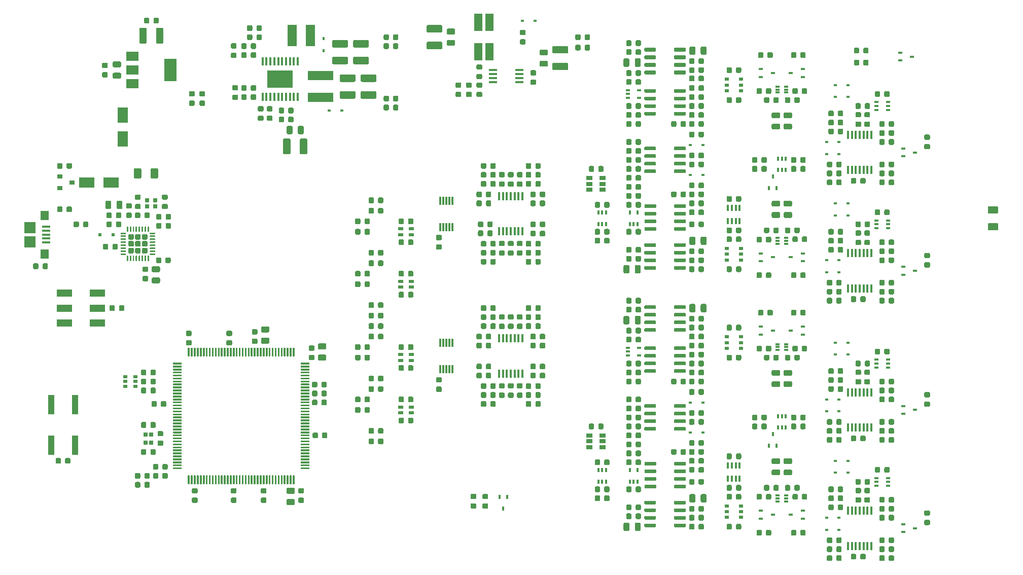
<source format=gbr>
G04 #@! TF.GenerationSoftware,KiCad,Pcbnew,5.1.5*
G04 #@! TF.CreationDate,2020-02-13T08:46:50-05:00*
G04 #@! TF.ProjectId,io-master,696f2d6d-6173-4746-9572-2e6b69636164,A*
G04 #@! TF.SameCoordinates,Original*
G04 #@! TF.FileFunction,Paste,Top*
G04 #@! TF.FilePolarity,Positive*
%FSLAX46Y46*%
G04 Gerber Fmt 4.6, Leading zero omitted, Abs format (unit mm)*
G04 Created by KiCad (PCBNEW 5.1.5) date 2020-02-13 08:46:50*
%MOMM*%
%LPD*%
G04 APERTURE LIST*
%ADD10C,0.100000*%
%ADD11R,2.000000X3.800000*%
%ADD12R,2.000000X1.500000*%
%ADD13R,0.450000X1.450000*%
%ADD14R,0.300000X1.400000*%
%ADD15R,0.650000X0.400000*%
%ADD16R,0.600000X0.450000*%
%ADD17R,0.700000X0.450000*%
%ADD18R,0.700000X0.510000*%
%ADD19R,0.400000X1.060000*%
%ADD20R,0.400000X0.650000*%
%ADD21R,1.060000X0.650000*%
%ADD22R,0.450000X0.700000*%
%ADD23R,0.700000X0.400000*%
%ADD24R,0.900000X0.800000*%
%ADD25R,1.800000X2.500000*%
%ADD26R,2.500000X1.800000*%
%ADD27R,0.850000X0.500000*%
%ADD28R,0.700000X0.500000*%
%ADD29R,0.500000X0.500000*%
%ADD30R,0.450000X0.600000*%
%ADD31R,1.900000X1.900000*%
%ADD32R,1.400000X1.600000*%
%ADD33R,1.350000X0.400000*%
%ADD34R,1.400000X3.000000*%
%ADD35R,1.500000X3.600000*%
%ADD36R,4.200000X1.500000*%
%ADD37R,2.500000X1.200000*%
%ADD38R,1.000000X3.200000*%
%ADD39R,1.450000X0.450000*%
%ADD40R,4.200000X3.000000*%
%ADD41R,1.140000X1.200000*%
%ADD42R,0.700000X0.750000*%
%ADD43R,0.750000X0.700000*%
G04 APERTURE END LIST*
D10*
G36*
X56757351Y-91350361D02*
G01*
X56764632Y-91351441D01*
X56771771Y-91353229D01*
X56778701Y-91355709D01*
X56785355Y-91358856D01*
X56791668Y-91362640D01*
X56797579Y-91367024D01*
X56803033Y-91371967D01*
X56807976Y-91377421D01*
X56812360Y-91383332D01*
X56816144Y-91389645D01*
X56819291Y-91396299D01*
X56821771Y-91403229D01*
X56823559Y-91410368D01*
X56824639Y-91417649D01*
X56825000Y-91425000D01*
X56825000Y-91575000D01*
X56824639Y-91582351D01*
X56823559Y-91589632D01*
X56821771Y-91596771D01*
X56819291Y-91603701D01*
X56816144Y-91610355D01*
X56812360Y-91616668D01*
X56807976Y-91622579D01*
X56803033Y-91628033D01*
X56797579Y-91632976D01*
X56791668Y-91637360D01*
X56785355Y-91641144D01*
X56778701Y-91644291D01*
X56771771Y-91646771D01*
X56764632Y-91648559D01*
X56757351Y-91649639D01*
X56750000Y-91650000D01*
X55425000Y-91650000D01*
X55417649Y-91649639D01*
X55410368Y-91648559D01*
X55403229Y-91646771D01*
X55396299Y-91644291D01*
X55389645Y-91641144D01*
X55383332Y-91637360D01*
X55377421Y-91632976D01*
X55371967Y-91628033D01*
X55367024Y-91622579D01*
X55362640Y-91616668D01*
X55358856Y-91610355D01*
X55355709Y-91603701D01*
X55353229Y-91596771D01*
X55351441Y-91589632D01*
X55350361Y-91582351D01*
X55350000Y-91575000D01*
X55350000Y-91425000D01*
X55350361Y-91417649D01*
X55351441Y-91410368D01*
X55353229Y-91403229D01*
X55355709Y-91396299D01*
X55358856Y-91389645D01*
X55362640Y-91383332D01*
X55367024Y-91377421D01*
X55371967Y-91371967D01*
X55377421Y-91367024D01*
X55383332Y-91362640D01*
X55389645Y-91358856D01*
X55396299Y-91355709D01*
X55403229Y-91353229D01*
X55410368Y-91351441D01*
X55417649Y-91350361D01*
X55425000Y-91350000D01*
X56750000Y-91350000D01*
X56757351Y-91350361D01*
G37*
G36*
X56757351Y-91850361D02*
G01*
X56764632Y-91851441D01*
X56771771Y-91853229D01*
X56778701Y-91855709D01*
X56785355Y-91858856D01*
X56791668Y-91862640D01*
X56797579Y-91867024D01*
X56803033Y-91871967D01*
X56807976Y-91877421D01*
X56812360Y-91883332D01*
X56816144Y-91889645D01*
X56819291Y-91896299D01*
X56821771Y-91903229D01*
X56823559Y-91910368D01*
X56824639Y-91917649D01*
X56825000Y-91925000D01*
X56825000Y-92075000D01*
X56824639Y-92082351D01*
X56823559Y-92089632D01*
X56821771Y-92096771D01*
X56819291Y-92103701D01*
X56816144Y-92110355D01*
X56812360Y-92116668D01*
X56807976Y-92122579D01*
X56803033Y-92128033D01*
X56797579Y-92132976D01*
X56791668Y-92137360D01*
X56785355Y-92141144D01*
X56778701Y-92144291D01*
X56771771Y-92146771D01*
X56764632Y-92148559D01*
X56757351Y-92149639D01*
X56750000Y-92150000D01*
X55425000Y-92150000D01*
X55417649Y-92149639D01*
X55410368Y-92148559D01*
X55403229Y-92146771D01*
X55396299Y-92144291D01*
X55389645Y-92141144D01*
X55383332Y-92137360D01*
X55377421Y-92132976D01*
X55371967Y-92128033D01*
X55367024Y-92122579D01*
X55362640Y-92116668D01*
X55358856Y-92110355D01*
X55355709Y-92103701D01*
X55353229Y-92096771D01*
X55351441Y-92089632D01*
X55350361Y-92082351D01*
X55350000Y-92075000D01*
X55350000Y-91925000D01*
X55350361Y-91917649D01*
X55351441Y-91910368D01*
X55353229Y-91903229D01*
X55355709Y-91896299D01*
X55358856Y-91889645D01*
X55362640Y-91883332D01*
X55367024Y-91877421D01*
X55371967Y-91871967D01*
X55377421Y-91867024D01*
X55383332Y-91862640D01*
X55389645Y-91858856D01*
X55396299Y-91855709D01*
X55403229Y-91853229D01*
X55410368Y-91851441D01*
X55417649Y-91850361D01*
X55425000Y-91850000D01*
X56750000Y-91850000D01*
X56757351Y-91850361D01*
G37*
G36*
X56757351Y-92350361D02*
G01*
X56764632Y-92351441D01*
X56771771Y-92353229D01*
X56778701Y-92355709D01*
X56785355Y-92358856D01*
X56791668Y-92362640D01*
X56797579Y-92367024D01*
X56803033Y-92371967D01*
X56807976Y-92377421D01*
X56812360Y-92383332D01*
X56816144Y-92389645D01*
X56819291Y-92396299D01*
X56821771Y-92403229D01*
X56823559Y-92410368D01*
X56824639Y-92417649D01*
X56825000Y-92425000D01*
X56825000Y-92575000D01*
X56824639Y-92582351D01*
X56823559Y-92589632D01*
X56821771Y-92596771D01*
X56819291Y-92603701D01*
X56816144Y-92610355D01*
X56812360Y-92616668D01*
X56807976Y-92622579D01*
X56803033Y-92628033D01*
X56797579Y-92632976D01*
X56791668Y-92637360D01*
X56785355Y-92641144D01*
X56778701Y-92644291D01*
X56771771Y-92646771D01*
X56764632Y-92648559D01*
X56757351Y-92649639D01*
X56750000Y-92650000D01*
X55425000Y-92650000D01*
X55417649Y-92649639D01*
X55410368Y-92648559D01*
X55403229Y-92646771D01*
X55396299Y-92644291D01*
X55389645Y-92641144D01*
X55383332Y-92637360D01*
X55377421Y-92632976D01*
X55371967Y-92628033D01*
X55367024Y-92622579D01*
X55362640Y-92616668D01*
X55358856Y-92610355D01*
X55355709Y-92603701D01*
X55353229Y-92596771D01*
X55351441Y-92589632D01*
X55350361Y-92582351D01*
X55350000Y-92575000D01*
X55350000Y-92425000D01*
X55350361Y-92417649D01*
X55351441Y-92410368D01*
X55353229Y-92403229D01*
X55355709Y-92396299D01*
X55358856Y-92389645D01*
X55362640Y-92383332D01*
X55367024Y-92377421D01*
X55371967Y-92371967D01*
X55377421Y-92367024D01*
X55383332Y-92362640D01*
X55389645Y-92358856D01*
X55396299Y-92355709D01*
X55403229Y-92353229D01*
X55410368Y-92351441D01*
X55417649Y-92350361D01*
X55425000Y-92350000D01*
X56750000Y-92350000D01*
X56757351Y-92350361D01*
G37*
G36*
X56757351Y-92850361D02*
G01*
X56764632Y-92851441D01*
X56771771Y-92853229D01*
X56778701Y-92855709D01*
X56785355Y-92858856D01*
X56791668Y-92862640D01*
X56797579Y-92867024D01*
X56803033Y-92871967D01*
X56807976Y-92877421D01*
X56812360Y-92883332D01*
X56816144Y-92889645D01*
X56819291Y-92896299D01*
X56821771Y-92903229D01*
X56823559Y-92910368D01*
X56824639Y-92917649D01*
X56825000Y-92925000D01*
X56825000Y-93075000D01*
X56824639Y-93082351D01*
X56823559Y-93089632D01*
X56821771Y-93096771D01*
X56819291Y-93103701D01*
X56816144Y-93110355D01*
X56812360Y-93116668D01*
X56807976Y-93122579D01*
X56803033Y-93128033D01*
X56797579Y-93132976D01*
X56791668Y-93137360D01*
X56785355Y-93141144D01*
X56778701Y-93144291D01*
X56771771Y-93146771D01*
X56764632Y-93148559D01*
X56757351Y-93149639D01*
X56750000Y-93150000D01*
X55425000Y-93150000D01*
X55417649Y-93149639D01*
X55410368Y-93148559D01*
X55403229Y-93146771D01*
X55396299Y-93144291D01*
X55389645Y-93141144D01*
X55383332Y-93137360D01*
X55377421Y-93132976D01*
X55371967Y-93128033D01*
X55367024Y-93122579D01*
X55362640Y-93116668D01*
X55358856Y-93110355D01*
X55355709Y-93103701D01*
X55353229Y-93096771D01*
X55351441Y-93089632D01*
X55350361Y-93082351D01*
X55350000Y-93075000D01*
X55350000Y-92925000D01*
X55350361Y-92917649D01*
X55351441Y-92910368D01*
X55353229Y-92903229D01*
X55355709Y-92896299D01*
X55358856Y-92889645D01*
X55362640Y-92883332D01*
X55367024Y-92877421D01*
X55371967Y-92871967D01*
X55377421Y-92867024D01*
X55383332Y-92862640D01*
X55389645Y-92858856D01*
X55396299Y-92855709D01*
X55403229Y-92853229D01*
X55410368Y-92851441D01*
X55417649Y-92850361D01*
X55425000Y-92850000D01*
X56750000Y-92850000D01*
X56757351Y-92850361D01*
G37*
G36*
X56757351Y-93350361D02*
G01*
X56764632Y-93351441D01*
X56771771Y-93353229D01*
X56778701Y-93355709D01*
X56785355Y-93358856D01*
X56791668Y-93362640D01*
X56797579Y-93367024D01*
X56803033Y-93371967D01*
X56807976Y-93377421D01*
X56812360Y-93383332D01*
X56816144Y-93389645D01*
X56819291Y-93396299D01*
X56821771Y-93403229D01*
X56823559Y-93410368D01*
X56824639Y-93417649D01*
X56825000Y-93425000D01*
X56825000Y-93575000D01*
X56824639Y-93582351D01*
X56823559Y-93589632D01*
X56821771Y-93596771D01*
X56819291Y-93603701D01*
X56816144Y-93610355D01*
X56812360Y-93616668D01*
X56807976Y-93622579D01*
X56803033Y-93628033D01*
X56797579Y-93632976D01*
X56791668Y-93637360D01*
X56785355Y-93641144D01*
X56778701Y-93644291D01*
X56771771Y-93646771D01*
X56764632Y-93648559D01*
X56757351Y-93649639D01*
X56750000Y-93650000D01*
X55425000Y-93650000D01*
X55417649Y-93649639D01*
X55410368Y-93648559D01*
X55403229Y-93646771D01*
X55396299Y-93644291D01*
X55389645Y-93641144D01*
X55383332Y-93637360D01*
X55377421Y-93632976D01*
X55371967Y-93628033D01*
X55367024Y-93622579D01*
X55362640Y-93616668D01*
X55358856Y-93610355D01*
X55355709Y-93603701D01*
X55353229Y-93596771D01*
X55351441Y-93589632D01*
X55350361Y-93582351D01*
X55350000Y-93575000D01*
X55350000Y-93425000D01*
X55350361Y-93417649D01*
X55351441Y-93410368D01*
X55353229Y-93403229D01*
X55355709Y-93396299D01*
X55358856Y-93389645D01*
X55362640Y-93383332D01*
X55367024Y-93377421D01*
X55371967Y-93371967D01*
X55377421Y-93367024D01*
X55383332Y-93362640D01*
X55389645Y-93358856D01*
X55396299Y-93355709D01*
X55403229Y-93353229D01*
X55410368Y-93351441D01*
X55417649Y-93350361D01*
X55425000Y-93350000D01*
X56750000Y-93350000D01*
X56757351Y-93350361D01*
G37*
G36*
X56757351Y-93850361D02*
G01*
X56764632Y-93851441D01*
X56771771Y-93853229D01*
X56778701Y-93855709D01*
X56785355Y-93858856D01*
X56791668Y-93862640D01*
X56797579Y-93867024D01*
X56803033Y-93871967D01*
X56807976Y-93877421D01*
X56812360Y-93883332D01*
X56816144Y-93889645D01*
X56819291Y-93896299D01*
X56821771Y-93903229D01*
X56823559Y-93910368D01*
X56824639Y-93917649D01*
X56825000Y-93925000D01*
X56825000Y-94075000D01*
X56824639Y-94082351D01*
X56823559Y-94089632D01*
X56821771Y-94096771D01*
X56819291Y-94103701D01*
X56816144Y-94110355D01*
X56812360Y-94116668D01*
X56807976Y-94122579D01*
X56803033Y-94128033D01*
X56797579Y-94132976D01*
X56791668Y-94137360D01*
X56785355Y-94141144D01*
X56778701Y-94144291D01*
X56771771Y-94146771D01*
X56764632Y-94148559D01*
X56757351Y-94149639D01*
X56750000Y-94150000D01*
X55425000Y-94150000D01*
X55417649Y-94149639D01*
X55410368Y-94148559D01*
X55403229Y-94146771D01*
X55396299Y-94144291D01*
X55389645Y-94141144D01*
X55383332Y-94137360D01*
X55377421Y-94132976D01*
X55371967Y-94128033D01*
X55367024Y-94122579D01*
X55362640Y-94116668D01*
X55358856Y-94110355D01*
X55355709Y-94103701D01*
X55353229Y-94096771D01*
X55351441Y-94089632D01*
X55350361Y-94082351D01*
X55350000Y-94075000D01*
X55350000Y-93925000D01*
X55350361Y-93917649D01*
X55351441Y-93910368D01*
X55353229Y-93903229D01*
X55355709Y-93896299D01*
X55358856Y-93889645D01*
X55362640Y-93883332D01*
X55367024Y-93877421D01*
X55371967Y-93871967D01*
X55377421Y-93867024D01*
X55383332Y-93862640D01*
X55389645Y-93858856D01*
X55396299Y-93855709D01*
X55403229Y-93853229D01*
X55410368Y-93851441D01*
X55417649Y-93850361D01*
X55425000Y-93850000D01*
X56750000Y-93850000D01*
X56757351Y-93850361D01*
G37*
G36*
X56757351Y-94350361D02*
G01*
X56764632Y-94351441D01*
X56771771Y-94353229D01*
X56778701Y-94355709D01*
X56785355Y-94358856D01*
X56791668Y-94362640D01*
X56797579Y-94367024D01*
X56803033Y-94371967D01*
X56807976Y-94377421D01*
X56812360Y-94383332D01*
X56816144Y-94389645D01*
X56819291Y-94396299D01*
X56821771Y-94403229D01*
X56823559Y-94410368D01*
X56824639Y-94417649D01*
X56825000Y-94425000D01*
X56825000Y-94575000D01*
X56824639Y-94582351D01*
X56823559Y-94589632D01*
X56821771Y-94596771D01*
X56819291Y-94603701D01*
X56816144Y-94610355D01*
X56812360Y-94616668D01*
X56807976Y-94622579D01*
X56803033Y-94628033D01*
X56797579Y-94632976D01*
X56791668Y-94637360D01*
X56785355Y-94641144D01*
X56778701Y-94644291D01*
X56771771Y-94646771D01*
X56764632Y-94648559D01*
X56757351Y-94649639D01*
X56750000Y-94650000D01*
X55425000Y-94650000D01*
X55417649Y-94649639D01*
X55410368Y-94648559D01*
X55403229Y-94646771D01*
X55396299Y-94644291D01*
X55389645Y-94641144D01*
X55383332Y-94637360D01*
X55377421Y-94632976D01*
X55371967Y-94628033D01*
X55367024Y-94622579D01*
X55362640Y-94616668D01*
X55358856Y-94610355D01*
X55355709Y-94603701D01*
X55353229Y-94596771D01*
X55351441Y-94589632D01*
X55350361Y-94582351D01*
X55350000Y-94575000D01*
X55350000Y-94425000D01*
X55350361Y-94417649D01*
X55351441Y-94410368D01*
X55353229Y-94403229D01*
X55355709Y-94396299D01*
X55358856Y-94389645D01*
X55362640Y-94383332D01*
X55367024Y-94377421D01*
X55371967Y-94371967D01*
X55377421Y-94367024D01*
X55383332Y-94362640D01*
X55389645Y-94358856D01*
X55396299Y-94355709D01*
X55403229Y-94353229D01*
X55410368Y-94351441D01*
X55417649Y-94350361D01*
X55425000Y-94350000D01*
X56750000Y-94350000D01*
X56757351Y-94350361D01*
G37*
G36*
X56757351Y-94850361D02*
G01*
X56764632Y-94851441D01*
X56771771Y-94853229D01*
X56778701Y-94855709D01*
X56785355Y-94858856D01*
X56791668Y-94862640D01*
X56797579Y-94867024D01*
X56803033Y-94871967D01*
X56807976Y-94877421D01*
X56812360Y-94883332D01*
X56816144Y-94889645D01*
X56819291Y-94896299D01*
X56821771Y-94903229D01*
X56823559Y-94910368D01*
X56824639Y-94917649D01*
X56825000Y-94925000D01*
X56825000Y-95075000D01*
X56824639Y-95082351D01*
X56823559Y-95089632D01*
X56821771Y-95096771D01*
X56819291Y-95103701D01*
X56816144Y-95110355D01*
X56812360Y-95116668D01*
X56807976Y-95122579D01*
X56803033Y-95128033D01*
X56797579Y-95132976D01*
X56791668Y-95137360D01*
X56785355Y-95141144D01*
X56778701Y-95144291D01*
X56771771Y-95146771D01*
X56764632Y-95148559D01*
X56757351Y-95149639D01*
X56750000Y-95150000D01*
X55425000Y-95150000D01*
X55417649Y-95149639D01*
X55410368Y-95148559D01*
X55403229Y-95146771D01*
X55396299Y-95144291D01*
X55389645Y-95141144D01*
X55383332Y-95137360D01*
X55377421Y-95132976D01*
X55371967Y-95128033D01*
X55367024Y-95122579D01*
X55362640Y-95116668D01*
X55358856Y-95110355D01*
X55355709Y-95103701D01*
X55353229Y-95096771D01*
X55351441Y-95089632D01*
X55350361Y-95082351D01*
X55350000Y-95075000D01*
X55350000Y-94925000D01*
X55350361Y-94917649D01*
X55351441Y-94910368D01*
X55353229Y-94903229D01*
X55355709Y-94896299D01*
X55358856Y-94889645D01*
X55362640Y-94883332D01*
X55367024Y-94877421D01*
X55371967Y-94871967D01*
X55377421Y-94867024D01*
X55383332Y-94862640D01*
X55389645Y-94858856D01*
X55396299Y-94855709D01*
X55403229Y-94853229D01*
X55410368Y-94851441D01*
X55417649Y-94850361D01*
X55425000Y-94850000D01*
X56750000Y-94850000D01*
X56757351Y-94850361D01*
G37*
G36*
X56757351Y-95350361D02*
G01*
X56764632Y-95351441D01*
X56771771Y-95353229D01*
X56778701Y-95355709D01*
X56785355Y-95358856D01*
X56791668Y-95362640D01*
X56797579Y-95367024D01*
X56803033Y-95371967D01*
X56807976Y-95377421D01*
X56812360Y-95383332D01*
X56816144Y-95389645D01*
X56819291Y-95396299D01*
X56821771Y-95403229D01*
X56823559Y-95410368D01*
X56824639Y-95417649D01*
X56825000Y-95425000D01*
X56825000Y-95575000D01*
X56824639Y-95582351D01*
X56823559Y-95589632D01*
X56821771Y-95596771D01*
X56819291Y-95603701D01*
X56816144Y-95610355D01*
X56812360Y-95616668D01*
X56807976Y-95622579D01*
X56803033Y-95628033D01*
X56797579Y-95632976D01*
X56791668Y-95637360D01*
X56785355Y-95641144D01*
X56778701Y-95644291D01*
X56771771Y-95646771D01*
X56764632Y-95648559D01*
X56757351Y-95649639D01*
X56750000Y-95650000D01*
X55425000Y-95650000D01*
X55417649Y-95649639D01*
X55410368Y-95648559D01*
X55403229Y-95646771D01*
X55396299Y-95644291D01*
X55389645Y-95641144D01*
X55383332Y-95637360D01*
X55377421Y-95632976D01*
X55371967Y-95628033D01*
X55367024Y-95622579D01*
X55362640Y-95616668D01*
X55358856Y-95610355D01*
X55355709Y-95603701D01*
X55353229Y-95596771D01*
X55351441Y-95589632D01*
X55350361Y-95582351D01*
X55350000Y-95575000D01*
X55350000Y-95425000D01*
X55350361Y-95417649D01*
X55351441Y-95410368D01*
X55353229Y-95403229D01*
X55355709Y-95396299D01*
X55358856Y-95389645D01*
X55362640Y-95383332D01*
X55367024Y-95377421D01*
X55371967Y-95371967D01*
X55377421Y-95367024D01*
X55383332Y-95362640D01*
X55389645Y-95358856D01*
X55396299Y-95355709D01*
X55403229Y-95353229D01*
X55410368Y-95351441D01*
X55417649Y-95350361D01*
X55425000Y-95350000D01*
X56750000Y-95350000D01*
X56757351Y-95350361D01*
G37*
G36*
X56757351Y-95850361D02*
G01*
X56764632Y-95851441D01*
X56771771Y-95853229D01*
X56778701Y-95855709D01*
X56785355Y-95858856D01*
X56791668Y-95862640D01*
X56797579Y-95867024D01*
X56803033Y-95871967D01*
X56807976Y-95877421D01*
X56812360Y-95883332D01*
X56816144Y-95889645D01*
X56819291Y-95896299D01*
X56821771Y-95903229D01*
X56823559Y-95910368D01*
X56824639Y-95917649D01*
X56825000Y-95925000D01*
X56825000Y-96075000D01*
X56824639Y-96082351D01*
X56823559Y-96089632D01*
X56821771Y-96096771D01*
X56819291Y-96103701D01*
X56816144Y-96110355D01*
X56812360Y-96116668D01*
X56807976Y-96122579D01*
X56803033Y-96128033D01*
X56797579Y-96132976D01*
X56791668Y-96137360D01*
X56785355Y-96141144D01*
X56778701Y-96144291D01*
X56771771Y-96146771D01*
X56764632Y-96148559D01*
X56757351Y-96149639D01*
X56750000Y-96150000D01*
X55425000Y-96150000D01*
X55417649Y-96149639D01*
X55410368Y-96148559D01*
X55403229Y-96146771D01*
X55396299Y-96144291D01*
X55389645Y-96141144D01*
X55383332Y-96137360D01*
X55377421Y-96132976D01*
X55371967Y-96128033D01*
X55367024Y-96122579D01*
X55362640Y-96116668D01*
X55358856Y-96110355D01*
X55355709Y-96103701D01*
X55353229Y-96096771D01*
X55351441Y-96089632D01*
X55350361Y-96082351D01*
X55350000Y-96075000D01*
X55350000Y-95925000D01*
X55350361Y-95917649D01*
X55351441Y-95910368D01*
X55353229Y-95903229D01*
X55355709Y-95896299D01*
X55358856Y-95889645D01*
X55362640Y-95883332D01*
X55367024Y-95877421D01*
X55371967Y-95871967D01*
X55377421Y-95867024D01*
X55383332Y-95862640D01*
X55389645Y-95858856D01*
X55396299Y-95855709D01*
X55403229Y-95853229D01*
X55410368Y-95851441D01*
X55417649Y-95850361D01*
X55425000Y-95850000D01*
X56750000Y-95850000D01*
X56757351Y-95850361D01*
G37*
G36*
X56757351Y-96350361D02*
G01*
X56764632Y-96351441D01*
X56771771Y-96353229D01*
X56778701Y-96355709D01*
X56785355Y-96358856D01*
X56791668Y-96362640D01*
X56797579Y-96367024D01*
X56803033Y-96371967D01*
X56807976Y-96377421D01*
X56812360Y-96383332D01*
X56816144Y-96389645D01*
X56819291Y-96396299D01*
X56821771Y-96403229D01*
X56823559Y-96410368D01*
X56824639Y-96417649D01*
X56825000Y-96425000D01*
X56825000Y-96575000D01*
X56824639Y-96582351D01*
X56823559Y-96589632D01*
X56821771Y-96596771D01*
X56819291Y-96603701D01*
X56816144Y-96610355D01*
X56812360Y-96616668D01*
X56807976Y-96622579D01*
X56803033Y-96628033D01*
X56797579Y-96632976D01*
X56791668Y-96637360D01*
X56785355Y-96641144D01*
X56778701Y-96644291D01*
X56771771Y-96646771D01*
X56764632Y-96648559D01*
X56757351Y-96649639D01*
X56750000Y-96650000D01*
X55425000Y-96650000D01*
X55417649Y-96649639D01*
X55410368Y-96648559D01*
X55403229Y-96646771D01*
X55396299Y-96644291D01*
X55389645Y-96641144D01*
X55383332Y-96637360D01*
X55377421Y-96632976D01*
X55371967Y-96628033D01*
X55367024Y-96622579D01*
X55362640Y-96616668D01*
X55358856Y-96610355D01*
X55355709Y-96603701D01*
X55353229Y-96596771D01*
X55351441Y-96589632D01*
X55350361Y-96582351D01*
X55350000Y-96575000D01*
X55350000Y-96425000D01*
X55350361Y-96417649D01*
X55351441Y-96410368D01*
X55353229Y-96403229D01*
X55355709Y-96396299D01*
X55358856Y-96389645D01*
X55362640Y-96383332D01*
X55367024Y-96377421D01*
X55371967Y-96371967D01*
X55377421Y-96367024D01*
X55383332Y-96362640D01*
X55389645Y-96358856D01*
X55396299Y-96355709D01*
X55403229Y-96353229D01*
X55410368Y-96351441D01*
X55417649Y-96350361D01*
X55425000Y-96350000D01*
X56750000Y-96350000D01*
X56757351Y-96350361D01*
G37*
G36*
X56757351Y-96850361D02*
G01*
X56764632Y-96851441D01*
X56771771Y-96853229D01*
X56778701Y-96855709D01*
X56785355Y-96858856D01*
X56791668Y-96862640D01*
X56797579Y-96867024D01*
X56803033Y-96871967D01*
X56807976Y-96877421D01*
X56812360Y-96883332D01*
X56816144Y-96889645D01*
X56819291Y-96896299D01*
X56821771Y-96903229D01*
X56823559Y-96910368D01*
X56824639Y-96917649D01*
X56825000Y-96925000D01*
X56825000Y-97075000D01*
X56824639Y-97082351D01*
X56823559Y-97089632D01*
X56821771Y-97096771D01*
X56819291Y-97103701D01*
X56816144Y-97110355D01*
X56812360Y-97116668D01*
X56807976Y-97122579D01*
X56803033Y-97128033D01*
X56797579Y-97132976D01*
X56791668Y-97137360D01*
X56785355Y-97141144D01*
X56778701Y-97144291D01*
X56771771Y-97146771D01*
X56764632Y-97148559D01*
X56757351Y-97149639D01*
X56750000Y-97150000D01*
X55425000Y-97150000D01*
X55417649Y-97149639D01*
X55410368Y-97148559D01*
X55403229Y-97146771D01*
X55396299Y-97144291D01*
X55389645Y-97141144D01*
X55383332Y-97137360D01*
X55377421Y-97132976D01*
X55371967Y-97128033D01*
X55367024Y-97122579D01*
X55362640Y-97116668D01*
X55358856Y-97110355D01*
X55355709Y-97103701D01*
X55353229Y-97096771D01*
X55351441Y-97089632D01*
X55350361Y-97082351D01*
X55350000Y-97075000D01*
X55350000Y-96925000D01*
X55350361Y-96917649D01*
X55351441Y-96910368D01*
X55353229Y-96903229D01*
X55355709Y-96896299D01*
X55358856Y-96889645D01*
X55362640Y-96883332D01*
X55367024Y-96877421D01*
X55371967Y-96871967D01*
X55377421Y-96867024D01*
X55383332Y-96862640D01*
X55389645Y-96858856D01*
X55396299Y-96855709D01*
X55403229Y-96853229D01*
X55410368Y-96851441D01*
X55417649Y-96850361D01*
X55425000Y-96850000D01*
X56750000Y-96850000D01*
X56757351Y-96850361D01*
G37*
G36*
X56757351Y-97350361D02*
G01*
X56764632Y-97351441D01*
X56771771Y-97353229D01*
X56778701Y-97355709D01*
X56785355Y-97358856D01*
X56791668Y-97362640D01*
X56797579Y-97367024D01*
X56803033Y-97371967D01*
X56807976Y-97377421D01*
X56812360Y-97383332D01*
X56816144Y-97389645D01*
X56819291Y-97396299D01*
X56821771Y-97403229D01*
X56823559Y-97410368D01*
X56824639Y-97417649D01*
X56825000Y-97425000D01*
X56825000Y-97575000D01*
X56824639Y-97582351D01*
X56823559Y-97589632D01*
X56821771Y-97596771D01*
X56819291Y-97603701D01*
X56816144Y-97610355D01*
X56812360Y-97616668D01*
X56807976Y-97622579D01*
X56803033Y-97628033D01*
X56797579Y-97632976D01*
X56791668Y-97637360D01*
X56785355Y-97641144D01*
X56778701Y-97644291D01*
X56771771Y-97646771D01*
X56764632Y-97648559D01*
X56757351Y-97649639D01*
X56750000Y-97650000D01*
X55425000Y-97650000D01*
X55417649Y-97649639D01*
X55410368Y-97648559D01*
X55403229Y-97646771D01*
X55396299Y-97644291D01*
X55389645Y-97641144D01*
X55383332Y-97637360D01*
X55377421Y-97632976D01*
X55371967Y-97628033D01*
X55367024Y-97622579D01*
X55362640Y-97616668D01*
X55358856Y-97610355D01*
X55355709Y-97603701D01*
X55353229Y-97596771D01*
X55351441Y-97589632D01*
X55350361Y-97582351D01*
X55350000Y-97575000D01*
X55350000Y-97425000D01*
X55350361Y-97417649D01*
X55351441Y-97410368D01*
X55353229Y-97403229D01*
X55355709Y-97396299D01*
X55358856Y-97389645D01*
X55362640Y-97383332D01*
X55367024Y-97377421D01*
X55371967Y-97371967D01*
X55377421Y-97367024D01*
X55383332Y-97362640D01*
X55389645Y-97358856D01*
X55396299Y-97355709D01*
X55403229Y-97353229D01*
X55410368Y-97351441D01*
X55417649Y-97350361D01*
X55425000Y-97350000D01*
X56750000Y-97350000D01*
X56757351Y-97350361D01*
G37*
G36*
X56757351Y-97850361D02*
G01*
X56764632Y-97851441D01*
X56771771Y-97853229D01*
X56778701Y-97855709D01*
X56785355Y-97858856D01*
X56791668Y-97862640D01*
X56797579Y-97867024D01*
X56803033Y-97871967D01*
X56807976Y-97877421D01*
X56812360Y-97883332D01*
X56816144Y-97889645D01*
X56819291Y-97896299D01*
X56821771Y-97903229D01*
X56823559Y-97910368D01*
X56824639Y-97917649D01*
X56825000Y-97925000D01*
X56825000Y-98075000D01*
X56824639Y-98082351D01*
X56823559Y-98089632D01*
X56821771Y-98096771D01*
X56819291Y-98103701D01*
X56816144Y-98110355D01*
X56812360Y-98116668D01*
X56807976Y-98122579D01*
X56803033Y-98128033D01*
X56797579Y-98132976D01*
X56791668Y-98137360D01*
X56785355Y-98141144D01*
X56778701Y-98144291D01*
X56771771Y-98146771D01*
X56764632Y-98148559D01*
X56757351Y-98149639D01*
X56750000Y-98150000D01*
X55425000Y-98150000D01*
X55417649Y-98149639D01*
X55410368Y-98148559D01*
X55403229Y-98146771D01*
X55396299Y-98144291D01*
X55389645Y-98141144D01*
X55383332Y-98137360D01*
X55377421Y-98132976D01*
X55371967Y-98128033D01*
X55367024Y-98122579D01*
X55362640Y-98116668D01*
X55358856Y-98110355D01*
X55355709Y-98103701D01*
X55353229Y-98096771D01*
X55351441Y-98089632D01*
X55350361Y-98082351D01*
X55350000Y-98075000D01*
X55350000Y-97925000D01*
X55350361Y-97917649D01*
X55351441Y-97910368D01*
X55353229Y-97903229D01*
X55355709Y-97896299D01*
X55358856Y-97889645D01*
X55362640Y-97883332D01*
X55367024Y-97877421D01*
X55371967Y-97871967D01*
X55377421Y-97867024D01*
X55383332Y-97862640D01*
X55389645Y-97858856D01*
X55396299Y-97855709D01*
X55403229Y-97853229D01*
X55410368Y-97851441D01*
X55417649Y-97850361D01*
X55425000Y-97850000D01*
X56750000Y-97850000D01*
X56757351Y-97850361D01*
G37*
G36*
X56757351Y-98350361D02*
G01*
X56764632Y-98351441D01*
X56771771Y-98353229D01*
X56778701Y-98355709D01*
X56785355Y-98358856D01*
X56791668Y-98362640D01*
X56797579Y-98367024D01*
X56803033Y-98371967D01*
X56807976Y-98377421D01*
X56812360Y-98383332D01*
X56816144Y-98389645D01*
X56819291Y-98396299D01*
X56821771Y-98403229D01*
X56823559Y-98410368D01*
X56824639Y-98417649D01*
X56825000Y-98425000D01*
X56825000Y-98575000D01*
X56824639Y-98582351D01*
X56823559Y-98589632D01*
X56821771Y-98596771D01*
X56819291Y-98603701D01*
X56816144Y-98610355D01*
X56812360Y-98616668D01*
X56807976Y-98622579D01*
X56803033Y-98628033D01*
X56797579Y-98632976D01*
X56791668Y-98637360D01*
X56785355Y-98641144D01*
X56778701Y-98644291D01*
X56771771Y-98646771D01*
X56764632Y-98648559D01*
X56757351Y-98649639D01*
X56750000Y-98650000D01*
X55425000Y-98650000D01*
X55417649Y-98649639D01*
X55410368Y-98648559D01*
X55403229Y-98646771D01*
X55396299Y-98644291D01*
X55389645Y-98641144D01*
X55383332Y-98637360D01*
X55377421Y-98632976D01*
X55371967Y-98628033D01*
X55367024Y-98622579D01*
X55362640Y-98616668D01*
X55358856Y-98610355D01*
X55355709Y-98603701D01*
X55353229Y-98596771D01*
X55351441Y-98589632D01*
X55350361Y-98582351D01*
X55350000Y-98575000D01*
X55350000Y-98425000D01*
X55350361Y-98417649D01*
X55351441Y-98410368D01*
X55353229Y-98403229D01*
X55355709Y-98396299D01*
X55358856Y-98389645D01*
X55362640Y-98383332D01*
X55367024Y-98377421D01*
X55371967Y-98371967D01*
X55377421Y-98367024D01*
X55383332Y-98362640D01*
X55389645Y-98358856D01*
X55396299Y-98355709D01*
X55403229Y-98353229D01*
X55410368Y-98351441D01*
X55417649Y-98350361D01*
X55425000Y-98350000D01*
X56750000Y-98350000D01*
X56757351Y-98350361D01*
G37*
G36*
X56757351Y-98850361D02*
G01*
X56764632Y-98851441D01*
X56771771Y-98853229D01*
X56778701Y-98855709D01*
X56785355Y-98858856D01*
X56791668Y-98862640D01*
X56797579Y-98867024D01*
X56803033Y-98871967D01*
X56807976Y-98877421D01*
X56812360Y-98883332D01*
X56816144Y-98889645D01*
X56819291Y-98896299D01*
X56821771Y-98903229D01*
X56823559Y-98910368D01*
X56824639Y-98917649D01*
X56825000Y-98925000D01*
X56825000Y-99075000D01*
X56824639Y-99082351D01*
X56823559Y-99089632D01*
X56821771Y-99096771D01*
X56819291Y-99103701D01*
X56816144Y-99110355D01*
X56812360Y-99116668D01*
X56807976Y-99122579D01*
X56803033Y-99128033D01*
X56797579Y-99132976D01*
X56791668Y-99137360D01*
X56785355Y-99141144D01*
X56778701Y-99144291D01*
X56771771Y-99146771D01*
X56764632Y-99148559D01*
X56757351Y-99149639D01*
X56750000Y-99150000D01*
X55425000Y-99150000D01*
X55417649Y-99149639D01*
X55410368Y-99148559D01*
X55403229Y-99146771D01*
X55396299Y-99144291D01*
X55389645Y-99141144D01*
X55383332Y-99137360D01*
X55377421Y-99132976D01*
X55371967Y-99128033D01*
X55367024Y-99122579D01*
X55362640Y-99116668D01*
X55358856Y-99110355D01*
X55355709Y-99103701D01*
X55353229Y-99096771D01*
X55351441Y-99089632D01*
X55350361Y-99082351D01*
X55350000Y-99075000D01*
X55350000Y-98925000D01*
X55350361Y-98917649D01*
X55351441Y-98910368D01*
X55353229Y-98903229D01*
X55355709Y-98896299D01*
X55358856Y-98889645D01*
X55362640Y-98883332D01*
X55367024Y-98877421D01*
X55371967Y-98871967D01*
X55377421Y-98867024D01*
X55383332Y-98862640D01*
X55389645Y-98858856D01*
X55396299Y-98855709D01*
X55403229Y-98853229D01*
X55410368Y-98851441D01*
X55417649Y-98850361D01*
X55425000Y-98850000D01*
X56750000Y-98850000D01*
X56757351Y-98850361D01*
G37*
G36*
X56757351Y-99350361D02*
G01*
X56764632Y-99351441D01*
X56771771Y-99353229D01*
X56778701Y-99355709D01*
X56785355Y-99358856D01*
X56791668Y-99362640D01*
X56797579Y-99367024D01*
X56803033Y-99371967D01*
X56807976Y-99377421D01*
X56812360Y-99383332D01*
X56816144Y-99389645D01*
X56819291Y-99396299D01*
X56821771Y-99403229D01*
X56823559Y-99410368D01*
X56824639Y-99417649D01*
X56825000Y-99425000D01*
X56825000Y-99575000D01*
X56824639Y-99582351D01*
X56823559Y-99589632D01*
X56821771Y-99596771D01*
X56819291Y-99603701D01*
X56816144Y-99610355D01*
X56812360Y-99616668D01*
X56807976Y-99622579D01*
X56803033Y-99628033D01*
X56797579Y-99632976D01*
X56791668Y-99637360D01*
X56785355Y-99641144D01*
X56778701Y-99644291D01*
X56771771Y-99646771D01*
X56764632Y-99648559D01*
X56757351Y-99649639D01*
X56750000Y-99650000D01*
X55425000Y-99650000D01*
X55417649Y-99649639D01*
X55410368Y-99648559D01*
X55403229Y-99646771D01*
X55396299Y-99644291D01*
X55389645Y-99641144D01*
X55383332Y-99637360D01*
X55377421Y-99632976D01*
X55371967Y-99628033D01*
X55367024Y-99622579D01*
X55362640Y-99616668D01*
X55358856Y-99610355D01*
X55355709Y-99603701D01*
X55353229Y-99596771D01*
X55351441Y-99589632D01*
X55350361Y-99582351D01*
X55350000Y-99575000D01*
X55350000Y-99425000D01*
X55350361Y-99417649D01*
X55351441Y-99410368D01*
X55353229Y-99403229D01*
X55355709Y-99396299D01*
X55358856Y-99389645D01*
X55362640Y-99383332D01*
X55367024Y-99377421D01*
X55371967Y-99371967D01*
X55377421Y-99367024D01*
X55383332Y-99362640D01*
X55389645Y-99358856D01*
X55396299Y-99355709D01*
X55403229Y-99353229D01*
X55410368Y-99351441D01*
X55417649Y-99350361D01*
X55425000Y-99350000D01*
X56750000Y-99350000D01*
X56757351Y-99350361D01*
G37*
G36*
X56757351Y-99850361D02*
G01*
X56764632Y-99851441D01*
X56771771Y-99853229D01*
X56778701Y-99855709D01*
X56785355Y-99858856D01*
X56791668Y-99862640D01*
X56797579Y-99867024D01*
X56803033Y-99871967D01*
X56807976Y-99877421D01*
X56812360Y-99883332D01*
X56816144Y-99889645D01*
X56819291Y-99896299D01*
X56821771Y-99903229D01*
X56823559Y-99910368D01*
X56824639Y-99917649D01*
X56825000Y-99925000D01*
X56825000Y-100075000D01*
X56824639Y-100082351D01*
X56823559Y-100089632D01*
X56821771Y-100096771D01*
X56819291Y-100103701D01*
X56816144Y-100110355D01*
X56812360Y-100116668D01*
X56807976Y-100122579D01*
X56803033Y-100128033D01*
X56797579Y-100132976D01*
X56791668Y-100137360D01*
X56785355Y-100141144D01*
X56778701Y-100144291D01*
X56771771Y-100146771D01*
X56764632Y-100148559D01*
X56757351Y-100149639D01*
X56750000Y-100150000D01*
X55425000Y-100150000D01*
X55417649Y-100149639D01*
X55410368Y-100148559D01*
X55403229Y-100146771D01*
X55396299Y-100144291D01*
X55389645Y-100141144D01*
X55383332Y-100137360D01*
X55377421Y-100132976D01*
X55371967Y-100128033D01*
X55367024Y-100122579D01*
X55362640Y-100116668D01*
X55358856Y-100110355D01*
X55355709Y-100103701D01*
X55353229Y-100096771D01*
X55351441Y-100089632D01*
X55350361Y-100082351D01*
X55350000Y-100075000D01*
X55350000Y-99925000D01*
X55350361Y-99917649D01*
X55351441Y-99910368D01*
X55353229Y-99903229D01*
X55355709Y-99896299D01*
X55358856Y-99889645D01*
X55362640Y-99883332D01*
X55367024Y-99877421D01*
X55371967Y-99871967D01*
X55377421Y-99867024D01*
X55383332Y-99862640D01*
X55389645Y-99858856D01*
X55396299Y-99855709D01*
X55403229Y-99853229D01*
X55410368Y-99851441D01*
X55417649Y-99850361D01*
X55425000Y-99850000D01*
X56750000Y-99850000D01*
X56757351Y-99850361D01*
G37*
G36*
X56757351Y-100350361D02*
G01*
X56764632Y-100351441D01*
X56771771Y-100353229D01*
X56778701Y-100355709D01*
X56785355Y-100358856D01*
X56791668Y-100362640D01*
X56797579Y-100367024D01*
X56803033Y-100371967D01*
X56807976Y-100377421D01*
X56812360Y-100383332D01*
X56816144Y-100389645D01*
X56819291Y-100396299D01*
X56821771Y-100403229D01*
X56823559Y-100410368D01*
X56824639Y-100417649D01*
X56825000Y-100425000D01*
X56825000Y-100575000D01*
X56824639Y-100582351D01*
X56823559Y-100589632D01*
X56821771Y-100596771D01*
X56819291Y-100603701D01*
X56816144Y-100610355D01*
X56812360Y-100616668D01*
X56807976Y-100622579D01*
X56803033Y-100628033D01*
X56797579Y-100632976D01*
X56791668Y-100637360D01*
X56785355Y-100641144D01*
X56778701Y-100644291D01*
X56771771Y-100646771D01*
X56764632Y-100648559D01*
X56757351Y-100649639D01*
X56750000Y-100650000D01*
X55425000Y-100650000D01*
X55417649Y-100649639D01*
X55410368Y-100648559D01*
X55403229Y-100646771D01*
X55396299Y-100644291D01*
X55389645Y-100641144D01*
X55383332Y-100637360D01*
X55377421Y-100632976D01*
X55371967Y-100628033D01*
X55367024Y-100622579D01*
X55362640Y-100616668D01*
X55358856Y-100610355D01*
X55355709Y-100603701D01*
X55353229Y-100596771D01*
X55351441Y-100589632D01*
X55350361Y-100582351D01*
X55350000Y-100575000D01*
X55350000Y-100425000D01*
X55350361Y-100417649D01*
X55351441Y-100410368D01*
X55353229Y-100403229D01*
X55355709Y-100396299D01*
X55358856Y-100389645D01*
X55362640Y-100383332D01*
X55367024Y-100377421D01*
X55371967Y-100371967D01*
X55377421Y-100367024D01*
X55383332Y-100362640D01*
X55389645Y-100358856D01*
X55396299Y-100355709D01*
X55403229Y-100353229D01*
X55410368Y-100351441D01*
X55417649Y-100350361D01*
X55425000Y-100350000D01*
X56750000Y-100350000D01*
X56757351Y-100350361D01*
G37*
G36*
X56757351Y-100850361D02*
G01*
X56764632Y-100851441D01*
X56771771Y-100853229D01*
X56778701Y-100855709D01*
X56785355Y-100858856D01*
X56791668Y-100862640D01*
X56797579Y-100867024D01*
X56803033Y-100871967D01*
X56807976Y-100877421D01*
X56812360Y-100883332D01*
X56816144Y-100889645D01*
X56819291Y-100896299D01*
X56821771Y-100903229D01*
X56823559Y-100910368D01*
X56824639Y-100917649D01*
X56825000Y-100925000D01*
X56825000Y-101075000D01*
X56824639Y-101082351D01*
X56823559Y-101089632D01*
X56821771Y-101096771D01*
X56819291Y-101103701D01*
X56816144Y-101110355D01*
X56812360Y-101116668D01*
X56807976Y-101122579D01*
X56803033Y-101128033D01*
X56797579Y-101132976D01*
X56791668Y-101137360D01*
X56785355Y-101141144D01*
X56778701Y-101144291D01*
X56771771Y-101146771D01*
X56764632Y-101148559D01*
X56757351Y-101149639D01*
X56750000Y-101150000D01*
X55425000Y-101150000D01*
X55417649Y-101149639D01*
X55410368Y-101148559D01*
X55403229Y-101146771D01*
X55396299Y-101144291D01*
X55389645Y-101141144D01*
X55383332Y-101137360D01*
X55377421Y-101132976D01*
X55371967Y-101128033D01*
X55367024Y-101122579D01*
X55362640Y-101116668D01*
X55358856Y-101110355D01*
X55355709Y-101103701D01*
X55353229Y-101096771D01*
X55351441Y-101089632D01*
X55350361Y-101082351D01*
X55350000Y-101075000D01*
X55350000Y-100925000D01*
X55350361Y-100917649D01*
X55351441Y-100910368D01*
X55353229Y-100903229D01*
X55355709Y-100896299D01*
X55358856Y-100889645D01*
X55362640Y-100883332D01*
X55367024Y-100877421D01*
X55371967Y-100871967D01*
X55377421Y-100867024D01*
X55383332Y-100862640D01*
X55389645Y-100858856D01*
X55396299Y-100855709D01*
X55403229Y-100853229D01*
X55410368Y-100851441D01*
X55417649Y-100850361D01*
X55425000Y-100850000D01*
X56750000Y-100850000D01*
X56757351Y-100850361D01*
G37*
G36*
X56757351Y-101350361D02*
G01*
X56764632Y-101351441D01*
X56771771Y-101353229D01*
X56778701Y-101355709D01*
X56785355Y-101358856D01*
X56791668Y-101362640D01*
X56797579Y-101367024D01*
X56803033Y-101371967D01*
X56807976Y-101377421D01*
X56812360Y-101383332D01*
X56816144Y-101389645D01*
X56819291Y-101396299D01*
X56821771Y-101403229D01*
X56823559Y-101410368D01*
X56824639Y-101417649D01*
X56825000Y-101425000D01*
X56825000Y-101575000D01*
X56824639Y-101582351D01*
X56823559Y-101589632D01*
X56821771Y-101596771D01*
X56819291Y-101603701D01*
X56816144Y-101610355D01*
X56812360Y-101616668D01*
X56807976Y-101622579D01*
X56803033Y-101628033D01*
X56797579Y-101632976D01*
X56791668Y-101637360D01*
X56785355Y-101641144D01*
X56778701Y-101644291D01*
X56771771Y-101646771D01*
X56764632Y-101648559D01*
X56757351Y-101649639D01*
X56750000Y-101650000D01*
X55425000Y-101650000D01*
X55417649Y-101649639D01*
X55410368Y-101648559D01*
X55403229Y-101646771D01*
X55396299Y-101644291D01*
X55389645Y-101641144D01*
X55383332Y-101637360D01*
X55377421Y-101632976D01*
X55371967Y-101628033D01*
X55367024Y-101622579D01*
X55362640Y-101616668D01*
X55358856Y-101610355D01*
X55355709Y-101603701D01*
X55353229Y-101596771D01*
X55351441Y-101589632D01*
X55350361Y-101582351D01*
X55350000Y-101575000D01*
X55350000Y-101425000D01*
X55350361Y-101417649D01*
X55351441Y-101410368D01*
X55353229Y-101403229D01*
X55355709Y-101396299D01*
X55358856Y-101389645D01*
X55362640Y-101383332D01*
X55367024Y-101377421D01*
X55371967Y-101371967D01*
X55377421Y-101367024D01*
X55383332Y-101362640D01*
X55389645Y-101358856D01*
X55396299Y-101355709D01*
X55403229Y-101353229D01*
X55410368Y-101351441D01*
X55417649Y-101350361D01*
X55425000Y-101350000D01*
X56750000Y-101350000D01*
X56757351Y-101350361D01*
G37*
G36*
X56757351Y-101850361D02*
G01*
X56764632Y-101851441D01*
X56771771Y-101853229D01*
X56778701Y-101855709D01*
X56785355Y-101858856D01*
X56791668Y-101862640D01*
X56797579Y-101867024D01*
X56803033Y-101871967D01*
X56807976Y-101877421D01*
X56812360Y-101883332D01*
X56816144Y-101889645D01*
X56819291Y-101896299D01*
X56821771Y-101903229D01*
X56823559Y-101910368D01*
X56824639Y-101917649D01*
X56825000Y-101925000D01*
X56825000Y-102075000D01*
X56824639Y-102082351D01*
X56823559Y-102089632D01*
X56821771Y-102096771D01*
X56819291Y-102103701D01*
X56816144Y-102110355D01*
X56812360Y-102116668D01*
X56807976Y-102122579D01*
X56803033Y-102128033D01*
X56797579Y-102132976D01*
X56791668Y-102137360D01*
X56785355Y-102141144D01*
X56778701Y-102144291D01*
X56771771Y-102146771D01*
X56764632Y-102148559D01*
X56757351Y-102149639D01*
X56750000Y-102150000D01*
X55425000Y-102150000D01*
X55417649Y-102149639D01*
X55410368Y-102148559D01*
X55403229Y-102146771D01*
X55396299Y-102144291D01*
X55389645Y-102141144D01*
X55383332Y-102137360D01*
X55377421Y-102132976D01*
X55371967Y-102128033D01*
X55367024Y-102122579D01*
X55362640Y-102116668D01*
X55358856Y-102110355D01*
X55355709Y-102103701D01*
X55353229Y-102096771D01*
X55351441Y-102089632D01*
X55350361Y-102082351D01*
X55350000Y-102075000D01*
X55350000Y-101925000D01*
X55350361Y-101917649D01*
X55351441Y-101910368D01*
X55353229Y-101903229D01*
X55355709Y-101896299D01*
X55358856Y-101889645D01*
X55362640Y-101883332D01*
X55367024Y-101877421D01*
X55371967Y-101871967D01*
X55377421Y-101867024D01*
X55383332Y-101862640D01*
X55389645Y-101858856D01*
X55396299Y-101855709D01*
X55403229Y-101853229D01*
X55410368Y-101851441D01*
X55417649Y-101850361D01*
X55425000Y-101850000D01*
X56750000Y-101850000D01*
X56757351Y-101850361D01*
G37*
G36*
X56757351Y-102350361D02*
G01*
X56764632Y-102351441D01*
X56771771Y-102353229D01*
X56778701Y-102355709D01*
X56785355Y-102358856D01*
X56791668Y-102362640D01*
X56797579Y-102367024D01*
X56803033Y-102371967D01*
X56807976Y-102377421D01*
X56812360Y-102383332D01*
X56816144Y-102389645D01*
X56819291Y-102396299D01*
X56821771Y-102403229D01*
X56823559Y-102410368D01*
X56824639Y-102417649D01*
X56825000Y-102425000D01*
X56825000Y-102575000D01*
X56824639Y-102582351D01*
X56823559Y-102589632D01*
X56821771Y-102596771D01*
X56819291Y-102603701D01*
X56816144Y-102610355D01*
X56812360Y-102616668D01*
X56807976Y-102622579D01*
X56803033Y-102628033D01*
X56797579Y-102632976D01*
X56791668Y-102637360D01*
X56785355Y-102641144D01*
X56778701Y-102644291D01*
X56771771Y-102646771D01*
X56764632Y-102648559D01*
X56757351Y-102649639D01*
X56750000Y-102650000D01*
X55425000Y-102650000D01*
X55417649Y-102649639D01*
X55410368Y-102648559D01*
X55403229Y-102646771D01*
X55396299Y-102644291D01*
X55389645Y-102641144D01*
X55383332Y-102637360D01*
X55377421Y-102632976D01*
X55371967Y-102628033D01*
X55367024Y-102622579D01*
X55362640Y-102616668D01*
X55358856Y-102610355D01*
X55355709Y-102603701D01*
X55353229Y-102596771D01*
X55351441Y-102589632D01*
X55350361Y-102582351D01*
X55350000Y-102575000D01*
X55350000Y-102425000D01*
X55350361Y-102417649D01*
X55351441Y-102410368D01*
X55353229Y-102403229D01*
X55355709Y-102396299D01*
X55358856Y-102389645D01*
X55362640Y-102383332D01*
X55367024Y-102377421D01*
X55371967Y-102371967D01*
X55377421Y-102367024D01*
X55383332Y-102362640D01*
X55389645Y-102358856D01*
X55396299Y-102355709D01*
X55403229Y-102353229D01*
X55410368Y-102351441D01*
X55417649Y-102350361D01*
X55425000Y-102350000D01*
X56750000Y-102350000D01*
X56757351Y-102350361D01*
G37*
G36*
X56757351Y-102850361D02*
G01*
X56764632Y-102851441D01*
X56771771Y-102853229D01*
X56778701Y-102855709D01*
X56785355Y-102858856D01*
X56791668Y-102862640D01*
X56797579Y-102867024D01*
X56803033Y-102871967D01*
X56807976Y-102877421D01*
X56812360Y-102883332D01*
X56816144Y-102889645D01*
X56819291Y-102896299D01*
X56821771Y-102903229D01*
X56823559Y-102910368D01*
X56824639Y-102917649D01*
X56825000Y-102925000D01*
X56825000Y-103075000D01*
X56824639Y-103082351D01*
X56823559Y-103089632D01*
X56821771Y-103096771D01*
X56819291Y-103103701D01*
X56816144Y-103110355D01*
X56812360Y-103116668D01*
X56807976Y-103122579D01*
X56803033Y-103128033D01*
X56797579Y-103132976D01*
X56791668Y-103137360D01*
X56785355Y-103141144D01*
X56778701Y-103144291D01*
X56771771Y-103146771D01*
X56764632Y-103148559D01*
X56757351Y-103149639D01*
X56750000Y-103150000D01*
X55425000Y-103150000D01*
X55417649Y-103149639D01*
X55410368Y-103148559D01*
X55403229Y-103146771D01*
X55396299Y-103144291D01*
X55389645Y-103141144D01*
X55383332Y-103137360D01*
X55377421Y-103132976D01*
X55371967Y-103128033D01*
X55367024Y-103122579D01*
X55362640Y-103116668D01*
X55358856Y-103110355D01*
X55355709Y-103103701D01*
X55353229Y-103096771D01*
X55351441Y-103089632D01*
X55350361Y-103082351D01*
X55350000Y-103075000D01*
X55350000Y-102925000D01*
X55350361Y-102917649D01*
X55351441Y-102910368D01*
X55353229Y-102903229D01*
X55355709Y-102896299D01*
X55358856Y-102889645D01*
X55362640Y-102883332D01*
X55367024Y-102877421D01*
X55371967Y-102871967D01*
X55377421Y-102867024D01*
X55383332Y-102862640D01*
X55389645Y-102858856D01*
X55396299Y-102855709D01*
X55403229Y-102853229D01*
X55410368Y-102851441D01*
X55417649Y-102850361D01*
X55425000Y-102850000D01*
X56750000Y-102850000D01*
X56757351Y-102850361D01*
G37*
G36*
X56757351Y-103350361D02*
G01*
X56764632Y-103351441D01*
X56771771Y-103353229D01*
X56778701Y-103355709D01*
X56785355Y-103358856D01*
X56791668Y-103362640D01*
X56797579Y-103367024D01*
X56803033Y-103371967D01*
X56807976Y-103377421D01*
X56812360Y-103383332D01*
X56816144Y-103389645D01*
X56819291Y-103396299D01*
X56821771Y-103403229D01*
X56823559Y-103410368D01*
X56824639Y-103417649D01*
X56825000Y-103425000D01*
X56825000Y-103575000D01*
X56824639Y-103582351D01*
X56823559Y-103589632D01*
X56821771Y-103596771D01*
X56819291Y-103603701D01*
X56816144Y-103610355D01*
X56812360Y-103616668D01*
X56807976Y-103622579D01*
X56803033Y-103628033D01*
X56797579Y-103632976D01*
X56791668Y-103637360D01*
X56785355Y-103641144D01*
X56778701Y-103644291D01*
X56771771Y-103646771D01*
X56764632Y-103648559D01*
X56757351Y-103649639D01*
X56750000Y-103650000D01*
X55425000Y-103650000D01*
X55417649Y-103649639D01*
X55410368Y-103648559D01*
X55403229Y-103646771D01*
X55396299Y-103644291D01*
X55389645Y-103641144D01*
X55383332Y-103637360D01*
X55377421Y-103632976D01*
X55371967Y-103628033D01*
X55367024Y-103622579D01*
X55362640Y-103616668D01*
X55358856Y-103610355D01*
X55355709Y-103603701D01*
X55353229Y-103596771D01*
X55351441Y-103589632D01*
X55350361Y-103582351D01*
X55350000Y-103575000D01*
X55350000Y-103425000D01*
X55350361Y-103417649D01*
X55351441Y-103410368D01*
X55353229Y-103403229D01*
X55355709Y-103396299D01*
X55358856Y-103389645D01*
X55362640Y-103383332D01*
X55367024Y-103377421D01*
X55371967Y-103371967D01*
X55377421Y-103367024D01*
X55383332Y-103362640D01*
X55389645Y-103358856D01*
X55396299Y-103355709D01*
X55403229Y-103353229D01*
X55410368Y-103351441D01*
X55417649Y-103350361D01*
X55425000Y-103350000D01*
X56750000Y-103350000D01*
X56757351Y-103350361D01*
G37*
G36*
X56757351Y-103850361D02*
G01*
X56764632Y-103851441D01*
X56771771Y-103853229D01*
X56778701Y-103855709D01*
X56785355Y-103858856D01*
X56791668Y-103862640D01*
X56797579Y-103867024D01*
X56803033Y-103871967D01*
X56807976Y-103877421D01*
X56812360Y-103883332D01*
X56816144Y-103889645D01*
X56819291Y-103896299D01*
X56821771Y-103903229D01*
X56823559Y-103910368D01*
X56824639Y-103917649D01*
X56825000Y-103925000D01*
X56825000Y-104075000D01*
X56824639Y-104082351D01*
X56823559Y-104089632D01*
X56821771Y-104096771D01*
X56819291Y-104103701D01*
X56816144Y-104110355D01*
X56812360Y-104116668D01*
X56807976Y-104122579D01*
X56803033Y-104128033D01*
X56797579Y-104132976D01*
X56791668Y-104137360D01*
X56785355Y-104141144D01*
X56778701Y-104144291D01*
X56771771Y-104146771D01*
X56764632Y-104148559D01*
X56757351Y-104149639D01*
X56750000Y-104150000D01*
X55425000Y-104150000D01*
X55417649Y-104149639D01*
X55410368Y-104148559D01*
X55403229Y-104146771D01*
X55396299Y-104144291D01*
X55389645Y-104141144D01*
X55383332Y-104137360D01*
X55377421Y-104132976D01*
X55371967Y-104128033D01*
X55367024Y-104122579D01*
X55362640Y-104116668D01*
X55358856Y-104110355D01*
X55355709Y-104103701D01*
X55353229Y-104096771D01*
X55351441Y-104089632D01*
X55350361Y-104082351D01*
X55350000Y-104075000D01*
X55350000Y-103925000D01*
X55350361Y-103917649D01*
X55351441Y-103910368D01*
X55353229Y-103903229D01*
X55355709Y-103896299D01*
X55358856Y-103889645D01*
X55362640Y-103883332D01*
X55367024Y-103877421D01*
X55371967Y-103871967D01*
X55377421Y-103867024D01*
X55383332Y-103862640D01*
X55389645Y-103858856D01*
X55396299Y-103855709D01*
X55403229Y-103853229D01*
X55410368Y-103851441D01*
X55417649Y-103850361D01*
X55425000Y-103850000D01*
X56750000Y-103850000D01*
X56757351Y-103850361D01*
G37*
G36*
X56757351Y-104350361D02*
G01*
X56764632Y-104351441D01*
X56771771Y-104353229D01*
X56778701Y-104355709D01*
X56785355Y-104358856D01*
X56791668Y-104362640D01*
X56797579Y-104367024D01*
X56803033Y-104371967D01*
X56807976Y-104377421D01*
X56812360Y-104383332D01*
X56816144Y-104389645D01*
X56819291Y-104396299D01*
X56821771Y-104403229D01*
X56823559Y-104410368D01*
X56824639Y-104417649D01*
X56825000Y-104425000D01*
X56825000Y-104575000D01*
X56824639Y-104582351D01*
X56823559Y-104589632D01*
X56821771Y-104596771D01*
X56819291Y-104603701D01*
X56816144Y-104610355D01*
X56812360Y-104616668D01*
X56807976Y-104622579D01*
X56803033Y-104628033D01*
X56797579Y-104632976D01*
X56791668Y-104637360D01*
X56785355Y-104641144D01*
X56778701Y-104644291D01*
X56771771Y-104646771D01*
X56764632Y-104648559D01*
X56757351Y-104649639D01*
X56750000Y-104650000D01*
X55425000Y-104650000D01*
X55417649Y-104649639D01*
X55410368Y-104648559D01*
X55403229Y-104646771D01*
X55396299Y-104644291D01*
X55389645Y-104641144D01*
X55383332Y-104637360D01*
X55377421Y-104632976D01*
X55371967Y-104628033D01*
X55367024Y-104622579D01*
X55362640Y-104616668D01*
X55358856Y-104610355D01*
X55355709Y-104603701D01*
X55353229Y-104596771D01*
X55351441Y-104589632D01*
X55350361Y-104582351D01*
X55350000Y-104575000D01*
X55350000Y-104425000D01*
X55350361Y-104417649D01*
X55351441Y-104410368D01*
X55353229Y-104403229D01*
X55355709Y-104396299D01*
X55358856Y-104389645D01*
X55362640Y-104383332D01*
X55367024Y-104377421D01*
X55371967Y-104371967D01*
X55377421Y-104367024D01*
X55383332Y-104362640D01*
X55389645Y-104358856D01*
X55396299Y-104355709D01*
X55403229Y-104353229D01*
X55410368Y-104351441D01*
X55417649Y-104350361D01*
X55425000Y-104350000D01*
X56750000Y-104350000D01*
X56757351Y-104350361D01*
G37*
G36*
X56757351Y-104850361D02*
G01*
X56764632Y-104851441D01*
X56771771Y-104853229D01*
X56778701Y-104855709D01*
X56785355Y-104858856D01*
X56791668Y-104862640D01*
X56797579Y-104867024D01*
X56803033Y-104871967D01*
X56807976Y-104877421D01*
X56812360Y-104883332D01*
X56816144Y-104889645D01*
X56819291Y-104896299D01*
X56821771Y-104903229D01*
X56823559Y-104910368D01*
X56824639Y-104917649D01*
X56825000Y-104925000D01*
X56825000Y-105075000D01*
X56824639Y-105082351D01*
X56823559Y-105089632D01*
X56821771Y-105096771D01*
X56819291Y-105103701D01*
X56816144Y-105110355D01*
X56812360Y-105116668D01*
X56807976Y-105122579D01*
X56803033Y-105128033D01*
X56797579Y-105132976D01*
X56791668Y-105137360D01*
X56785355Y-105141144D01*
X56778701Y-105144291D01*
X56771771Y-105146771D01*
X56764632Y-105148559D01*
X56757351Y-105149639D01*
X56750000Y-105150000D01*
X55425000Y-105150000D01*
X55417649Y-105149639D01*
X55410368Y-105148559D01*
X55403229Y-105146771D01*
X55396299Y-105144291D01*
X55389645Y-105141144D01*
X55383332Y-105137360D01*
X55377421Y-105132976D01*
X55371967Y-105128033D01*
X55367024Y-105122579D01*
X55362640Y-105116668D01*
X55358856Y-105110355D01*
X55355709Y-105103701D01*
X55353229Y-105096771D01*
X55351441Y-105089632D01*
X55350361Y-105082351D01*
X55350000Y-105075000D01*
X55350000Y-104925000D01*
X55350361Y-104917649D01*
X55351441Y-104910368D01*
X55353229Y-104903229D01*
X55355709Y-104896299D01*
X55358856Y-104889645D01*
X55362640Y-104883332D01*
X55367024Y-104877421D01*
X55371967Y-104871967D01*
X55377421Y-104867024D01*
X55383332Y-104862640D01*
X55389645Y-104858856D01*
X55396299Y-104855709D01*
X55403229Y-104853229D01*
X55410368Y-104851441D01*
X55417649Y-104850361D01*
X55425000Y-104850000D01*
X56750000Y-104850000D01*
X56757351Y-104850361D01*
G37*
G36*
X56757351Y-105350361D02*
G01*
X56764632Y-105351441D01*
X56771771Y-105353229D01*
X56778701Y-105355709D01*
X56785355Y-105358856D01*
X56791668Y-105362640D01*
X56797579Y-105367024D01*
X56803033Y-105371967D01*
X56807976Y-105377421D01*
X56812360Y-105383332D01*
X56816144Y-105389645D01*
X56819291Y-105396299D01*
X56821771Y-105403229D01*
X56823559Y-105410368D01*
X56824639Y-105417649D01*
X56825000Y-105425000D01*
X56825000Y-105575000D01*
X56824639Y-105582351D01*
X56823559Y-105589632D01*
X56821771Y-105596771D01*
X56819291Y-105603701D01*
X56816144Y-105610355D01*
X56812360Y-105616668D01*
X56807976Y-105622579D01*
X56803033Y-105628033D01*
X56797579Y-105632976D01*
X56791668Y-105637360D01*
X56785355Y-105641144D01*
X56778701Y-105644291D01*
X56771771Y-105646771D01*
X56764632Y-105648559D01*
X56757351Y-105649639D01*
X56750000Y-105650000D01*
X55425000Y-105650000D01*
X55417649Y-105649639D01*
X55410368Y-105648559D01*
X55403229Y-105646771D01*
X55396299Y-105644291D01*
X55389645Y-105641144D01*
X55383332Y-105637360D01*
X55377421Y-105632976D01*
X55371967Y-105628033D01*
X55367024Y-105622579D01*
X55362640Y-105616668D01*
X55358856Y-105610355D01*
X55355709Y-105603701D01*
X55353229Y-105596771D01*
X55351441Y-105589632D01*
X55350361Y-105582351D01*
X55350000Y-105575000D01*
X55350000Y-105425000D01*
X55350361Y-105417649D01*
X55351441Y-105410368D01*
X55353229Y-105403229D01*
X55355709Y-105396299D01*
X55358856Y-105389645D01*
X55362640Y-105383332D01*
X55367024Y-105377421D01*
X55371967Y-105371967D01*
X55377421Y-105367024D01*
X55383332Y-105362640D01*
X55389645Y-105358856D01*
X55396299Y-105355709D01*
X55403229Y-105353229D01*
X55410368Y-105351441D01*
X55417649Y-105350361D01*
X55425000Y-105350000D01*
X56750000Y-105350000D01*
X56757351Y-105350361D01*
G37*
G36*
X56757351Y-105850361D02*
G01*
X56764632Y-105851441D01*
X56771771Y-105853229D01*
X56778701Y-105855709D01*
X56785355Y-105858856D01*
X56791668Y-105862640D01*
X56797579Y-105867024D01*
X56803033Y-105871967D01*
X56807976Y-105877421D01*
X56812360Y-105883332D01*
X56816144Y-105889645D01*
X56819291Y-105896299D01*
X56821771Y-105903229D01*
X56823559Y-105910368D01*
X56824639Y-105917649D01*
X56825000Y-105925000D01*
X56825000Y-106075000D01*
X56824639Y-106082351D01*
X56823559Y-106089632D01*
X56821771Y-106096771D01*
X56819291Y-106103701D01*
X56816144Y-106110355D01*
X56812360Y-106116668D01*
X56807976Y-106122579D01*
X56803033Y-106128033D01*
X56797579Y-106132976D01*
X56791668Y-106137360D01*
X56785355Y-106141144D01*
X56778701Y-106144291D01*
X56771771Y-106146771D01*
X56764632Y-106148559D01*
X56757351Y-106149639D01*
X56750000Y-106150000D01*
X55425000Y-106150000D01*
X55417649Y-106149639D01*
X55410368Y-106148559D01*
X55403229Y-106146771D01*
X55396299Y-106144291D01*
X55389645Y-106141144D01*
X55383332Y-106137360D01*
X55377421Y-106132976D01*
X55371967Y-106128033D01*
X55367024Y-106122579D01*
X55362640Y-106116668D01*
X55358856Y-106110355D01*
X55355709Y-106103701D01*
X55353229Y-106096771D01*
X55351441Y-106089632D01*
X55350361Y-106082351D01*
X55350000Y-106075000D01*
X55350000Y-105925000D01*
X55350361Y-105917649D01*
X55351441Y-105910368D01*
X55353229Y-105903229D01*
X55355709Y-105896299D01*
X55358856Y-105889645D01*
X55362640Y-105883332D01*
X55367024Y-105877421D01*
X55371967Y-105871967D01*
X55377421Y-105867024D01*
X55383332Y-105862640D01*
X55389645Y-105858856D01*
X55396299Y-105855709D01*
X55403229Y-105853229D01*
X55410368Y-105851441D01*
X55417649Y-105850361D01*
X55425000Y-105850000D01*
X56750000Y-105850000D01*
X56757351Y-105850361D01*
G37*
G36*
X56757351Y-106350361D02*
G01*
X56764632Y-106351441D01*
X56771771Y-106353229D01*
X56778701Y-106355709D01*
X56785355Y-106358856D01*
X56791668Y-106362640D01*
X56797579Y-106367024D01*
X56803033Y-106371967D01*
X56807976Y-106377421D01*
X56812360Y-106383332D01*
X56816144Y-106389645D01*
X56819291Y-106396299D01*
X56821771Y-106403229D01*
X56823559Y-106410368D01*
X56824639Y-106417649D01*
X56825000Y-106425000D01*
X56825000Y-106575000D01*
X56824639Y-106582351D01*
X56823559Y-106589632D01*
X56821771Y-106596771D01*
X56819291Y-106603701D01*
X56816144Y-106610355D01*
X56812360Y-106616668D01*
X56807976Y-106622579D01*
X56803033Y-106628033D01*
X56797579Y-106632976D01*
X56791668Y-106637360D01*
X56785355Y-106641144D01*
X56778701Y-106644291D01*
X56771771Y-106646771D01*
X56764632Y-106648559D01*
X56757351Y-106649639D01*
X56750000Y-106650000D01*
X55425000Y-106650000D01*
X55417649Y-106649639D01*
X55410368Y-106648559D01*
X55403229Y-106646771D01*
X55396299Y-106644291D01*
X55389645Y-106641144D01*
X55383332Y-106637360D01*
X55377421Y-106632976D01*
X55371967Y-106628033D01*
X55367024Y-106622579D01*
X55362640Y-106616668D01*
X55358856Y-106610355D01*
X55355709Y-106603701D01*
X55353229Y-106596771D01*
X55351441Y-106589632D01*
X55350361Y-106582351D01*
X55350000Y-106575000D01*
X55350000Y-106425000D01*
X55350361Y-106417649D01*
X55351441Y-106410368D01*
X55353229Y-106403229D01*
X55355709Y-106396299D01*
X55358856Y-106389645D01*
X55362640Y-106383332D01*
X55367024Y-106377421D01*
X55371967Y-106371967D01*
X55377421Y-106367024D01*
X55383332Y-106362640D01*
X55389645Y-106358856D01*
X55396299Y-106355709D01*
X55403229Y-106353229D01*
X55410368Y-106351441D01*
X55417649Y-106350361D01*
X55425000Y-106350000D01*
X56750000Y-106350000D01*
X56757351Y-106350361D01*
G37*
G36*
X56757351Y-106850361D02*
G01*
X56764632Y-106851441D01*
X56771771Y-106853229D01*
X56778701Y-106855709D01*
X56785355Y-106858856D01*
X56791668Y-106862640D01*
X56797579Y-106867024D01*
X56803033Y-106871967D01*
X56807976Y-106877421D01*
X56812360Y-106883332D01*
X56816144Y-106889645D01*
X56819291Y-106896299D01*
X56821771Y-106903229D01*
X56823559Y-106910368D01*
X56824639Y-106917649D01*
X56825000Y-106925000D01*
X56825000Y-107075000D01*
X56824639Y-107082351D01*
X56823559Y-107089632D01*
X56821771Y-107096771D01*
X56819291Y-107103701D01*
X56816144Y-107110355D01*
X56812360Y-107116668D01*
X56807976Y-107122579D01*
X56803033Y-107128033D01*
X56797579Y-107132976D01*
X56791668Y-107137360D01*
X56785355Y-107141144D01*
X56778701Y-107144291D01*
X56771771Y-107146771D01*
X56764632Y-107148559D01*
X56757351Y-107149639D01*
X56750000Y-107150000D01*
X55425000Y-107150000D01*
X55417649Y-107149639D01*
X55410368Y-107148559D01*
X55403229Y-107146771D01*
X55396299Y-107144291D01*
X55389645Y-107141144D01*
X55383332Y-107137360D01*
X55377421Y-107132976D01*
X55371967Y-107128033D01*
X55367024Y-107122579D01*
X55362640Y-107116668D01*
X55358856Y-107110355D01*
X55355709Y-107103701D01*
X55353229Y-107096771D01*
X55351441Y-107089632D01*
X55350361Y-107082351D01*
X55350000Y-107075000D01*
X55350000Y-106925000D01*
X55350361Y-106917649D01*
X55351441Y-106910368D01*
X55353229Y-106903229D01*
X55355709Y-106896299D01*
X55358856Y-106889645D01*
X55362640Y-106883332D01*
X55367024Y-106877421D01*
X55371967Y-106871967D01*
X55377421Y-106867024D01*
X55383332Y-106862640D01*
X55389645Y-106858856D01*
X55396299Y-106855709D01*
X55403229Y-106853229D01*
X55410368Y-106851441D01*
X55417649Y-106850361D01*
X55425000Y-106850000D01*
X56750000Y-106850000D01*
X56757351Y-106850361D01*
G37*
G36*
X56757351Y-107350361D02*
G01*
X56764632Y-107351441D01*
X56771771Y-107353229D01*
X56778701Y-107355709D01*
X56785355Y-107358856D01*
X56791668Y-107362640D01*
X56797579Y-107367024D01*
X56803033Y-107371967D01*
X56807976Y-107377421D01*
X56812360Y-107383332D01*
X56816144Y-107389645D01*
X56819291Y-107396299D01*
X56821771Y-107403229D01*
X56823559Y-107410368D01*
X56824639Y-107417649D01*
X56825000Y-107425000D01*
X56825000Y-107575000D01*
X56824639Y-107582351D01*
X56823559Y-107589632D01*
X56821771Y-107596771D01*
X56819291Y-107603701D01*
X56816144Y-107610355D01*
X56812360Y-107616668D01*
X56807976Y-107622579D01*
X56803033Y-107628033D01*
X56797579Y-107632976D01*
X56791668Y-107637360D01*
X56785355Y-107641144D01*
X56778701Y-107644291D01*
X56771771Y-107646771D01*
X56764632Y-107648559D01*
X56757351Y-107649639D01*
X56750000Y-107650000D01*
X55425000Y-107650000D01*
X55417649Y-107649639D01*
X55410368Y-107648559D01*
X55403229Y-107646771D01*
X55396299Y-107644291D01*
X55389645Y-107641144D01*
X55383332Y-107637360D01*
X55377421Y-107632976D01*
X55371967Y-107628033D01*
X55367024Y-107622579D01*
X55362640Y-107616668D01*
X55358856Y-107610355D01*
X55355709Y-107603701D01*
X55353229Y-107596771D01*
X55351441Y-107589632D01*
X55350361Y-107582351D01*
X55350000Y-107575000D01*
X55350000Y-107425000D01*
X55350361Y-107417649D01*
X55351441Y-107410368D01*
X55353229Y-107403229D01*
X55355709Y-107396299D01*
X55358856Y-107389645D01*
X55362640Y-107383332D01*
X55367024Y-107377421D01*
X55371967Y-107371967D01*
X55377421Y-107367024D01*
X55383332Y-107362640D01*
X55389645Y-107358856D01*
X55396299Y-107355709D01*
X55403229Y-107353229D01*
X55410368Y-107351441D01*
X55417649Y-107350361D01*
X55425000Y-107350000D01*
X56750000Y-107350000D01*
X56757351Y-107350361D01*
G37*
G36*
X56757351Y-107850361D02*
G01*
X56764632Y-107851441D01*
X56771771Y-107853229D01*
X56778701Y-107855709D01*
X56785355Y-107858856D01*
X56791668Y-107862640D01*
X56797579Y-107867024D01*
X56803033Y-107871967D01*
X56807976Y-107877421D01*
X56812360Y-107883332D01*
X56816144Y-107889645D01*
X56819291Y-107896299D01*
X56821771Y-107903229D01*
X56823559Y-107910368D01*
X56824639Y-107917649D01*
X56825000Y-107925000D01*
X56825000Y-108075000D01*
X56824639Y-108082351D01*
X56823559Y-108089632D01*
X56821771Y-108096771D01*
X56819291Y-108103701D01*
X56816144Y-108110355D01*
X56812360Y-108116668D01*
X56807976Y-108122579D01*
X56803033Y-108128033D01*
X56797579Y-108132976D01*
X56791668Y-108137360D01*
X56785355Y-108141144D01*
X56778701Y-108144291D01*
X56771771Y-108146771D01*
X56764632Y-108148559D01*
X56757351Y-108149639D01*
X56750000Y-108150000D01*
X55425000Y-108150000D01*
X55417649Y-108149639D01*
X55410368Y-108148559D01*
X55403229Y-108146771D01*
X55396299Y-108144291D01*
X55389645Y-108141144D01*
X55383332Y-108137360D01*
X55377421Y-108132976D01*
X55371967Y-108128033D01*
X55367024Y-108122579D01*
X55362640Y-108116668D01*
X55358856Y-108110355D01*
X55355709Y-108103701D01*
X55353229Y-108096771D01*
X55351441Y-108089632D01*
X55350361Y-108082351D01*
X55350000Y-108075000D01*
X55350000Y-107925000D01*
X55350361Y-107917649D01*
X55351441Y-107910368D01*
X55353229Y-107903229D01*
X55355709Y-107896299D01*
X55358856Y-107889645D01*
X55362640Y-107883332D01*
X55367024Y-107877421D01*
X55371967Y-107871967D01*
X55377421Y-107867024D01*
X55383332Y-107862640D01*
X55389645Y-107858856D01*
X55396299Y-107855709D01*
X55403229Y-107853229D01*
X55410368Y-107851441D01*
X55417649Y-107850361D01*
X55425000Y-107850000D01*
X56750000Y-107850000D01*
X56757351Y-107850361D01*
G37*
G36*
X56757351Y-108350361D02*
G01*
X56764632Y-108351441D01*
X56771771Y-108353229D01*
X56778701Y-108355709D01*
X56785355Y-108358856D01*
X56791668Y-108362640D01*
X56797579Y-108367024D01*
X56803033Y-108371967D01*
X56807976Y-108377421D01*
X56812360Y-108383332D01*
X56816144Y-108389645D01*
X56819291Y-108396299D01*
X56821771Y-108403229D01*
X56823559Y-108410368D01*
X56824639Y-108417649D01*
X56825000Y-108425000D01*
X56825000Y-108575000D01*
X56824639Y-108582351D01*
X56823559Y-108589632D01*
X56821771Y-108596771D01*
X56819291Y-108603701D01*
X56816144Y-108610355D01*
X56812360Y-108616668D01*
X56807976Y-108622579D01*
X56803033Y-108628033D01*
X56797579Y-108632976D01*
X56791668Y-108637360D01*
X56785355Y-108641144D01*
X56778701Y-108644291D01*
X56771771Y-108646771D01*
X56764632Y-108648559D01*
X56757351Y-108649639D01*
X56750000Y-108650000D01*
X55425000Y-108650000D01*
X55417649Y-108649639D01*
X55410368Y-108648559D01*
X55403229Y-108646771D01*
X55396299Y-108644291D01*
X55389645Y-108641144D01*
X55383332Y-108637360D01*
X55377421Y-108632976D01*
X55371967Y-108628033D01*
X55367024Y-108622579D01*
X55362640Y-108616668D01*
X55358856Y-108610355D01*
X55355709Y-108603701D01*
X55353229Y-108596771D01*
X55351441Y-108589632D01*
X55350361Y-108582351D01*
X55350000Y-108575000D01*
X55350000Y-108425000D01*
X55350361Y-108417649D01*
X55351441Y-108410368D01*
X55353229Y-108403229D01*
X55355709Y-108396299D01*
X55358856Y-108389645D01*
X55362640Y-108383332D01*
X55367024Y-108377421D01*
X55371967Y-108371967D01*
X55377421Y-108367024D01*
X55383332Y-108362640D01*
X55389645Y-108358856D01*
X55396299Y-108355709D01*
X55403229Y-108353229D01*
X55410368Y-108351441D01*
X55417649Y-108350361D01*
X55425000Y-108350000D01*
X56750000Y-108350000D01*
X56757351Y-108350361D01*
G37*
G36*
X56757351Y-108850361D02*
G01*
X56764632Y-108851441D01*
X56771771Y-108853229D01*
X56778701Y-108855709D01*
X56785355Y-108858856D01*
X56791668Y-108862640D01*
X56797579Y-108867024D01*
X56803033Y-108871967D01*
X56807976Y-108877421D01*
X56812360Y-108883332D01*
X56816144Y-108889645D01*
X56819291Y-108896299D01*
X56821771Y-108903229D01*
X56823559Y-108910368D01*
X56824639Y-108917649D01*
X56825000Y-108925000D01*
X56825000Y-109075000D01*
X56824639Y-109082351D01*
X56823559Y-109089632D01*
X56821771Y-109096771D01*
X56819291Y-109103701D01*
X56816144Y-109110355D01*
X56812360Y-109116668D01*
X56807976Y-109122579D01*
X56803033Y-109128033D01*
X56797579Y-109132976D01*
X56791668Y-109137360D01*
X56785355Y-109141144D01*
X56778701Y-109144291D01*
X56771771Y-109146771D01*
X56764632Y-109148559D01*
X56757351Y-109149639D01*
X56750000Y-109150000D01*
X55425000Y-109150000D01*
X55417649Y-109149639D01*
X55410368Y-109148559D01*
X55403229Y-109146771D01*
X55396299Y-109144291D01*
X55389645Y-109141144D01*
X55383332Y-109137360D01*
X55377421Y-109132976D01*
X55371967Y-109128033D01*
X55367024Y-109122579D01*
X55362640Y-109116668D01*
X55358856Y-109110355D01*
X55355709Y-109103701D01*
X55353229Y-109096771D01*
X55351441Y-109089632D01*
X55350361Y-109082351D01*
X55350000Y-109075000D01*
X55350000Y-108925000D01*
X55350361Y-108917649D01*
X55351441Y-108910368D01*
X55353229Y-108903229D01*
X55355709Y-108896299D01*
X55358856Y-108889645D01*
X55362640Y-108883332D01*
X55367024Y-108877421D01*
X55371967Y-108871967D01*
X55377421Y-108867024D01*
X55383332Y-108862640D01*
X55389645Y-108858856D01*
X55396299Y-108855709D01*
X55403229Y-108853229D01*
X55410368Y-108851441D01*
X55417649Y-108850361D01*
X55425000Y-108850000D01*
X56750000Y-108850000D01*
X56757351Y-108850361D01*
G37*
G36*
X58082351Y-110175361D02*
G01*
X58089632Y-110176441D01*
X58096771Y-110178229D01*
X58103701Y-110180709D01*
X58110355Y-110183856D01*
X58116668Y-110187640D01*
X58122579Y-110192024D01*
X58128033Y-110196967D01*
X58132976Y-110202421D01*
X58137360Y-110208332D01*
X58141144Y-110214645D01*
X58144291Y-110221299D01*
X58146771Y-110228229D01*
X58148559Y-110235368D01*
X58149639Y-110242649D01*
X58150000Y-110250000D01*
X58150000Y-111575000D01*
X58149639Y-111582351D01*
X58148559Y-111589632D01*
X58146771Y-111596771D01*
X58144291Y-111603701D01*
X58141144Y-111610355D01*
X58137360Y-111616668D01*
X58132976Y-111622579D01*
X58128033Y-111628033D01*
X58122579Y-111632976D01*
X58116668Y-111637360D01*
X58110355Y-111641144D01*
X58103701Y-111644291D01*
X58096771Y-111646771D01*
X58089632Y-111648559D01*
X58082351Y-111649639D01*
X58075000Y-111650000D01*
X57925000Y-111650000D01*
X57917649Y-111649639D01*
X57910368Y-111648559D01*
X57903229Y-111646771D01*
X57896299Y-111644291D01*
X57889645Y-111641144D01*
X57883332Y-111637360D01*
X57877421Y-111632976D01*
X57871967Y-111628033D01*
X57867024Y-111622579D01*
X57862640Y-111616668D01*
X57858856Y-111610355D01*
X57855709Y-111603701D01*
X57853229Y-111596771D01*
X57851441Y-111589632D01*
X57850361Y-111582351D01*
X57850000Y-111575000D01*
X57850000Y-110250000D01*
X57850361Y-110242649D01*
X57851441Y-110235368D01*
X57853229Y-110228229D01*
X57855709Y-110221299D01*
X57858856Y-110214645D01*
X57862640Y-110208332D01*
X57867024Y-110202421D01*
X57871967Y-110196967D01*
X57877421Y-110192024D01*
X57883332Y-110187640D01*
X57889645Y-110183856D01*
X57896299Y-110180709D01*
X57903229Y-110178229D01*
X57910368Y-110176441D01*
X57917649Y-110175361D01*
X57925000Y-110175000D01*
X58075000Y-110175000D01*
X58082351Y-110175361D01*
G37*
G36*
X58582351Y-110175361D02*
G01*
X58589632Y-110176441D01*
X58596771Y-110178229D01*
X58603701Y-110180709D01*
X58610355Y-110183856D01*
X58616668Y-110187640D01*
X58622579Y-110192024D01*
X58628033Y-110196967D01*
X58632976Y-110202421D01*
X58637360Y-110208332D01*
X58641144Y-110214645D01*
X58644291Y-110221299D01*
X58646771Y-110228229D01*
X58648559Y-110235368D01*
X58649639Y-110242649D01*
X58650000Y-110250000D01*
X58650000Y-111575000D01*
X58649639Y-111582351D01*
X58648559Y-111589632D01*
X58646771Y-111596771D01*
X58644291Y-111603701D01*
X58641144Y-111610355D01*
X58637360Y-111616668D01*
X58632976Y-111622579D01*
X58628033Y-111628033D01*
X58622579Y-111632976D01*
X58616668Y-111637360D01*
X58610355Y-111641144D01*
X58603701Y-111644291D01*
X58596771Y-111646771D01*
X58589632Y-111648559D01*
X58582351Y-111649639D01*
X58575000Y-111650000D01*
X58425000Y-111650000D01*
X58417649Y-111649639D01*
X58410368Y-111648559D01*
X58403229Y-111646771D01*
X58396299Y-111644291D01*
X58389645Y-111641144D01*
X58383332Y-111637360D01*
X58377421Y-111632976D01*
X58371967Y-111628033D01*
X58367024Y-111622579D01*
X58362640Y-111616668D01*
X58358856Y-111610355D01*
X58355709Y-111603701D01*
X58353229Y-111596771D01*
X58351441Y-111589632D01*
X58350361Y-111582351D01*
X58350000Y-111575000D01*
X58350000Y-110250000D01*
X58350361Y-110242649D01*
X58351441Y-110235368D01*
X58353229Y-110228229D01*
X58355709Y-110221299D01*
X58358856Y-110214645D01*
X58362640Y-110208332D01*
X58367024Y-110202421D01*
X58371967Y-110196967D01*
X58377421Y-110192024D01*
X58383332Y-110187640D01*
X58389645Y-110183856D01*
X58396299Y-110180709D01*
X58403229Y-110178229D01*
X58410368Y-110176441D01*
X58417649Y-110175361D01*
X58425000Y-110175000D01*
X58575000Y-110175000D01*
X58582351Y-110175361D01*
G37*
G36*
X59082351Y-110175361D02*
G01*
X59089632Y-110176441D01*
X59096771Y-110178229D01*
X59103701Y-110180709D01*
X59110355Y-110183856D01*
X59116668Y-110187640D01*
X59122579Y-110192024D01*
X59128033Y-110196967D01*
X59132976Y-110202421D01*
X59137360Y-110208332D01*
X59141144Y-110214645D01*
X59144291Y-110221299D01*
X59146771Y-110228229D01*
X59148559Y-110235368D01*
X59149639Y-110242649D01*
X59150000Y-110250000D01*
X59150000Y-111575000D01*
X59149639Y-111582351D01*
X59148559Y-111589632D01*
X59146771Y-111596771D01*
X59144291Y-111603701D01*
X59141144Y-111610355D01*
X59137360Y-111616668D01*
X59132976Y-111622579D01*
X59128033Y-111628033D01*
X59122579Y-111632976D01*
X59116668Y-111637360D01*
X59110355Y-111641144D01*
X59103701Y-111644291D01*
X59096771Y-111646771D01*
X59089632Y-111648559D01*
X59082351Y-111649639D01*
X59075000Y-111650000D01*
X58925000Y-111650000D01*
X58917649Y-111649639D01*
X58910368Y-111648559D01*
X58903229Y-111646771D01*
X58896299Y-111644291D01*
X58889645Y-111641144D01*
X58883332Y-111637360D01*
X58877421Y-111632976D01*
X58871967Y-111628033D01*
X58867024Y-111622579D01*
X58862640Y-111616668D01*
X58858856Y-111610355D01*
X58855709Y-111603701D01*
X58853229Y-111596771D01*
X58851441Y-111589632D01*
X58850361Y-111582351D01*
X58850000Y-111575000D01*
X58850000Y-110250000D01*
X58850361Y-110242649D01*
X58851441Y-110235368D01*
X58853229Y-110228229D01*
X58855709Y-110221299D01*
X58858856Y-110214645D01*
X58862640Y-110208332D01*
X58867024Y-110202421D01*
X58871967Y-110196967D01*
X58877421Y-110192024D01*
X58883332Y-110187640D01*
X58889645Y-110183856D01*
X58896299Y-110180709D01*
X58903229Y-110178229D01*
X58910368Y-110176441D01*
X58917649Y-110175361D01*
X58925000Y-110175000D01*
X59075000Y-110175000D01*
X59082351Y-110175361D01*
G37*
G36*
X59582351Y-110175361D02*
G01*
X59589632Y-110176441D01*
X59596771Y-110178229D01*
X59603701Y-110180709D01*
X59610355Y-110183856D01*
X59616668Y-110187640D01*
X59622579Y-110192024D01*
X59628033Y-110196967D01*
X59632976Y-110202421D01*
X59637360Y-110208332D01*
X59641144Y-110214645D01*
X59644291Y-110221299D01*
X59646771Y-110228229D01*
X59648559Y-110235368D01*
X59649639Y-110242649D01*
X59650000Y-110250000D01*
X59650000Y-111575000D01*
X59649639Y-111582351D01*
X59648559Y-111589632D01*
X59646771Y-111596771D01*
X59644291Y-111603701D01*
X59641144Y-111610355D01*
X59637360Y-111616668D01*
X59632976Y-111622579D01*
X59628033Y-111628033D01*
X59622579Y-111632976D01*
X59616668Y-111637360D01*
X59610355Y-111641144D01*
X59603701Y-111644291D01*
X59596771Y-111646771D01*
X59589632Y-111648559D01*
X59582351Y-111649639D01*
X59575000Y-111650000D01*
X59425000Y-111650000D01*
X59417649Y-111649639D01*
X59410368Y-111648559D01*
X59403229Y-111646771D01*
X59396299Y-111644291D01*
X59389645Y-111641144D01*
X59383332Y-111637360D01*
X59377421Y-111632976D01*
X59371967Y-111628033D01*
X59367024Y-111622579D01*
X59362640Y-111616668D01*
X59358856Y-111610355D01*
X59355709Y-111603701D01*
X59353229Y-111596771D01*
X59351441Y-111589632D01*
X59350361Y-111582351D01*
X59350000Y-111575000D01*
X59350000Y-110250000D01*
X59350361Y-110242649D01*
X59351441Y-110235368D01*
X59353229Y-110228229D01*
X59355709Y-110221299D01*
X59358856Y-110214645D01*
X59362640Y-110208332D01*
X59367024Y-110202421D01*
X59371967Y-110196967D01*
X59377421Y-110192024D01*
X59383332Y-110187640D01*
X59389645Y-110183856D01*
X59396299Y-110180709D01*
X59403229Y-110178229D01*
X59410368Y-110176441D01*
X59417649Y-110175361D01*
X59425000Y-110175000D01*
X59575000Y-110175000D01*
X59582351Y-110175361D01*
G37*
G36*
X60082351Y-110175361D02*
G01*
X60089632Y-110176441D01*
X60096771Y-110178229D01*
X60103701Y-110180709D01*
X60110355Y-110183856D01*
X60116668Y-110187640D01*
X60122579Y-110192024D01*
X60128033Y-110196967D01*
X60132976Y-110202421D01*
X60137360Y-110208332D01*
X60141144Y-110214645D01*
X60144291Y-110221299D01*
X60146771Y-110228229D01*
X60148559Y-110235368D01*
X60149639Y-110242649D01*
X60150000Y-110250000D01*
X60150000Y-111575000D01*
X60149639Y-111582351D01*
X60148559Y-111589632D01*
X60146771Y-111596771D01*
X60144291Y-111603701D01*
X60141144Y-111610355D01*
X60137360Y-111616668D01*
X60132976Y-111622579D01*
X60128033Y-111628033D01*
X60122579Y-111632976D01*
X60116668Y-111637360D01*
X60110355Y-111641144D01*
X60103701Y-111644291D01*
X60096771Y-111646771D01*
X60089632Y-111648559D01*
X60082351Y-111649639D01*
X60075000Y-111650000D01*
X59925000Y-111650000D01*
X59917649Y-111649639D01*
X59910368Y-111648559D01*
X59903229Y-111646771D01*
X59896299Y-111644291D01*
X59889645Y-111641144D01*
X59883332Y-111637360D01*
X59877421Y-111632976D01*
X59871967Y-111628033D01*
X59867024Y-111622579D01*
X59862640Y-111616668D01*
X59858856Y-111610355D01*
X59855709Y-111603701D01*
X59853229Y-111596771D01*
X59851441Y-111589632D01*
X59850361Y-111582351D01*
X59850000Y-111575000D01*
X59850000Y-110250000D01*
X59850361Y-110242649D01*
X59851441Y-110235368D01*
X59853229Y-110228229D01*
X59855709Y-110221299D01*
X59858856Y-110214645D01*
X59862640Y-110208332D01*
X59867024Y-110202421D01*
X59871967Y-110196967D01*
X59877421Y-110192024D01*
X59883332Y-110187640D01*
X59889645Y-110183856D01*
X59896299Y-110180709D01*
X59903229Y-110178229D01*
X59910368Y-110176441D01*
X59917649Y-110175361D01*
X59925000Y-110175000D01*
X60075000Y-110175000D01*
X60082351Y-110175361D01*
G37*
G36*
X60582351Y-110175361D02*
G01*
X60589632Y-110176441D01*
X60596771Y-110178229D01*
X60603701Y-110180709D01*
X60610355Y-110183856D01*
X60616668Y-110187640D01*
X60622579Y-110192024D01*
X60628033Y-110196967D01*
X60632976Y-110202421D01*
X60637360Y-110208332D01*
X60641144Y-110214645D01*
X60644291Y-110221299D01*
X60646771Y-110228229D01*
X60648559Y-110235368D01*
X60649639Y-110242649D01*
X60650000Y-110250000D01*
X60650000Y-111575000D01*
X60649639Y-111582351D01*
X60648559Y-111589632D01*
X60646771Y-111596771D01*
X60644291Y-111603701D01*
X60641144Y-111610355D01*
X60637360Y-111616668D01*
X60632976Y-111622579D01*
X60628033Y-111628033D01*
X60622579Y-111632976D01*
X60616668Y-111637360D01*
X60610355Y-111641144D01*
X60603701Y-111644291D01*
X60596771Y-111646771D01*
X60589632Y-111648559D01*
X60582351Y-111649639D01*
X60575000Y-111650000D01*
X60425000Y-111650000D01*
X60417649Y-111649639D01*
X60410368Y-111648559D01*
X60403229Y-111646771D01*
X60396299Y-111644291D01*
X60389645Y-111641144D01*
X60383332Y-111637360D01*
X60377421Y-111632976D01*
X60371967Y-111628033D01*
X60367024Y-111622579D01*
X60362640Y-111616668D01*
X60358856Y-111610355D01*
X60355709Y-111603701D01*
X60353229Y-111596771D01*
X60351441Y-111589632D01*
X60350361Y-111582351D01*
X60350000Y-111575000D01*
X60350000Y-110250000D01*
X60350361Y-110242649D01*
X60351441Y-110235368D01*
X60353229Y-110228229D01*
X60355709Y-110221299D01*
X60358856Y-110214645D01*
X60362640Y-110208332D01*
X60367024Y-110202421D01*
X60371967Y-110196967D01*
X60377421Y-110192024D01*
X60383332Y-110187640D01*
X60389645Y-110183856D01*
X60396299Y-110180709D01*
X60403229Y-110178229D01*
X60410368Y-110176441D01*
X60417649Y-110175361D01*
X60425000Y-110175000D01*
X60575000Y-110175000D01*
X60582351Y-110175361D01*
G37*
G36*
X61082351Y-110175361D02*
G01*
X61089632Y-110176441D01*
X61096771Y-110178229D01*
X61103701Y-110180709D01*
X61110355Y-110183856D01*
X61116668Y-110187640D01*
X61122579Y-110192024D01*
X61128033Y-110196967D01*
X61132976Y-110202421D01*
X61137360Y-110208332D01*
X61141144Y-110214645D01*
X61144291Y-110221299D01*
X61146771Y-110228229D01*
X61148559Y-110235368D01*
X61149639Y-110242649D01*
X61150000Y-110250000D01*
X61150000Y-111575000D01*
X61149639Y-111582351D01*
X61148559Y-111589632D01*
X61146771Y-111596771D01*
X61144291Y-111603701D01*
X61141144Y-111610355D01*
X61137360Y-111616668D01*
X61132976Y-111622579D01*
X61128033Y-111628033D01*
X61122579Y-111632976D01*
X61116668Y-111637360D01*
X61110355Y-111641144D01*
X61103701Y-111644291D01*
X61096771Y-111646771D01*
X61089632Y-111648559D01*
X61082351Y-111649639D01*
X61075000Y-111650000D01*
X60925000Y-111650000D01*
X60917649Y-111649639D01*
X60910368Y-111648559D01*
X60903229Y-111646771D01*
X60896299Y-111644291D01*
X60889645Y-111641144D01*
X60883332Y-111637360D01*
X60877421Y-111632976D01*
X60871967Y-111628033D01*
X60867024Y-111622579D01*
X60862640Y-111616668D01*
X60858856Y-111610355D01*
X60855709Y-111603701D01*
X60853229Y-111596771D01*
X60851441Y-111589632D01*
X60850361Y-111582351D01*
X60850000Y-111575000D01*
X60850000Y-110250000D01*
X60850361Y-110242649D01*
X60851441Y-110235368D01*
X60853229Y-110228229D01*
X60855709Y-110221299D01*
X60858856Y-110214645D01*
X60862640Y-110208332D01*
X60867024Y-110202421D01*
X60871967Y-110196967D01*
X60877421Y-110192024D01*
X60883332Y-110187640D01*
X60889645Y-110183856D01*
X60896299Y-110180709D01*
X60903229Y-110178229D01*
X60910368Y-110176441D01*
X60917649Y-110175361D01*
X60925000Y-110175000D01*
X61075000Y-110175000D01*
X61082351Y-110175361D01*
G37*
G36*
X61582351Y-110175361D02*
G01*
X61589632Y-110176441D01*
X61596771Y-110178229D01*
X61603701Y-110180709D01*
X61610355Y-110183856D01*
X61616668Y-110187640D01*
X61622579Y-110192024D01*
X61628033Y-110196967D01*
X61632976Y-110202421D01*
X61637360Y-110208332D01*
X61641144Y-110214645D01*
X61644291Y-110221299D01*
X61646771Y-110228229D01*
X61648559Y-110235368D01*
X61649639Y-110242649D01*
X61650000Y-110250000D01*
X61650000Y-111575000D01*
X61649639Y-111582351D01*
X61648559Y-111589632D01*
X61646771Y-111596771D01*
X61644291Y-111603701D01*
X61641144Y-111610355D01*
X61637360Y-111616668D01*
X61632976Y-111622579D01*
X61628033Y-111628033D01*
X61622579Y-111632976D01*
X61616668Y-111637360D01*
X61610355Y-111641144D01*
X61603701Y-111644291D01*
X61596771Y-111646771D01*
X61589632Y-111648559D01*
X61582351Y-111649639D01*
X61575000Y-111650000D01*
X61425000Y-111650000D01*
X61417649Y-111649639D01*
X61410368Y-111648559D01*
X61403229Y-111646771D01*
X61396299Y-111644291D01*
X61389645Y-111641144D01*
X61383332Y-111637360D01*
X61377421Y-111632976D01*
X61371967Y-111628033D01*
X61367024Y-111622579D01*
X61362640Y-111616668D01*
X61358856Y-111610355D01*
X61355709Y-111603701D01*
X61353229Y-111596771D01*
X61351441Y-111589632D01*
X61350361Y-111582351D01*
X61350000Y-111575000D01*
X61350000Y-110250000D01*
X61350361Y-110242649D01*
X61351441Y-110235368D01*
X61353229Y-110228229D01*
X61355709Y-110221299D01*
X61358856Y-110214645D01*
X61362640Y-110208332D01*
X61367024Y-110202421D01*
X61371967Y-110196967D01*
X61377421Y-110192024D01*
X61383332Y-110187640D01*
X61389645Y-110183856D01*
X61396299Y-110180709D01*
X61403229Y-110178229D01*
X61410368Y-110176441D01*
X61417649Y-110175361D01*
X61425000Y-110175000D01*
X61575000Y-110175000D01*
X61582351Y-110175361D01*
G37*
G36*
X62082351Y-110175361D02*
G01*
X62089632Y-110176441D01*
X62096771Y-110178229D01*
X62103701Y-110180709D01*
X62110355Y-110183856D01*
X62116668Y-110187640D01*
X62122579Y-110192024D01*
X62128033Y-110196967D01*
X62132976Y-110202421D01*
X62137360Y-110208332D01*
X62141144Y-110214645D01*
X62144291Y-110221299D01*
X62146771Y-110228229D01*
X62148559Y-110235368D01*
X62149639Y-110242649D01*
X62150000Y-110250000D01*
X62150000Y-111575000D01*
X62149639Y-111582351D01*
X62148559Y-111589632D01*
X62146771Y-111596771D01*
X62144291Y-111603701D01*
X62141144Y-111610355D01*
X62137360Y-111616668D01*
X62132976Y-111622579D01*
X62128033Y-111628033D01*
X62122579Y-111632976D01*
X62116668Y-111637360D01*
X62110355Y-111641144D01*
X62103701Y-111644291D01*
X62096771Y-111646771D01*
X62089632Y-111648559D01*
X62082351Y-111649639D01*
X62075000Y-111650000D01*
X61925000Y-111650000D01*
X61917649Y-111649639D01*
X61910368Y-111648559D01*
X61903229Y-111646771D01*
X61896299Y-111644291D01*
X61889645Y-111641144D01*
X61883332Y-111637360D01*
X61877421Y-111632976D01*
X61871967Y-111628033D01*
X61867024Y-111622579D01*
X61862640Y-111616668D01*
X61858856Y-111610355D01*
X61855709Y-111603701D01*
X61853229Y-111596771D01*
X61851441Y-111589632D01*
X61850361Y-111582351D01*
X61850000Y-111575000D01*
X61850000Y-110250000D01*
X61850361Y-110242649D01*
X61851441Y-110235368D01*
X61853229Y-110228229D01*
X61855709Y-110221299D01*
X61858856Y-110214645D01*
X61862640Y-110208332D01*
X61867024Y-110202421D01*
X61871967Y-110196967D01*
X61877421Y-110192024D01*
X61883332Y-110187640D01*
X61889645Y-110183856D01*
X61896299Y-110180709D01*
X61903229Y-110178229D01*
X61910368Y-110176441D01*
X61917649Y-110175361D01*
X61925000Y-110175000D01*
X62075000Y-110175000D01*
X62082351Y-110175361D01*
G37*
G36*
X62582351Y-110175361D02*
G01*
X62589632Y-110176441D01*
X62596771Y-110178229D01*
X62603701Y-110180709D01*
X62610355Y-110183856D01*
X62616668Y-110187640D01*
X62622579Y-110192024D01*
X62628033Y-110196967D01*
X62632976Y-110202421D01*
X62637360Y-110208332D01*
X62641144Y-110214645D01*
X62644291Y-110221299D01*
X62646771Y-110228229D01*
X62648559Y-110235368D01*
X62649639Y-110242649D01*
X62650000Y-110250000D01*
X62650000Y-111575000D01*
X62649639Y-111582351D01*
X62648559Y-111589632D01*
X62646771Y-111596771D01*
X62644291Y-111603701D01*
X62641144Y-111610355D01*
X62637360Y-111616668D01*
X62632976Y-111622579D01*
X62628033Y-111628033D01*
X62622579Y-111632976D01*
X62616668Y-111637360D01*
X62610355Y-111641144D01*
X62603701Y-111644291D01*
X62596771Y-111646771D01*
X62589632Y-111648559D01*
X62582351Y-111649639D01*
X62575000Y-111650000D01*
X62425000Y-111650000D01*
X62417649Y-111649639D01*
X62410368Y-111648559D01*
X62403229Y-111646771D01*
X62396299Y-111644291D01*
X62389645Y-111641144D01*
X62383332Y-111637360D01*
X62377421Y-111632976D01*
X62371967Y-111628033D01*
X62367024Y-111622579D01*
X62362640Y-111616668D01*
X62358856Y-111610355D01*
X62355709Y-111603701D01*
X62353229Y-111596771D01*
X62351441Y-111589632D01*
X62350361Y-111582351D01*
X62350000Y-111575000D01*
X62350000Y-110250000D01*
X62350361Y-110242649D01*
X62351441Y-110235368D01*
X62353229Y-110228229D01*
X62355709Y-110221299D01*
X62358856Y-110214645D01*
X62362640Y-110208332D01*
X62367024Y-110202421D01*
X62371967Y-110196967D01*
X62377421Y-110192024D01*
X62383332Y-110187640D01*
X62389645Y-110183856D01*
X62396299Y-110180709D01*
X62403229Y-110178229D01*
X62410368Y-110176441D01*
X62417649Y-110175361D01*
X62425000Y-110175000D01*
X62575000Y-110175000D01*
X62582351Y-110175361D01*
G37*
G36*
X63082351Y-110175361D02*
G01*
X63089632Y-110176441D01*
X63096771Y-110178229D01*
X63103701Y-110180709D01*
X63110355Y-110183856D01*
X63116668Y-110187640D01*
X63122579Y-110192024D01*
X63128033Y-110196967D01*
X63132976Y-110202421D01*
X63137360Y-110208332D01*
X63141144Y-110214645D01*
X63144291Y-110221299D01*
X63146771Y-110228229D01*
X63148559Y-110235368D01*
X63149639Y-110242649D01*
X63150000Y-110250000D01*
X63150000Y-111575000D01*
X63149639Y-111582351D01*
X63148559Y-111589632D01*
X63146771Y-111596771D01*
X63144291Y-111603701D01*
X63141144Y-111610355D01*
X63137360Y-111616668D01*
X63132976Y-111622579D01*
X63128033Y-111628033D01*
X63122579Y-111632976D01*
X63116668Y-111637360D01*
X63110355Y-111641144D01*
X63103701Y-111644291D01*
X63096771Y-111646771D01*
X63089632Y-111648559D01*
X63082351Y-111649639D01*
X63075000Y-111650000D01*
X62925000Y-111650000D01*
X62917649Y-111649639D01*
X62910368Y-111648559D01*
X62903229Y-111646771D01*
X62896299Y-111644291D01*
X62889645Y-111641144D01*
X62883332Y-111637360D01*
X62877421Y-111632976D01*
X62871967Y-111628033D01*
X62867024Y-111622579D01*
X62862640Y-111616668D01*
X62858856Y-111610355D01*
X62855709Y-111603701D01*
X62853229Y-111596771D01*
X62851441Y-111589632D01*
X62850361Y-111582351D01*
X62850000Y-111575000D01*
X62850000Y-110250000D01*
X62850361Y-110242649D01*
X62851441Y-110235368D01*
X62853229Y-110228229D01*
X62855709Y-110221299D01*
X62858856Y-110214645D01*
X62862640Y-110208332D01*
X62867024Y-110202421D01*
X62871967Y-110196967D01*
X62877421Y-110192024D01*
X62883332Y-110187640D01*
X62889645Y-110183856D01*
X62896299Y-110180709D01*
X62903229Y-110178229D01*
X62910368Y-110176441D01*
X62917649Y-110175361D01*
X62925000Y-110175000D01*
X63075000Y-110175000D01*
X63082351Y-110175361D01*
G37*
G36*
X63582351Y-110175361D02*
G01*
X63589632Y-110176441D01*
X63596771Y-110178229D01*
X63603701Y-110180709D01*
X63610355Y-110183856D01*
X63616668Y-110187640D01*
X63622579Y-110192024D01*
X63628033Y-110196967D01*
X63632976Y-110202421D01*
X63637360Y-110208332D01*
X63641144Y-110214645D01*
X63644291Y-110221299D01*
X63646771Y-110228229D01*
X63648559Y-110235368D01*
X63649639Y-110242649D01*
X63650000Y-110250000D01*
X63650000Y-111575000D01*
X63649639Y-111582351D01*
X63648559Y-111589632D01*
X63646771Y-111596771D01*
X63644291Y-111603701D01*
X63641144Y-111610355D01*
X63637360Y-111616668D01*
X63632976Y-111622579D01*
X63628033Y-111628033D01*
X63622579Y-111632976D01*
X63616668Y-111637360D01*
X63610355Y-111641144D01*
X63603701Y-111644291D01*
X63596771Y-111646771D01*
X63589632Y-111648559D01*
X63582351Y-111649639D01*
X63575000Y-111650000D01*
X63425000Y-111650000D01*
X63417649Y-111649639D01*
X63410368Y-111648559D01*
X63403229Y-111646771D01*
X63396299Y-111644291D01*
X63389645Y-111641144D01*
X63383332Y-111637360D01*
X63377421Y-111632976D01*
X63371967Y-111628033D01*
X63367024Y-111622579D01*
X63362640Y-111616668D01*
X63358856Y-111610355D01*
X63355709Y-111603701D01*
X63353229Y-111596771D01*
X63351441Y-111589632D01*
X63350361Y-111582351D01*
X63350000Y-111575000D01*
X63350000Y-110250000D01*
X63350361Y-110242649D01*
X63351441Y-110235368D01*
X63353229Y-110228229D01*
X63355709Y-110221299D01*
X63358856Y-110214645D01*
X63362640Y-110208332D01*
X63367024Y-110202421D01*
X63371967Y-110196967D01*
X63377421Y-110192024D01*
X63383332Y-110187640D01*
X63389645Y-110183856D01*
X63396299Y-110180709D01*
X63403229Y-110178229D01*
X63410368Y-110176441D01*
X63417649Y-110175361D01*
X63425000Y-110175000D01*
X63575000Y-110175000D01*
X63582351Y-110175361D01*
G37*
G36*
X64082351Y-110175361D02*
G01*
X64089632Y-110176441D01*
X64096771Y-110178229D01*
X64103701Y-110180709D01*
X64110355Y-110183856D01*
X64116668Y-110187640D01*
X64122579Y-110192024D01*
X64128033Y-110196967D01*
X64132976Y-110202421D01*
X64137360Y-110208332D01*
X64141144Y-110214645D01*
X64144291Y-110221299D01*
X64146771Y-110228229D01*
X64148559Y-110235368D01*
X64149639Y-110242649D01*
X64150000Y-110250000D01*
X64150000Y-111575000D01*
X64149639Y-111582351D01*
X64148559Y-111589632D01*
X64146771Y-111596771D01*
X64144291Y-111603701D01*
X64141144Y-111610355D01*
X64137360Y-111616668D01*
X64132976Y-111622579D01*
X64128033Y-111628033D01*
X64122579Y-111632976D01*
X64116668Y-111637360D01*
X64110355Y-111641144D01*
X64103701Y-111644291D01*
X64096771Y-111646771D01*
X64089632Y-111648559D01*
X64082351Y-111649639D01*
X64075000Y-111650000D01*
X63925000Y-111650000D01*
X63917649Y-111649639D01*
X63910368Y-111648559D01*
X63903229Y-111646771D01*
X63896299Y-111644291D01*
X63889645Y-111641144D01*
X63883332Y-111637360D01*
X63877421Y-111632976D01*
X63871967Y-111628033D01*
X63867024Y-111622579D01*
X63862640Y-111616668D01*
X63858856Y-111610355D01*
X63855709Y-111603701D01*
X63853229Y-111596771D01*
X63851441Y-111589632D01*
X63850361Y-111582351D01*
X63850000Y-111575000D01*
X63850000Y-110250000D01*
X63850361Y-110242649D01*
X63851441Y-110235368D01*
X63853229Y-110228229D01*
X63855709Y-110221299D01*
X63858856Y-110214645D01*
X63862640Y-110208332D01*
X63867024Y-110202421D01*
X63871967Y-110196967D01*
X63877421Y-110192024D01*
X63883332Y-110187640D01*
X63889645Y-110183856D01*
X63896299Y-110180709D01*
X63903229Y-110178229D01*
X63910368Y-110176441D01*
X63917649Y-110175361D01*
X63925000Y-110175000D01*
X64075000Y-110175000D01*
X64082351Y-110175361D01*
G37*
G36*
X64582351Y-110175361D02*
G01*
X64589632Y-110176441D01*
X64596771Y-110178229D01*
X64603701Y-110180709D01*
X64610355Y-110183856D01*
X64616668Y-110187640D01*
X64622579Y-110192024D01*
X64628033Y-110196967D01*
X64632976Y-110202421D01*
X64637360Y-110208332D01*
X64641144Y-110214645D01*
X64644291Y-110221299D01*
X64646771Y-110228229D01*
X64648559Y-110235368D01*
X64649639Y-110242649D01*
X64650000Y-110250000D01*
X64650000Y-111575000D01*
X64649639Y-111582351D01*
X64648559Y-111589632D01*
X64646771Y-111596771D01*
X64644291Y-111603701D01*
X64641144Y-111610355D01*
X64637360Y-111616668D01*
X64632976Y-111622579D01*
X64628033Y-111628033D01*
X64622579Y-111632976D01*
X64616668Y-111637360D01*
X64610355Y-111641144D01*
X64603701Y-111644291D01*
X64596771Y-111646771D01*
X64589632Y-111648559D01*
X64582351Y-111649639D01*
X64575000Y-111650000D01*
X64425000Y-111650000D01*
X64417649Y-111649639D01*
X64410368Y-111648559D01*
X64403229Y-111646771D01*
X64396299Y-111644291D01*
X64389645Y-111641144D01*
X64383332Y-111637360D01*
X64377421Y-111632976D01*
X64371967Y-111628033D01*
X64367024Y-111622579D01*
X64362640Y-111616668D01*
X64358856Y-111610355D01*
X64355709Y-111603701D01*
X64353229Y-111596771D01*
X64351441Y-111589632D01*
X64350361Y-111582351D01*
X64350000Y-111575000D01*
X64350000Y-110250000D01*
X64350361Y-110242649D01*
X64351441Y-110235368D01*
X64353229Y-110228229D01*
X64355709Y-110221299D01*
X64358856Y-110214645D01*
X64362640Y-110208332D01*
X64367024Y-110202421D01*
X64371967Y-110196967D01*
X64377421Y-110192024D01*
X64383332Y-110187640D01*
X64389645Y-110183856D01*
X64396299Y-110180709D01*
X64403229Y-110178229D01*
X64410368Y-110176441D01*
X64417649Y-110175361D01*
X64425000Y-110175000D01*
X64575000Y-110175000D01*
X64582351Y-110175361D01*
G37*
G36*
X65082351Y-110175361D02*
G01*
X65089632Y-110176441D01*
X65096771Y-110178229D01*
X65103701Y-110180709D01*
X65110355Y-110183856D01*
X65116668Y-110187640D01*
X65122579Y-110192024D01*
X65128033Y-110196967D01*
X65132976Y-110202421D01*
X65137360Y-110208332D01*
X65141144Y-110214645D01*
X65144291Y-110221299D01*
X65146771Y-110228229D01*
X65148559Y-110235368D01*
X65149639Y-110242649D01*
X65150000Y-110250000D01*
X65150000Y-111575000D01*
X65149639Y-111582351D01*
X65148559Y-111589632D01*
X65146771Y-111596771D01*
X65144291Y-111603701D01*
X65141144Y-111610355D01*
X65137360Y-111616668D01*
X65132976Y-111622579D01*
X65128033Y-111628033D01*
X65122579Y-111632976D01*
X65116668Y-111637360D01*
X65110355Y-111641144D01*
X65103701Y-111644291D01*
X65096771Y-111646771D01*
X65089632Y-111648559D01*
X65082351Y-111649639D01*
X65075000Y-111650000D01*
X64925000Y-111650000D01*
X64917649Y-111649639D01*
X64910368Y-111648559D01*
X64903229Y-111646771D01*
X64896299Y-111644291D01*
X64889645Y-111641144D01*
X64883332Y-111637360D01*
X64877421Y-111632976D01*
X64871967Y-111628033D01*
X64867024Y-111622579D01*
X64862640Y-111616668D01*
X64858856Y-111610355D01*
X64855709Y-111603701D01*
X64853229Y-111596771D01*
X64851441Y-111589632D01*
X64850361Y-111582351D01*
X64850000Y-111575000D01*
X64850000Y-110250000D01*
X64850361Y-110242649D01*
X64851441Y-110235368D01*
X64853229Y-110228229D01*
X64855709Y-110221299D01*
X64858856Y-110214645D01*
X64862640Y-110208332D01*
X64867024Y-110202421D01*
X64871967Y-110196967D01*
X64877421Y-110192024D01*
X64883332Y-110187640D01*
X64889645Y-110183856D01*
X64896299Y-110180709D01*
X64903229Y-110178229D01*
X64910368Y-110176441D01*
X64917649Y-110175361D01*
X64925000Y-110175000D01*
X65075000Y-110175000D01*
X65082351Y-110175361D01*
G37*
G36*
X65582351Y-110175361D02*
G01*
X65589632Y-110176441D01*
X65596771Y-110178229D01*
X65603701Y-110180709D01*
X65610355Y-110183856D01*
X65616668Y-110187640D01*
X65622579Y-110192024D01*
X65628033Y-110196967D01*
X65632976Y-110202421D01*
X65637360Y-110208332D01*
X65641144Y-110214645D01*
X65644291Y-110221299D01*
X65646771Y-110228229D01*
X65648559Y-110235368D01*
X65649639Y-110242649D01*
X65650000Y-110250000D01*
X65650000Y-111575000D01*
X65649639Y-111582351D01*
X65648559Y-111589632D01*
X65646771Y-111596771D01*
X65644291Y-111603701D01*
X65641144Y-111610355D01*
X65637360Y-111616668D01*
X65632976Y-111622579D01*
X65628033Y-111628033D01*
X65622579Y-111632976D01*
X65616668Y-111637360D01*
X65610355Y-111641144D01*
X65603701Y-111644291D01*
X65596771Y-111646771D01*
X65589632Y-111648559D01*
X65582351Y-111649639D01*
X65575000Y-111650000D01*
X65425000Y-111650000D01*
X65417649Y-111649639D01*
X65410368Y-111648559D01*
X65403229Y-111646771D01*
X65396299Y-111644291D01*
X65389645Y-111641144D01*
X65383332Y-111637360D01*
X65377421Y-111632976D01*
X65371967Y-111628033D01*
X65367024Y-111622579D01*
X65362640Y-111616668D01*
X65358856Y-111610355D01*
X65355709Y-111603701D01*
X65353229Y-111596771D01*
X65351441Y-111589632D01*
X65350361Y-111582351D01*
X65350000Y-111575000D01*
X65350000Y-110250000D01*
X65350361Y-110242649D01*
X65351441Y-110235368D01*
X65353229Y-110228229D01*
X65355709Y-110221299D01*
X65358856Y-110214645D01*
X65362640Y-110208332D01*
X65367024Y-110202421D01*
X65371967Y-110196967D01*
X65377421Y-110192024D01*
X65383332Y-110187640D01*
X65389645Y-110183856D01*
X65396299Y-110180709D01*
X65403229Y-110178229D01*
X65410368Y-110176441D01*
X65417649Y-110175361D01*
X65425000Y-110175000D01*
X65575000Y-110175000D01*
X65582351Y-110175361D01*
G37*
G36*
X66082351Y-110175361D02*
G01*
X66089632Y-110176441D01*
X66096771Y-110178229D01*
X66103701Y-110180709D01*
X66110355Y-110183856D01*
X66116668Y-110187640D01*
X66122579Y-110192024D01*
X66128033Y-110196967D01*
X66132976Y-110202421D01*
X66137360Y-110208332D01*
X66141144Y-110214645D01*
X66144291Y-110221299D01*
X66146771Y-110228229D01*
X66148559Y-110235368D01*
X66149639Y-110242649D01*
X66150000Y-110250000D01*
X66150000Y-111575000D01*
X66149639Y-111582351D01*
X66148559Y-111589632D01*
X66146771Y-111596771D01*
X66144291Y-111603701D01*
X66141144Y-111610355D01*
X66137360Y-111616668D01*
X66132976Y-111622579D01*
X66128033Y-111628033D01*
X66122579Y-111632976D01*
X66116668Y-111637360D01*
X66110355Y-111641144D01*
X66103701Y-111644291D01*
X66096771Y-111646771D01*
X66089632Y-111648559D01*
X66082351Y-111649639D01*
X66075000Y-111650000D01*
X65925000Y-111650000D01*
X65917649Y-111649639D01*
X65910368Y-111648559D01*
X65903229Y-111646771D01*
X65896299Y-111644291D01*
X65889645Y-111641144D01*
X65883332Y-111637360D01*
X65877421Y-111632976D01*
X65871967Y-111628033D01*
X65867024Y-111622579D01*
X65862640Y-111616668D01*
X65858856Y-111610355D01*
X65855709Y-111603701D01*
X65853229Y-111596771D01*
X65851441Y-111589632D01*
X65850361Y-111582351D01*
X65850000Y-111575000D01*
X65850000Y-110250000D01*
X65850361Y-110242649D01*
X65851441Y-110235368D01*
X65853229Y-110228229D01*
X65855709Y-110221299D01*
X65858856Y-110214645D01*
X65862640Y-110208332D01*
X65867024Y-110202421D01*
X65871967Y-110196967D01*
X65877421Y-110192024D01*
X65883332Y-110187640D01*
X65889645Y-110183856D01*
X65896299Y-110180709D01*
X65903229Y-110178229D01*
X65910368Y-110176441D01*
X65917649Y-110175361D01*
X65925000Y-110175000D01*
X66075000Y-110175000D01*
X66082351Y-110175361D01*
G37*
G36*
X66582351Y-110175361D02*
G01*
X66589632Y-110176441D01*
X66596771Y-110178229D01*
X66603701Y-110180709D01*
X66610355Y-110183856D01*
X66616668Y-110187640D01*
X66622579Y-110192024D01*
X66628033Y-110196967D01*
X66632976Y-110202421D01*
X66637360Y-110208332D01*
X66641144Y-110214645D01*
X66644291Y-110221299D01*
X66646771Y-110228229D01*
X66648559Y-110235368D01*
X66649639Y-110242649D01*
X66650000Y-110250000D01*
X66650000Y-111575000D01*
X66649639Y-111582351D01*
X66648559Y-111589632D01*
X66646771Y-111596771D01*
X66644291Y-111603701D01*
X66641144Y-111610355D01*
X66637360Y-111616668D01*
X66632976Y-111622579D01*
X66628033Y-111628033D01*
X66622579Y-111632976D01*
X66616668Y-111637360D01*
X66610355Y-111641144D01*
X66603701Y-111644291D01*
X66596771Y-111646771D01*
X66589632Y-111648559D01*
X66582351Y-111649639D01*
X66575000Y-111650000D01*
X66425000Y-111650000D01*
X66417649Y-111649639D01*
X66410368Y-111648559D01*
X66403229Y-111646771D01*
X66396299Y-111644291D01*
X66389645Y-111641144D01*
X66383332Y-111637360D01*
X66377421Y-111632976D01*
X66371967Y-111628033D01*
X66367024Y-111622579D01*
X66362640Y-111616668D01*
X66358856Y-111610355D01*
X66355709Y-111603701D01*
X66353229Y-111596771D01*
X66351441Y-111589632D01*
X66350361Y-111582351D01*
X66350000Y-111575000D01*
X66350000Y-110250000D01*
X66350361Y-110242649D01*
X66351441Y-110235368D01*
X66353229Y-110228229D01*
X66355709Y-110221299D01*
X66358856Y-110214645D01*
X66362640Y-110208332D01*
X66367024Y-110202421D01*
X66371967Y-110196967D01*
X66377421Y-110192024D01*
X66383332Y-110187640D01*
X66389645Y-110183856D01*
X66396299Y-110180709D01*
X66403229Y-110178229D01*
X66410368Y-110176441D01*
X66417649Y-110175361D01*
X66425000Y-110175000D01*
X66575000Y-110175000D01*
X66582351Y-110175361D01*
G37*
G36*
X67082351Y-110175361D02*
G01*
X67089632Y-110176441D01*
X67096771Y-110178229D01*
X67103701Y-110180709D01*
X67110355Y-110183856D01*
X67116668Y-110187640D01*
X67122579Y-110192024D01*
X67128033Y-110196967D01*
X67132976Y-110202421D01*
X67137360Y-110208332D01*
X67141144Y-110214645D01*
X67144291Y-110221299D01*
X67146771Y-110228229D01*
X67148559Y-110235368D01*
X67149639Y-110242649D01*
X67150000Y-110250000D01*
X67150000Y-111575000D01*
X67149639Y-111582351D01*
X67148559Y-111589632D01*
X67146771Y-111596771D01*
X67144291Y-111603701D01*
X67141144Y-111610355D01*
X67137360Y-111616668D01*
X67132976Y-111622579D01*
X67128033Y-111628033D01*
X67122579Y-111632976D01*
X67116668Y-111637360D01*
X67110355Y-111641144D01*
X67103701Y-111644291D01*
X67096771Y-111646771D01*
X67089632Y-111648559D01*
X67082351Y-111649639D01*
X67075000Y-111650000D01*
X66925000Y-111650000D01*
X66917649Y-111649639D01*
X66910368Y-111648559D01*
X66903229Y-111646771D01*
X66896299Y-111644291D01*
X66889645Y-111641144D01*
X66883332Y-111637360D01*
X66877421Y-111632976D01*
X66871967Y-111628033D01*
X66867024Y-111622579D01*
X66862640Y-111616668D01*
X66858856Y-111610355D01*
X66855709Y-111603701D01*
X66853229Y-111596771D01*
X66851441Y-111589632D01*
X66850361Y-111582351D01*
X66850000Y-111575000D01*
X66850000Y-110250000D01*
X66850361Y-110242649D01*
X66851441Y-110235368D01*
X66853229Y-110228229D01*
X66855709Y-110221299D01*
X66858856Y-110214645D01*
X66862640Y-110208332D01*
X66867024Y-110202421D01*
X66871967Y-110196967D01*
X66877421Y-110192024D01*
X66883332Y-110187640D01*
X66889645Y-110183856D01*
X66896299Y-110180709D01*
X66903229Y-110178229D01*
X66910368Y-110176441D01*
X66917649Y-110175361D01*
X66925000Y-110175000D01*
X67075000Y-110175000D01*
X67082351Y-110175361D01*
G37*
G36*
X67582351Y-110175361D02*
G01*
X67589632Y-110176441D01*
X67596771Y-110178229D01*
X67603701Y-110180709D01*
X67610355Y-110183856D01*
X67616668Y-110187640D01*
X67622579Y-110192024D01*
X67628033Y-110196967D01*
X67632976Y-110202421D01*
X67637360Y-110208332D01*
X67641144Y-110214645D01*
X67644291Y-110221299D01*
X67646771Y-110228229D01*
X67648559Y-110235368D01*
X67649639Y-110242649D01*
X67650000Y-110250000D01*
X67650000Y-111575000D01*
X67649639Y-111582351D01*
X67648559Y-111589632D01*
X67646771Y-111596771D01*
X67644291Y-111603701D01*
X67641144Y-111610355D01*
X67637360Y-111616668D01*
X67632976Y-111622579D01*
X67628033Y-111628033D01*
X67622579Y-111632976D01*
X67616668Y-111637360D01*
X67610355Y-111641144D01*
X67603701Y-111644291D01*
X67596771Y-111646771D01*
X67589632Y-111648559D01*
X67582351Y-111649639D01*
X67575000Y-111650000D01*
X67425000Y-111650000D01*
X67417649Y-111649639D01*
X67410368Y-111648559D01*
X67403229Y-111646771D01*
X67396299Y-111644291D01*
X67389645Y-111641144D01*
X67383332Y-111637360D01*
X67377421Y-111632976D01*
X67371967Y-111628033D01*
X67367024Y-111622579D01*
X67362640Y-111616668D01*
X67358856Y-111610355D01*
X67355709Y-111603701D01*
X67353229Y-111596771D01*
X67351441Y-111589632D01*
X67350361Y-111582351D01*
X67350000Y-111575000D01*
X67350000Y-110250000D01*
X67350361Y-110242649D01*
X67351441Y-110235368D01*
X67353229Y-110228229D01*
X67355709Y-110221299D01*
X67358856Y-110214645D01*
X67362640Y-110208332D01*
X67367024Y-110202421D01*
X67371967Y-110196967D01*
X67377421Y-110192024D01*
X67383332Y-110187640D01*
X67389645Y-110183856D01*
X67396299Y-110180709D01*
X67403229Y-110178229D01*
X67410368Y-110176441D01*
X67417649Y-110175361D01*
X67425000Y-110175000D01*
X67575000Y-110175000D01*
X67582351Y-110175361D01*
G37*
G36*
X68082351Y-110175361D02*
G01*
X68089632Y-110176441D01*
X68096771Y-110178229D01*
X68103701Y-110180709D01*
X68110355Y-110183856D01*
X68116668Y-110187640D01*
X68122579Y-110192024D01*
X68128033Y-110196967D01*
X68132976Y-110202421D01*
X68137360Y-110208332D01*
X68141144Y-110214645D01*
X68144291Y-110221299D01*
X68146771Y-110228229D01*
X68148559Y-110235368D01*
X68149639Y-110242649D01*
X68150000Y-110250000D01*
X68150000Y-111575000D01*
X68149639Y-111582351D01*
X68148559Y-111589632D01*
X68146771Y-111596771D01*
X68144291Y-111603701D01*
X68141144Y-111610355D01*
X68137360Y-111616668D01*
X68132976Y-111622579D01*
X68128033Y-111628033D01*
X68122579Y-111632976D01*
X68116668Y-111637360D01*
X68110355Y-111641144D01*
X68103701Y-111644291D01*
X68096771Y-111646771D01*
X68089632Y-111648559D01*
X68082351Y-111649639D01*
X68075000Y-111650000D01*
X67925000Y-111650000D01*
X67917649Y-111649639D01*
X67910368Y-111648559D01*
X67903229Y-111646771D01*
X67896299Y-111644291D01*
X67889645Y-111641144D01*
X67883332Y-111637360D01*
X67877421Y-111632976D01*
X67871967Y-111628033D01*
X67867024Y-111622579D01*
X67862640Y-111616668D01*
X67858856Y-111610355D01*
X67855709Y-111603701D01*
X67853229Y-111596771D01*
X67851441Y-111589632D01*
X67850361Y-111582351D01*
X67850000Y-111575000D01*
X67850000Y-110250000D01*
X67850361Y-110242649D01*
X67851441Y-110235368D01*
X67853229Y-110228229D01*
X67855709Y-110221299D01*
X67858856Y-110214645D01*
X67862640Y-110208332D01*
X67867024Y-110202421D01*
X67871967Y-110196967D01*
X67877421Y-110192024D01*
X67883332Y-110187640D01*
X67889645Y-110183856D01*
X67896299Y-110180709D01*
X67903229Y-110178229D01*
X67910368Y-110176441D01*
X67917649Y-110175361D01*
X67925000Y-110175000D01*
X68075000Y-110175000D01*
X68082351Y-110175361D01*
G37*
G36*
X68582351Y-110175361D02*
G01*
X68589632Y-110176441D01*
X68596771Y-110178229D01*
X68603701Y-110180709D01*
X68610355Y-110183856D01*
X68616668Y-110187640D01*
X68622579Y-110192024D01*
X68628033Y-110196967D01*
X68632976Y-110202421D01*
X68637360Y-110208332D01*
X68641144Y-110214645D01*
X68644291Y-110221299D01*
X68646771Y-110228229D01*
X68648559Y-110235368D01*
X68649639Y-110242649D01*
X68650000Y-110250000D01*
X68650000Y-111575000D01*
X68649639Y-111582351D01*
X68648559Y-111589632D01*
X68646771Y-111596771D01*
X68644291Y-111603701D01*
X68641144Y-111610355D01*
X68637360Y-111616668D01*
X68632976Y-111622579D01*
X68628033Y-111628033D01*
X68622579Y-111632976D01*
X68616668Y-111637360D01*
X68610355Y-111641144D01*
X68603701Y-111644291D01*
X68596771Y-111646771D01*
X68589632Y-111648559D01*
X68582351Y-111649639D01*
X68575000Y-111650000D01*
X68425000Y-111650000D01*
X68417649Y-111649639D01*
X68410368Y-111648559D01*
X68403229Y-111646771D01*
X68396299Y-111644291D01*
X68389645Y-111641144D01*
X68383332Y-111637360D01*
X68377421Y-111632976D01*
X68371967Y-111628033D01*
X68367024Y-111622579D01*
X68362640Y-111616668D01*
X68358856Y-111610355D01*
X68355709Y-111603701D01*
X68353229Y-111596771D01*
X68351441Y-111589632D01*
X68350361Y-111582351D01*
X68350000Y-111575000D01*
X68350000Y-110250000D01*
X68350361Y-110242649D01*
X68351441Y-110235368D01*
X68353229Y-110228229D01*
X68355709Y-110221299D01*
X68358856Y-110214645D01*
X68362640Y-110208332D01*
X68367024Y-110202421D01*
X68371967Y-110196967D01*
X68377421Y-110192024D01*
X68383332Y-110187640D01*
X68389645Y-110183856D01*
X68396299Y-110180709D01*
X68403229Y-110178229D01*
X68410368Y-110176441D01*
X68417649Y-110175361D01*
X68425000Y-110175000D01*
X68575000Y-110175000D01*
X68582351Y-110175361D01*
G37*
G36*
X69082351Y-110175361D02*
G01*
X69089632Y-110176441D01*
X69096771Y-110178229D01*
X69103701Y-110180709D01*
X69110355Y-110183856D01*
X69116668Y-110187640D01*
X69122579Y-110192024D01*
X69128033Y-110196967D01*
X69132976Y-110202421D01*
X69137360Y-110208332D01*
X69141144Y-110214645D01*
X69144291Y-110221299D01*
X69146771Y-110228229D01*
X69148559Y-110235368D01*
X69149639Y-110242649D01*
X69150000Y-110250000D01*
X69150000Y-111575000D01*
X69149639Y-111582351D01*
X69148559Y-111589632D01*
X69146771Y-111596771D01*
X69144291Y-111603701D01*
X69141144Y-111610355D01*
X69137360Y-111616668D01*
X69132976Y-111622579D01*
X69128033Y-111628033D01*
X69122579Y-111632976D01*
X69116668Y-111637360D01*
X69110355Y-111641144D01*
X69103701Y-111644291D01*
X69096771Y-111646771D01*
X69089632Y-111648559D01*
X69082351Y-111649639D01*
X69075000Y-111650000D01*
X68925000Y-111650000D01*
X68917649Y-111649639D01*
X68910368Y-111648559D01*
X68903229Y-111646771D01*
X68896299Y-111644291D01*
X68889645Y-111641144D01*
X68883332Y-111637360D01*
X68877421Y-111632976D01*
X68871967Y-111628033D01*
X68867024Y-111622579D01*
X68862640Y-111616668D01*
X68858856Y-111610355D01*
X68855709Y-111603701D01*
X68853229Y-111596771D01*
X68851441Y-111589632D01*
X68850361Y-111582351D01*
X68850000Y-111575000D01*
X68850000Y-110250000D01*
X68850361Y-110242649D01*
X68851441Y-110235368D01*
X68853229Y-110228229D01*
X68855709Y-110221299D01*
X68858856Y-110214645D01*
X68862640Y-110208332D01*
X68867024Y-110202421D01*
X68871967Y-110196967D01*
X68877421Y-110192024D01*
X68883332Y-110187640D01*
X68889645Y-110183856D01*
X68896299Y-110180709D01*
X68903229Y-110178229D01*
X68910368Y-110176441D01*
X68917649Y-110175361D01*
X68925000Y-110175000D01*
X69075000Y-110175000D01*
X69082351Y-110175361D01*
G37*
G36*
X69582351Y-110175361D02*
G01*
X69589632Y-110176441D01*
X69596771Y-110178229D01*
X69603701Y-110180709D01*
X69610355Y-110183856D01*
X69616668Y-110187640D01*
X69622579Y-110192024D01*
X69628033Y-110196967D01*
X69632976Y-110202421D01*
X69637360Y-110208332D01*
X69641144Y-110214645D01*
X69644291Y-110221299D01*
X69646771Y-110228229D01*
X69648559Y-110235368D01*
X69649639Y-110242649D01*
X69650000Y-110250000D01*
X69650000Y-111575000D01*
X69649639Y-111582351D01*
X69648559Y-111589632D01*
X69646771Y-111596771D01*
X69644291Y-111603701D01*
X69641144Y-111610355D01*
X69637360Y-111616668D01*
X69632976Y-111622579D01*
X69628033Y-111628033D01*
X69622579Y-111632976D01*
X69616668Y-111637360D01*
X69610355Y-111641144D01*
X69603701Y-111644291D01*
X69596771Y-111646771D01*
X69589632Y-111648559D01*
X69582351Y-111649639D01*
X69575000Y-111650000D01*
X69425000Y-111650000D01*
X69417649Y-111649639D01*
X69410368Y-111648559D01*
X69403229Y-111646771D01*
X69396299Y-111644291D01*
X69389645Y-111641144D01*
X69383332Y-111637360D01*
X69377421Y-111632976D01*
X69371967Y-111628033D01*
X69367024Y-111622579D01*
X69362640Y-111616668D01*
X69358856Y-111610355D01*
X69355709Y-111603701D01*
X69353229Y-111596771D01*
X69351441Y-111589632D01*
X69350361Y-111582351D01*
X69350000Y-111575000D01*
X69350000Y-110250000D01*
X69350361Y-110242649D01*
X69351441Y-110235368D01*
X69353229Y-110228229D01*
X69355709Y-110221299D01*
X69358856Y-110214645D01*
X69362640Y-110208332D01*
X69367024Y-110202421D01*
X69371967Y-110196967D01*
X69377421Y-110192024D01*
X69383332Y-110187640D01*
X69389645Y-110183856D01*
X69396299Y-110180709D01*
X69403229Y-110178229D01*
X69410368Y-110176441D01*
X69417649Y-110175361D01*
X69425000Y-110175000D01*
X69575000Y-110175000D01*
X69582351Y-110175361D01*
G37*
G36*
X70082351Y-110175361D02*
G01*
X70089632Y-110176441D01*
X70096771Y-110178229D01*
X70103701Y-110180709D01*
X70110355Y-110183856D01*
X70116668Y-110187640D01*
X70122579Y-110192024D01*
X70128033Y-110196967D01*
X70132976Y-110202421D01*
X70137360Y-110208332D01*
X70141144Y-110214645D01*
X70144291Y-110221299D01*
X70146771Y-110228229D01*
X70148559Y-110235368D01*
X70149639Y-110242649D01*
X70150000Y-110250000D01*
X70150000Y-111575000D01*
X70149639Y-111582351D01*
X70148559Y-111589632D01*
X70146771Y-111596771D01*
X70144291Y-111603701D01*
X70141144Y-111610355D01*
X70137360Y-111616668D01*
X70132976Y-111622579D01*
X70128033Y-111628033D01*
X70122579Y-111632976D01*
X70116668Y-111637360D01*
X70110355Y-111641144D01*
X70103701Y-111644291D01*
X70096771Y-111646771D01*
X70089632Y-111648559D01*
X70082351Y-111649639D01*
X70075000Y-111650000D01*
X69925000Y-111650000D01*
X69917649Y-111649639D01*
X69910368Y-111648559D01*
X69903229Y-111646771D01*
X69896299Y-111644291D01*
X69889645Y-111641144D01*
X69883332Y-111637360D01*
X69877421Y-111632976D01*
X69871967Y-111628033D01*
X69867024Y-111622579D01*
X69862640Y-111616668D01*
X69858856Y-111610355D01*
X69855709Y-111603701D01*
X69853229Y-111596771D01*
X69851441Y-111589632D01*
X69850361Y-111582351D01*
X69850000Y-111575000D01*
X69850000Y-110250000D01*
X69850361Y-110242649D01*
X69851441Y-110235368D01*
X69853229Y-110228229D01*
X69855709Y-110221299D01*
X69858856Y-110214645D01*
X69862640Y-110208332D01*
X69867024Y-110202421D01*
X69871967Y-110196967D01*
X69877421Y-110192024D01*
X69883332Y-110187640D01*
X69889645Y-110183856D01*
X69896299Y-110180709D01*
X69903229Y-110178229D01*
X69910368Y-110176441D01*
X69917649Y-110175361D01*
X69925000Y-110175000D01*
X70075000Y-110175000D01*
X70082351Y-110175361D01*
G37*
G36*
X70582351Y-110175361D02*
G01*
X70589632Y-110176441D01*
X70596771Y-110178229D01*
X70603701Y-110180709D01*
X70610355Y-110183856D01*
X70616668Y-110187640D01*
X70622579Y-110192024D01*
X70628033Y-110196967D01*
X70632976Y-110202421D01*
X70637360Y-110208332D01*
X70641144Y-110214645D01*
X70644291Y-110221299D01*
X70646771Y-110228229D01*
X70648559Y-110235368D01*
X70649639Y-110242649D01*
X70650000Y-110250000D01*
X70650000Y-111575000D01*
X70649639Y-111582351D01*
X70648559Y-111589632D01*
X70646771Y-111596771D01*
X70644291Y-111603701D01*
X70641144Y-111610355D01*
X70637360Y-111616668D01*
X70632976Y-111622579D01*
X70628033Y-111628033D01*
X70622579Y-111632976D01*
X70616668Y-111637360D01*
X70610355Y-111641144D01*
X70603701Y-111644291D01*
X70596771Y-111646771D01*
X70589632Y-111648559D01*
X70582351Y-111649639D01*
X70575000Y-111650000D01*
X70425000Y-111650000D01*
X70417649Y-111649639D01*
X70410368Y-111648559D01*
X70403229Y-111646771D01*
X70396299Y-111644291D01*
X70389645Y-111641144D01*
X70383332Y-111637360D01*
X70377421Y-111632976D01*
X70371967Y-111628033D01*
X70367024Y-111622579D01*
X70362640Y-111616668D01*
X70358856Y-111610355D01*
X70355709Y-111603701D01*
X70353229Y-111596771D01*
X70351441Y-111589632D01*
X70350361Y-111582351D01*
X70350000Y-111575000D01*
X70350000Y-110250000D01*
X70350361Y-110242649D01*
X70351441Y-110235368D01*
X70353229Y-110228229D01*
X70355709Y-110221299D01*
X70358856Y-110214645D01*
X70362640Y-110208332D01*
X70367024Y-110202421D01*
X70371967Y-110196967D01*
X70377421Y-110192024D01*
X70383332Y-110187640D01*
X70389645Y-110183856D01*
X70396299Y-110180709D01*
X70403229Y-110178229D01*
X70410368Y-110176441D01*
X70417649Y-110175361D01*
X70425000Y-110175000D01*
X70575000Y-110175000D01*
X70582351Y-110175361D01*
G37*
G36*
X71082351Y-110175361D02*
G01*
X71089632Y-110176441D01*
X71096771Y-110178229D01*
X71103701Y-110180709D01*
X71110355Y-110183856D01*
X71116668Y-110187640D01*
X71122579Y-110192024D01*
X71128033Y-110196967D01*
X71132976Y-110202421D01*
X71137360Y-110208332D01*
X71141144Y-110214645D01*
X71144291Y-110221299D01*
X71146771Y-110228229D01*
X71148559Y-110235368D01*
X71149639Y-110242649D01*
X71150000Y-110250000D01*
X71150000Y-111575000D01*
X71149639Y-111582351D01*
X71148559Y-111589632D01*
X71146771Y-111596771D01*
X71144291Y-111603701D01*
X71141144Y-111610355D01*
X71137360Y-111616668D01*
X71132976Y-111622579D01*
X71128033Y-111628033D01*
X71122579Y-111632976D01*
X71116668Y-111637360D01*
X71110355Y-111641144D01*
X71103701Y-111644291D01*
X71096771Y-111646771D01*
X71089632Y-111648559D01*
X71082351Y-111649639D01*
X71075000Y-111650000D01*
X70925000Y-111650000D01*
X70917649Y-111649639D01*
X70910368Y-111648559D01*
X70903229Y-111646771D01*
X70896299Y-111644291D01*
X70889645Y-111641144D01*
X70883332Y-111637360D01*
X70877421Y-111632976D01*
X70871967Y-111628033D01*
X70867024Y-111622579D01*
X70862640Y-111616668D01*
X70858856Y-111610355D01*
X70855709Y-111603701D01*
X70853229Y-111596771D01*
X70851441Y-111589632D01*
X70850361Y-111582351D01*
X70850000Y-111575000D01*
X70850000Y-110250000D01*
X70850361Y-110242649D01*
X70851441Y-110235368D01*
X70853229Y-110228229D01*
X70855709Y-110221299D01*
X70858856Y-110214645D01*
X70862640Y-110208332D01*
X70867024Y-110202421D01*
X70871967Y-110196967D01*
X70877421Y-110192024D01*
X70883332Y-110187640D01*
X70889645Y-110183856D01*
X70896299Y-110180709D01*
X70903229Y-110178229D01*
X70910368Y-110176441D01*
X70917649Y-110175361D01*
X70925000Y-110175000D01*
X71075000Y-110175000D01*
X71082351Y-110175361D01*
G37*
G36*
X71582351Y-110175361D02*
G01*
X71589632Y-110176441D01*
X71596771Y-110178229D01*
X71603701Y-110180709D01*
X71610355Y-110183856D01*
X71616668Y-110187640D01*
X71622579Y-110192024D01*
X71628033Y-110196967D01*
X71632976Y-110202421D01*
X71637360Y-110208332D01*
X71641144Y-110214645D01*
X71644291Y-110221299D01*
X71646771Y-110228229D01*
X71648559Y-110235368D01*
X71649639Y-110242649D01*
X71650000Y-110250000D01*
X71650000Y-111575000D01*
X71649639Y-111582351D01*
X71648559Y-111589632D01*
X71646771Y-111596771D01*
X71644291Y-111603701D01*
X71641144Y-111610355D01*
X71637360Y-111616668D01*
X71632976Y-111622579D01*
X71628033Y-111628033D01*
X71622579Y-111632976D01*
X71616668Y-111637360D01*
X71610355Y-111641144D01*
X71603701Y-111644291D01*
X71596771Y-111646771D01*
X71589632Y-111648559D01*
X71582351Y-111649639D01*
X71575000Y-111650000D01*
X71425000Y-111650000D01*
X71417649Y-111649639D01*
X71410368Y-111648559D01*
X71403229Y-111646771D01*
X71396299Y-111644291D01*
X71389645Y-111641144D01*
X71383332Y-111637360D01*
X71377421Y-111632976D01*
X71371967Y-111628033D01*
X71367024Y-111622579D01*
X71362640Y-111616668D01*
X71358856Y-111610355D01*
X71355709Y-111603701D01*
X71353229Y-111596771D01*
X71351441Y-111589632D01*
X71350361Y-111582351D01*
X71350000Y-111575000D01*
X71350000Y-110250000D01*
X71350361Y-110242649D01*
X71351441Y-110235368D01*
X71353229Y-110228229D01*
X71355709Y-110221299D01*
X71358856Y-110214645D01*
X71362640Y-110208332D01*
X71367024Y-110202421D01*
X71371967Y-110196967D01*
X71377421Y-110192024D01*
X71383332Y-110187640D01*
X71389645Y-110183856D01*
X71396299Y-110180709D01*
X71403229Y-110178229D01*
X71410368Y-110176441D01*
X71417649Y-110175361D01*
X71425000Y-110175000D01*
X71575000Y-110175000D01*
X71582351Y-110175361D01*
G37*
G36*
X72082351Y-110175361D02*
G01*
X72089632Y-110176441D01*
X72096771Y-110178229D01*
X72103701Y-110180709D01*
X72110355Y-110183856D01*
X72116668Y-110187640D01*
X72122579Y-110192024D01*
X72128033Y-110196967D01*
X72132976Y-110202421D01*
X72137360Y-110208332D01*
X72141144Y-110214645D01*
X72144291Y-110221299D01*
X72146771Y-110228229D01*
X72148559Y-110235368D01*
X72149639Y-110242649D01*
X72150000Y-110250000D01*
X72150000Y-111575000D01*
X72149639Y-111582351D01*
X72148559Y-111589632D01*
X72146771Y-111596771D01*
X72144291Y-111603701D01*
X72141144Y-111610355D01*
X72137360Y-111616668D01*
X72132976Y-111622579D01*
X72128033Y-111628033D01*
X72122579Y-111632976D01*
X72116668Y-111637360D01*
X72110355Y-111641144D01*
X72103701Y-111644291D01*
X72096771Y-111646771D01*
X72089632Y-111648559D01*
X72082351Y-111649639D01*
X72075000Y-111650000D01*
X71925000Y-111650000D01*
X71917649Y-111649639D01*
X71910368Y-111648559D01*
X71903229Y-111646771D01*
X71896299Y-111644291D01*
X71889645Y-111641144D01*
X71883332Y-111637360D01*
X71877421Y-111632976D01*
X71871967Y-111628033D01*
X71867024Y-111622579D01*
X71862640Y-111616668D01*
X71858856Y-111610355D01*
X71855709Y-111603701D01*
X71853229Y-111596771D01*
X71851441Y-111589632D01*
X71850361Y-111582351D01*
X71850000Y-111575000D01*
X71850000Y-110250000D01*
X71850361Y-110242649D01*
X71851441Y-110235368D01*
X71853229Y-110228229D01*
X71855709Y-110221299D01*
X71858856Y-110214645D01*
X71862640Y-110208332D01*
X71867024Y-110202421D01*
X71871967Y-110196967D01*
X71877421Y-110192024D01*
X71883332Y-110187640D01*
X71889645Y-110183856D01*
X71896299Y-110180709D01*
X71903229Y-110178229D01*
X71910368Y-110176441D01*
X71917649Y-110175361D01*
X71925000Y-110175000D01*
X72075000Y-110175000D01*
X72082351Y-110175361D01*
G37*
G36*
X72582351Y-110175361D02*
G01*
X72589632Y-110176441D01*
X72596771Y-110178229D01*
X72603701Y-110180709D01*
X72610355Y-110183856D01*
X72616668Y-110187640D01*
X72622579Y-110192024D01*
X72628033Y-110196967D01*
X72632976Y-110202421D01*
X72637360Y-110208332D01*
X72641144Y-110214645D01*
X72644291Y-110221299D01*
X72646771Y-110228229D01*
X72648559Y-110235368D01*
X72649639Y-110242649D01*
X72650000Y-110250000D01*
X72650000Y-111575000D01*
X72649639Y-111582351D01*
X72648559Y-111589632D01*
X72646771Y-111596771D01*
X72644291Y-111603701D01*
X72641144Y-111610355D01*
X72637360Y-111616668D01*
X72632976Y-111622579D01*
X72628033Y-111628033D01*
X72622579Y-111632976D01*
X72616668Y-111637360D01*
X72610355Y-111641144D01*
X72603701Y-111644291D01*
X72596771Y-111646771D01*
X72589632Y-111648559D01*
X72582351Y-111649639D01*
X72575000Y-111650000D01*
X72425000Y-111650000D01*
X72417649Y-111649639D01*
X72410368Y-111648559D01*
X72403229Y-111646771D01*
X72396299Y-111644291D01*
X72389645Y-111641144D01*
X72383332Y-111637360D01*
X72377421Y-111632976D01*
X72371967Y-111628033D01*
X72367024Y-111622579D01*
X72362640Y-111616668D01*
X72358856Y-111610355D01*
X72355709Y-111603701D01*
X72353229Y-111596771D01*
X72351441Y-111589632D01*
X72350361Y-111582351D01*
X72350000Y-111575000D01*
X72350000Y-110250000D01*
X72350361Y-110242649D01*
X72351441Y-110235368D01*
X72353229Y-110228229D01*
X72355709Y-110221299D01*
X72358856Y-110214645D01*
X72362640Y-110208332D01*
X72367024Y-110202421D01*
X72371967Y-110196967D01*
X72377421Y-110192024D01*
X72383332Y-110187640D01*
X72389645Y-110183856D01*
X72396299Y-110180709D01*
X72403229Y-110178229D01*
X72410368Y-110176441D01*
X72417649Y-110175361D01*
X72425000Y-110175000D01*
X72575000Y-110175000D01*
X72582351Y-110175361D01*
G37*
G36*
X73082351Y-110175361D02*
G01*
X73089632Y-110176441D01*
X73096771Y-110178229D01*
X73103701Y-110180709D01*
X73110355Y-110183856D01*
X73116668Y-110187640D01*
X73122579Y-110192024D01*
X73128033Y-110196967D01*
X73132976Y-110202421D01*
X73137360Y-110208332D01*
X73141144Y-110214645D01*
X73144291Y-110221299D01*
X73146771Y-110228229D01*
X73148559Y-110235368D01*
X73149639Y-110242649D01*
X73150000Y-110250000D01*
X73150000Y-111575000D01*
X73149639Y-111582351D01*
X73148559Y-111589632D01*
X73146771Y-111596771D01*
X73144291Y-111603701D01*
X73141144Y-111610355D01*
X73137360Y-111616668D01*
X73132976Y-111622579D01*
X73128033Y-111628033D01*
X73122579Y-111632976D01*
X73116668Y-111637360D01*
X73110355Y-111641144D01*
X73103701Y-111644291D01*
X73096771Y-111646771D01*
X73089632Y-111648559D01*
X73082351Y-111649639D01*
X73075000Y-111650000D01*
X72925000Y-111650000D01*
X72917649Y-111649639D01*
X72910368Y-111648559D01*
X72903229Y-111646771D01*
X72896299Y-111644291D01*
X72889645Y-111641144D01*
X72883332Y-111637360D01*
X72877421Y-111632976D01*
X72871967Y-111628033D01*
X72867024Y-111622579D01*
X72862640Y-111616668D01*
X72858856Y-111610355D01*
X72855709Y-111603701D01*
X72853229Y-111596771D01*
X72851441Y-111589632D01*
X72850361Y-111582351D01*
X72850000Y-111575000D01*
X72850000Y-110250000D01*
X72850361Y-110242649D01*
X72851441Y-110235368D01*
X72853229Y-110228229D01*
X72855709Y-110221299D01*
X72858856Y-110214645D01*
X72862640Y-110208332D01*
X72867024Y-110202421D01*
X72871967Y-110196967D01*
X72877421Y-110192024D01*
X72883332Y-110187640D01*
X72889645Y-110183856D01*
X72896299Y-110180709D01*
X72903229Y-110178229D01*
X72910368Y-110176441D01*
X72917649Y-110175361D01*
X72925000Y-110175000D01*
X73075000Y-110175000D01*
X73082351Y-110175361D01*
G37*
G36*
X73582351Y-110175361D02*
G01*
X73589632Y-110176441D01*
X73596771Y-110178229D01*
X73603701Y-110180709D01*
X73610355Y-110183856D01*
X73616668Y-110187640D01*
X73622579Y-110192024D01*
X73628033Y-110196967D01*
X73632976Y-110202421D01*
X73637360Y-110208332D01*
X73641144Y-110214645D01*
X73644291Y-110221299D01*
X73646771Y-110228229D01*
X73648559Y-110235368D01*
X73649639Y-110242649D01*
X73650000Y-110250000D01*
X73650000Y-111575000D01*
X73649639Y-111582351D01*
X73648559Y-111589632D01*
X73646771Y-111596771D01*
X73644291Y-111603701D01*
X73641144Y-111610355D01*
X73637360Y-111616668D01*
X73632976Y-111622579D01*
X73628033Y-111628033D01*
X73622579Y-111632976D01*
X73616668Y-111637360D01*
X73610355Y-111641144D01*
X73603701Y-111644291D01*
X73596771Y-111646771D01*
X73589632Y-111648559D01*
X73582351Y-111649639D01*
X73575000Y-111650000D01*
X73425000Y-111650000D01*
X73417649Y-111649639D01*
X73410368Y-111648559D01*
X73403229Y-111646771D01*
X73396299Y-111644291D01*
X73389645Y-111641144D01*
X73383332Y-111637360D01*
X73377421Y-111632976D01*
X73371967Y-111628033D01*
X73367024Y-111622579D01*
X73362640Y-111616668D01*
X73358856Y-111610355D01*
X73355709Y-111603701D01*
X73353229Y-111596771D01*
X73351441Y-111589632D01*
X73350361Y-111582351D01*
X73350000Y-111575000D01*
X73350000Y-110250000D01*
X73350361Y-110242649D01*
X73351441Y-110235368D01*
X73353229Y-110228229D01*
X73355709Y-110221299D01*
X73358856Y-110214645D01*
X73362640Y-110208332D01*
X73367024Y-110202421D01*
X73371967Y-110196967D01*
X73377421Y-110192024D01*
X73383332Y-110187640D01*
X73389645Y-110183856D01*
X73396299Y-110180709D01*
X73403229Y-110178229D01*
X73410368Y-110176441D01*
X73417649Y-110175361D01*
X73425000Y-110175000D01*
X73575000Y-110175000D01*
X73582351Y-110175361D01*
G37*
G36*
X74082351Y-110175361D02*
G01*
X74089632Y-110176441D01*
X74096771Y-110178229D01*
X74103701Y-110180709D01*
X74110355Y-110183856D01*
X74116668Y-110187640D01*
X74122579Y-110192024D01*
X74128033Y-110196967D01*
X74132976Y-110202421D01*
X74137360Y-110208332D01*
X74141144Y-110214645D01*
X74144291Y-110221299D01*
X74146771Y-110228229D01*
X74148559Y-110235368D01*
X74149639Y-110242649D01*
X74150000Y-110250000D01*
X74150000Y-111575000D01*
X74149639Y-111582351D01*
X74148559Y-111589632D01*
X74146771Y-111596771D01*
X74144291Y-111603701D01*
X74141144Y-111610355D01*
X74137360Y-111616668D01*
X74132976Y-111622579D01*
X74128033Y-111628033D01*
X74122579Y-111632976D01*
X74116668Y-111637360D01*
X74110355Y-111641144D01*
X74103701Y-111644291D01*
X74096771Y-111646771D01*
X74089632Y-111648559D01*
X74082351Y-111649639D01*
X74075000Y-111650000D01*
X73925000Y-111650000D01*
X73917649Y-111649639D01*
X73910368Y-111648559D01*
X73903229Y-111646771D01*
X73896299Y-111644291D01*
X73889645Y-111641144D01*
X73883332Y-111637360D01*
X73877421Y-111632976D01*
X73871967Y-111628033D01*
X73867024Y-111622579D01*
X73862640Y-111616668D01*
X73858856Y-111610355D01*
X73855709Y-111603701D01*
X73853229Y-111596771D01*
X73851441Y-111589632D01*
X73850361Y-111582351D01*
X73850000Y-111575000D01*
X73850000Y-110250000D01*
X73850361Y-110242649D01*
X73851441Y-110235368D01*
X73853229Y-110228229D01*
X73855709Y-110221299D01*
X73858856Y-110214645D01*
X73862640Y-110208332D01*
X73867024Y-110202421D01*
X73871967Y-110196967D01*
X73877421Y-110192024D01*
X73883332Y-110187640D01*
X73889645Y-110183856D01*
X73896299Y-110180709D01*
X73903229Y-110178229D01*
X73910368Y-110176441D01*
X73917649Y-110175361D01*
X73925000Y-110175000D01*
X74075000Y-110175000D01*
X74082351Y-110175361D01*
G37*
G36*
X74582351Y-110175361D02*
G01*
X74589632Y-110176441D01*
X74596771Y-110178229D01*
X74603701Y-110180709D01*
X74610355Y-110183856D01*
X74616668Y-110187640D01*
X74622579Y-110192024D01*
X74628033Y-110196967D01*
X74632976Y-110202421D01*
X74637360Y-110208332D01*
X74641144Y-110214645D01*
X74644291Y-110221299D01*
X74646771Y-110228229D01*
X74648559Y-110235368D01*
X74649639Y-110242649D01*
X74650000Y-110250000D01*
X74650000Y-111575000D01*
X74649639Y-111582351D01*
X74648559Y-111589632D01*
X74646771Y-111596771D01*
X74644291Y-111603701D01*
X74641144Y-111610355D01*
X74637360Y-111616668D01*
X74632976Y-111622579D01*
X74628033Y-111628033D01*
X74622579Y-111632976D01*
X74616668Y-111637360D01*
X74610355Y-111641144D01*
X74603701Y-111644291D01*
X74596771Y-111646771D01*
X74589632Y-111648559D01*
X74582351Y-111649639D01*
X74575000Y-111650000D01*
X74425000Y-111650000D01*
X74417649Y-111649639D01*
X74410368Y-111648559D01*
X74403229Y-111646771D01*
X74396299Y-111644291D01*
X74389645Y-111641144D01*
X74383332Y-111637360D01*
X74377421Y-111632976D01*
X74371967Y-111628033D01*
X74367024Y-111622579D01*
X74362640Y-111616668D01*
X74358856Y-111610355D01*
X74355709Y-111603701D01*
X74353229Y-111596771D01*
X74351441Y-111589632D01*
X74350361Y-111582351D01*
X74350000Y-111575000D01*
X74350000Y-110250000D01*
X74350361Y-110242649D01*
X74351441Y-110235368D01*
X74353229Y-110228229D01*
X74355709Y-110221299D01*
X74358856Y-110214645D01*
X74362640Y-110208332D01*
X74367024Y-110202421D01*
X74371967Y-110196967D01*
X74377421Y-110192024D01*
X74383332Y-110187640D01*
X74389645Y-110183856D01*
X74396299Y-110180709D01*
X74403229Y-110178229D01*
X74410368Y-110176441D01*
X74417649Y-110175361D01*
X74425000Y-110175000D01*
X74575000Y-110175000D01*
X74582351Y-110175361D01*
G37*
G36*
X75082351Y-110175361D02*
G01*
X75089632Y-110176441D01*
X75096771Y-110178229D01*
X75103701Y-110180709D01*
X75110355Y-110183856D01*
X75116668Y-110187640D01*
X75122579Y-110192024D01*
X75128033Y-110196967D01*
X75132976Y-110202421D01*
X75137360Y-110208332D01*
X75141144Y-110214645D01*
X75144291Y-110221299D01*
X75146771Y-110228229D01*
X75148559Y-110235368D01*
X75149639Y-110242649D01*
X75150000Y-110250000D01*
X75150000Y-111575000D01*
X75149639Y-111582351D01*
X75148559Y-111589632D01*
X75146771Y-111596771D01*
X75144291Y-111603701D01*
X75141144Y-111610355D01*
X75137360Y-111616668D01*
X75132976Y-111622579D01*
X75128033Y-111628033D01*
X75122579Y-111632976D01*
X75116668Y-111637360D01*
X75110355Y-111641144D01*
X75103701Y-111644291D01*
X75096771Y-111646771D01*
X75089632Y-111648559D01*
X75082351Y-111649639D01*
X75075000Y-111650000D01*
X74925000Y-111650000D01*
X74917649Y-111649639D01*
X74910368Y-111648559D01*
X74903229Y-111646771D01*
X74896299Y-111644291D01*
X74889645Y-111641144D01*
X74883332Y-111637360D01*
X74877421Y-111632976D01*
X74871967Y-111628033D01*
X74867024Y-111622579D01*
X74862640Y-111616668D01*
X74858856Y-111610355D01*
X74855709Y-111603701D01*
X74853229Y-111596771D01*
X74851441Y-111589632D01*
X74850361Y-111582351D01*
X74850000Y-111575000D01*
X74850000Y-110250000D01*
X74850361Y-110242649D01*
X74851441Y-110235368D01*
X74853229Y-110228229D01*
X74855709Y-110221299D01*
X74858856Y-110214645D01*
X74862640Y-110208332D01*
X74867024Y-110202421D01*
X74871967Y-110196967D01*
X74877421Y-110192024D01*
X74883332Y-110187640D01*
X74889645Y-110183856D01*
X74896299Y-110180709D01*
X74903229Y-110178229D01*
X74910368Y-110176441D01*
X74917649Y-110175361D01*
X74925000Y-110175000D01*
X75075000Y-110175000D01*
X75082351Y-110175361D01*
G37*
G36*
X75582351Y-110175361D02*
G01*
X75589632Y-110176441D01*
X75596771Y-110178229D01*
X75603701Y-110180709D01*
X75610355Y-110183856D01*
X75616668Y-110187640D01*
X75622579Y-110192024D01*
X75628033Y-110196967D01*
X75632976Y-110202421D01*
X75637360Y-110208332D01*
X75641144Y-110214645D01*
X75644291Y-110221299D01*
X75646771Y-110228229D01*
X75648559Y-110235368D01*
X75649639Y-110242649D01*
X75650000Y-110250000D01*
X75650000Y-111575000D01*
X75649639Y-111582351D01*
X75648559Y-111589632D01*
X75646771Y-111596771D01*
X75644291Y-111603701D01*
X75641144Y-111610355D01*
X75637360Y-111616668D01*
X75632976Y-111622579D01*
X75628033Y-111628033D01*
X75622579Y-111632976D01*
X75616668Y-111637360D01*
X75610355Y-111641144D01*
X75603701Y-111644291D01*
X75596771Y-111646771D01*
X75589632Y-111648559D01*
X75582351Y-111649639D01*
X75575000Y-111650000D01*
X75425000Y-111650000D01*
X75417649Y-111649639D01*
X75410368Y-111648559D01*
X75403229Y-111646771D01*
X75396299Y-111644291D01*
X75389645Y-111641144D01*
X75383332Y-111637360D01*
X75377421Y-111632976D01*
X75371967Y-111628033D01*
X75367024Y-111622579D01*
X75362640Y-111616668D01*
X75358856Y-111610355D01*
X75355709Y-111603701D01*
X75353229Y-111596771D01*
X75351441Y-111589632D01*
X75350361Y-111582351D01*
X75350000Y-111575000D01*
X75350000Y-110250000D01*
X75350361Y-110242649D01*
X75351441Y-110235368D01*
X75353229Y-110228229D01*
X75355709Y-110221299D01*
X75358856Y-110214645D01*
X75362640Y-110208332D01*
X75367024Y-110202421D01*
X75371967Y-110196967D01*
X75377421Y-110192024D01*
X75383332Y-110187640D01*
X75389645Y-110183856D01*
X75396299Y-110180709D01*
X75403229Y-110178229D01*
X75410368Y-110176441D01*
X75417649Y-110175361D01*
X75425000Y-110175000D01*
X75575000Y-110175000D01*
X75582351Y-110175361D01*
G37*
G36*
X78082351Y-108850361D02*
G01*
X78089632Y-108851441D01*
X78096771Y-108853229D01*
X78103701Y-108855709D01*
X78110355Y-108858856D01*
X78116668Y-108862640D01*
X78122579Y-108867024D01*
X78128033Y-108871967D01*
X78132976Y-108877421D01*
X78137360Y-108883332D01*
X78141144Y-108889645D01*
X78144291Y-108896299D01*
X78146771Y-108903229D01*
X78148559Y-108910368D01*
X78149639Y-108917649D01*
X78150000Y-108925000D01*
X78150000Y-109075000D01*
X78149639Y-109082351D01*
X78148559Y-109089632D01*
X78146771Y-109096771D01*
X78144291Y-109103701D01*
X78141144Y-109110355D01*
X78137360Y-109116668D01*
X78132976Y-109122579D01*
X78128033Y-109128033D01*
X78122579Y-109132976D01*
X78116668Y-109137360D01*
X78110355Y-109141144D01*
X78103701Y-109144291D01*
X78096771Y-109146771D01*
X78089632Y-109148559D01*
X78082351Y-109149639D01*
X78075000Y-109150000D01*
X76750000Y-109150000D01*
X76742649Y-109149639D01*
X76735368Y-109148559D01*
X76728229Y-109146771D01*
X76721299Y-109144291D01*
X76714645Y-109141144D01*
X76708332Y-109137360D01*
X76702421Y-109132976D01*
X76696967Y-109128033D01*
X76692024Y-109122579D01*
X76687640Y-109116668D01*
X76683856Y-109110355D01*
X76680709Y-109103701D01*
X76678229Y-109096771D01*
X76676441Y-109089632D01*
X76675361Y-109082351D01*
X76675000Y-109075000D01*
X76675000Y-108925000D01*
X76675361Y-108917649D01*
X76676441Y-108910368D01*
X76678229Y-108903229D01*
X76680709Y-108896299D01*
X76683856Y-108889645D01*
X76687640Y-108883332D01*
X76692024Y-108877421D01*
X76696967Y-108871967D01*
X76702421Y-108867024D01*
X76708332Y-108862640D01*
X76714645Y-108858856D01*
X76721299Y-108855709D01*
X76728229Y-108853229D01*
X76735368Y-108851441D01*
X76742649Y-108850361D01*
X76750000Y-108850000D01*
X78075000Y-108850000D01*
X78082351Y-108850361D01*
G37*
G36*
X78082351Y-108350361D02*
G01*
X78089632Y-108351441D01*
X78096771Y-108353229D01*
X78103701Y-108355709D01*
X78110355Y-108358856D01*
X78116668Y-108362640D01*
X78122579Y-108367024D01*
X78128033Y-108371967D01*
X78132976Y-108377421D01*
X78137360Y-108383332D01*
X78141144Y-108389645D01*
X78144291Y-108396299D01*
X78146771Y-108403229D01*
X78148559Y-108410368D01*
X78149639Y-108417649D01*
X78150000Y-108425000D01*
X78150000Y-108575000D01*
X78149639Y-108582351D01*
X78148559Y-108589632D01*
X78146771Y-108596771D01*
X78144291Y-108603701D01*
X78141144Y-108610355D01*
X78137360Y-108616668D01*
X78132976Y-108622579D01*
X78128033Y-108628033D01*
X78122579Y-108632976D01*
X78116668Y-108637360D01*
X78110355Y-108641144D01*
X78103701Y-108644291D01*
X78096771Y-108646771D01*
X78089632Y-108648559D01*
X78082351Y-108649639D01*
X78075000Y-108650000D01*
X76750000Y-108650000D01*
X76742649Y-108649639D01*
X76735368Y-108648559D01*
X76728229Y-108646771D01*
X76721299Y-108644291D01*
X76714645Y-108641144D01*
X76708332Y-108637360D01*
X76702421Y-108632976D01*
X76696967Y-108628033D01*
X76692024Y-108622579D01*
X76687640Y-108616668D01*
X76683856Y-108610355D01*
X76680709Y-108603701D01*
X76678229Y-108596771D01*
X76676441Y-108589632D01*
X76675361Y-108582351D01*
X76675000Y-108575000D01*
X76675000Y-108425000D01*
X76675361Y-108417649D01*
X76676441Y-108410368D01*
X76678229Y-108403229D01*
X76680709Y-108396299D01*
X76683856Y-108389645D01*
X76687640Y-108383332D01*
X76692024Y-108377421D01*
X76696967Y-108371967D01*
X76702421Y-108367024D01*
X76708332Y-108362640D01*
X76714645Y-108358856D01*
X76721299Y-108355709D01*
X76728229Y-108353229D01*
X76735368Y-108351441D01*
X76742649Y-108350361D01*
X76750000Y-108350000D01*
X78075000Y-108350000D01*
X78082351Y-108350361D01*
G37*
G36*
X78082351Y-107850361D02*
G01*
X78089632Y-107851441D01*
X78096771Y-107853229D01*
X78103701Y-107855709D01*
X78110355Y-107858856D01*
X78116668Y-107862640D01*
X78122579Y-107867024D01*
X78128033Y-107871967D01*
X78132976Y-107877421D01*
X78137360Y-107883332D01*
X78141144Y-107889645D01*
X78144291Y-107896299D01*
X78146771Y-107903229D01*
X78148559Y-107910368D01*
X78149639Y-107917649D01*
X78150000Y-107925000D01*
X78150000Y-108075000D01*
X78149639Y-108082351D01*
X78148559Y-108089632D01*
X78146771Y-108096771D01*
X78144291Y-108103701D01*
X78141144Y-108110355D01*
X78137360Y-108116668D01*
X78132976Y-108122579D01*
X78128033Y-108128033D01*
X78122579Y-108132976D01*
X78116668Y-108137360D01*
X78110355Y-108141144D01*
X78103701Y-108144291D01*
X78096771Y-108146771D01*
X78089632Y-108148559D01*
X78082351Y-108149639D01*
X78075000Y-108150000D01*
X76750000Y-108150000D01*
X76742649Y-108149639D01*
X76735368Y-108148559D01*
X76728229Y-108146771D01*
X76721299Y-108144291D01*
X76714645Y-108141144D01*
X76708332Y-108137360D01*
X76702421Y-108132976D01*
X76696967Y-108128033D01*
X76692024Y-108122579D01*
X76687640Y-108116668D01*
X76683856Y-108110355D01*
X76680709Y-108103701D01*
X76678229Y-108096771D01*
X76676441Y-108089632D01*
X76675361Y-108082351D01*
X76675000Y-108075000D01*
X76675000Y-107925000D01*
X76675361Y-107917649D01*
X76676441Y-107910368D01*
X76678229Y-107903229D01*
X76680709Y-107896299D01*
X76683856Y-107889645D01*
X76687640Y-107883332D01*
X76692024Y-107877421D01*
X76696967Y-107871967D01*
X76702421Y-107867024D01*
X76708332Y-107862640D01*
X76714645Y-107858856D01*
X76721299Y-107855709D01*
X76728229Y-107853229D01*
X76735368Y-107851441D01*
X76742649Y-107850361D01*
X76750000Y-107850000D01*
X78075000Y-107850000D01*
X78082351Y-107850361D01*
G37*
G36*
X78082351Y-107350361D02*
G01*
X78089632Y-107351441D01*
X78096771Y-107353229D01*
X78103701Y-107355709D01*
X78110355Y-107358856D01*
X78116668Y-107362640D01*
X78122579Y-107367024D01*
X78128033Y-107371967D01*
X78132976Y-107377421D01*
X78137360Y-107383332D01*
X78141144Y-107389645D01*
X78144291Y-107396299D01*
X78146771Y-107403229D01*
X78148559Y-107410368D01*
X78149639Y-107417649D01*
X78150000Y-107425000D01*
X78150000Y-107575000D01*
X78149639Y-107582351D01*
X78148559Y-107589632D01*
X78146771Y-107596771D01*
X78144291Y-107603701D01*
X78141144Y-107610355D01*
X78137360Y-107616668D01*
X78132976Y-107622579D01*
X78128033Y-107628033D01*
X78122579Y-107632976D01*
X78116668Y-107637360D01*
X78110355Y-107641144D01*
X78103701Y-107644291D01*
X78096771Y-107646771D01*
X78089632Y-107648559D01*
X78082351Y-107649639D01*
X78075000Y-107650000D01*
X76750000Y-107650000D01*
X76742649Y-107649639D01*
X76735368Y-107648559D01*
X76728229Y-107646771D01*
X76721299Y-107644291D01*
X76714645Y-107641144D01*
X76708332Y-107637360D01*
X76702421Y-107632976D01*
X76696967Y-107628033D01*
X76692024Y-107622579D01*
X76687640Y-107616668D01*
X76683856Y-107610355D01*
X76680709Y-107603701D01*
X76678229Y-107596771D01*
X76676441Y-107589632D01*
X76675361Y-107582351D01*
X76675000Y-107575000D01*
X76675000Y-107425000D01*
X76675361Y-107417649D01*
X76676441Y-107410368D01*
X76678229Y-107403229D01*
X76680709Y-107396299D01*
X76683856Y-107389645D01*
X76687640Y-107383332D01*
X76692024Y-107377421D01*
X76696967Y-107371967D01*
X76702421Y-107367024D01*
X76708332Y-107362640D01*
X76714645Y-107358856D01*
X76721299Y-107355709D01*
X76728229Y-107353229D01*
X76735368Y-107351441D01*
X76742649Y-107350361D01*
X76750000Y-107350000D01*
X78075000Y-107350000D01*
X78082351Y-107350361D01*
G37*
G36*
X78082351Y-106850361D02*
G01*
X78089632Y-106851441D01*
X78096771Y-106853229D01*
X78103701Y-106855709D01*
X78110355Y-106858856D01*
X78116668Y-106862640D01*
X78122579Y-106867024D01*
X78128033Y-106871967D01*
X78132976Y-106877421D01*
X78137360Y-106883332D01*
X78141144Y-106889645D01*
X78144291Y-106896299D01*
X78146771Y-106903229D01*
X78148559Y-106910368D01*
X78149639Y-106917649D01*
X78150000Y-106925000D01*
X78150000Y-107075000D01*
X78149639Y-107082351D01*
X78148559Y-107089632D01*
X78146771Y-107096771D01*
X78144291Y-107103701D01*
X78141144Y-107110355D01*
X78137360Y-107116668D01*
X78132976Y-107122579D01*
X78128033Y-107128033D01*
X78122579Y-107132976D01*
X78116668Y-107137360D01*
X78110355Y-107141144D01*
X78103701Y-107144291D01*
X78096771Y-107146771D01*
X78089632Y-107148559D01*
X78082351Y-107149639D01*
X78075000Y-107150000D01*
X76750000Y-107150000D01*
X76742649Y-107149639D01*
X76735368Y-107148559D01*
X76728229Y-107146771D01*
X76721299Y-107144291D01*
X76714645Y-107141144D01*
X76708332Y-107137360D01*
X76702421Y-107132976D01*
X76696967Y-107128033D01*
X76692024Y-107122579D01*
X76687640Y-107116668D01*
X76683856Y-107110355D01*
X76680709Y-107103701D01*
X76678229Y-107096771D01*
X76676441Y-107089632D01*
X76675361Y-107082351D01*
X76675000Y-107075000D01*
X76675000Y-106925000D01*
X76675361Y-106917649D01*
X76676441Y-106910368D01*
X76678229Y-106903229D01*
X76680709Y-106896299D01*
X76683856Y-106889645D01*
X76687640Y-106883332D01*
X76692024Y-106877421D01*
X76696967Y-106871967D01*
X76702421Y-106867024D01*
X76708332Y-106862640D01*
X76714645Y-106858856D01*
X76721299Y-106855709D01*
X76728229Y-106853229D01*
X76735368Y-106851441D01*
X76742649Y-106850361D01*
X76750000Y-106850000D01*
X78075000Y-106850000D01*
X78082351Y-106850361D01*
G37*
G36*
X78082351Y-106350361D02*
G01*
X78089632Y-106351441D01*
X78096771Y-106353229D01*
X78103701Y-106355709D01*
X78110355Y-106358856D01*
X78116668Y-106362640D01*
X78122579Y-106367024D01*
X78128033Y-106371967D01*
X78132976Y-106377421D01*
X78137360Y-106383332D01*
X78141144Y-106389645D01*
X78144291Y-106396299D01*
X78146771Y-106403229D01*
X78148559Y-106410368D01*
X78149639Y-106417649D01*
X78150000Y-106425000D01*
X78150000Y-106575000D01*
X78149639Y-106582351D01*
X78148559Y-106589632D01*
X78146771Y-106596771D01*
X78144291Y-106603701D01*
X78141144Y-106610355D01*
X78137360Y-106616668D01*
X78132976Y-106622579D01*
X78128033Y-106628033D01*
X78122579Y-106632976D01*
X78116668Y-106637360D01*
X78110355Y-106641144D01*
X78103701Y-106644291D01*
X78096771Y-106646771D01*
X78089632Y-106648559D01*
X78082351Y-106649639D01*
X78075000Y-106650000D01*
X76750000Y-106650000D01*
X76742649Y-106649639D01*
X76735368Y-106648559D01*
X76728229Y-106646771D01*
X76721299Y-106644291D01*
X76714645Y-106641144D01*
X76708332Y-106637360D01*
X76702421Y-106632976D01*
X76696967Y-106628033D01*
X76692024Y-106622579D01*
X76687640Y-106616668D01*
X76683856Y-106610355D01*
X76680709Y-106603701D01*
X76678229Y-106596771D01*
X76676441Y-106589632D01*
X76675361Y-106582351D01*
X76675000Y-106575000D01*
X76675000Y-106425000D01*
X76675361Y-106417649D01*
X76676441Y-106410368D01*
X76678229Y-106403229D01*
X76680709Y-106396299D01*
X76683856Y-106389645D01*
X76687640Y-106383332D01*
X76692024Y-106377421D01*
X76696967Y-106371967D01*
X76702421Y-106367024D01*
X76708332Y-106362640D01*
X76714645Y-106358856D01*
X76721299Y-106355709D01*
X76728229Y-106353229D01*
X76735368Y-106351441D01*
X76742649Y-106350361D01*
X76750000Y-106350000D01*
X78075000Y-106350000D01*
X78082351Y-106350361D01*
G37*
G36*
X78082351Y-105850361D02*
G01*
X78089632Y-105851441D01*
X78096771Y-105853229D01*
X78103701Y-105855709D01*
X78110355Y-105858856D01*
X78116668Y-105862640D01*
X78122579Y-105867024D01*
X78128033Y-105871967D01*
X78132976Y-105877421D01*
X78137360Y-105883332D01*
X78141144Y-105889645D01*
X78144291Y-105896299D01*
X78146771Y-105903229D01*
X78148559Y-105910368D01*
X78149639Y-105917649D01*
X78150000Y-105925000D01*
X78150000Y-106075000D01*
X78149639Y-106082351D01*
X78148559Y-106089632D01*
X78146771Y-106096771D01*
X78144291Y-106103701D01*
X78141144Y-106110355D01*
X78137360Y-106116668D01*
X78132976Y-106122579D01*
X78128033Y-106128033D01*
X78122579Y-106132976D01*
X78116668Y-106137360D01*
X78110355Y-106141144D01*
X78103701Y-106144291D01*
X78096771Y-106146771D01*
X78089632Y-106148559D01*
X78082351Y-106149639D01*
X78075000Y-106150000D01*
X76750000Y-106150000D01*
X76742649Y-106149639D01*
X76735368Y-106148559D01*
X76728229Y-106146771D01*
X76721299Y-106144291D01*
X76714645Y-106141144D01*
X76708332Y-106137360D01*
X76702421Y-106132976D01*
X76696967Y-106128033D01*
X76692024Y-106122579D01*
X76687640Y-106116668D01*
X76683856Y-106110355D01*
X76680709Y-106103701D01*
X76678229Y-106096771D01*
X76676441Y-106089632D01*
X76675361Y-106082351D01*
X76675000Y-106075000D01*
X76675000Y-105925000D01*
X76675361Y-105917649D01*
X76676441Y-105910368D01*
X76678229Y-105903229D01*
X76680709Y-105896299D01*
X76683856Y-105889645D01*
X76687640Y-105883332D01*
X76692024Y-105877421D01*
X76696967Y-105871967D01*
X76702421Y-105867024D01*
X76708332Y-105862640D01*
X76714645Y-105858856D01*
X76721299Y-105855709D01*
X76728229Y-105853229D01*
X76735368Y-105851441D01*
X76742649Y-105850361D01*
X76750000Y-105850000D01*
X78075000Y-105850000D01*
X78082351Y-105850361D01*
G37*
G36*
X78082351Y-105350361D02*
G01*
X78089632Y-105351441D01*
X78096771Y-105353229D01*
X78103701Y-105355709D01*
X78110355Y-105358856D01*
X78116668Y-105362640D01*
X78122579Y-105367024D01*
X78128033Y-105371967D01*
X78132976Y-105377421D01*
X78137360Y-105383332D01*
X78141144Y-105389645D01*
X78144291Y-105396299D01*
X78146771Y-105403229D01*
X78148559Y-105410368D01*
X78149639Y-105417649D01*
X78150000Y-105425000D01*
X78150000Y-105575000D01*
X78149639Y-105582351D01*
X78148559Y-105589632D01*
X78146771Y-105596771D01*
X78144291Y-105603701D01*
X78141144Y-105610355D01*
X78137360Y-105616668D01*
X78132976Y-105622579D01*
X78128033Y-105628033D01*
X78122579Y-105632976D01*
X78116668Y-105637360D01*
X78110355Y-105641144D01*
X78103701Y-105644291D01*
X78096771Y-105646771D01*
X78089632Y-105648559D01*
X78082351Y-105649639D01*
X78075000Y-105650000D01*
X76750000Y-105650000D01*
X76742649Y-105649639D01*
X76735368Y-105648559D01*
X76728229Y-105646771D01*
X76721299Y-105644291D01*
X76714645Y-105641144D01*
X76708332Y-105637360D01*
X76702421Y-105632976D01*
X76696967Y-105628033D01*
X76692024Y-105622579D01*
X76687640Y-105616668D01*
X76683856Y-105610355D01*
X76680709Y-105603701D01*
X76678229Y-105596771D01*
X76676441Y-105589632D01*
X76675361Y-105582351D01*
X76675000Y-105575000D01*
X76675000Y-105425000D01*
X76675361Y-105417649D01*
X76676441Y-105410368D01*
X76678229Y-105403229D01*
X76680709Y-105396299D01*
X76683856Y-105389645D01*
X76687640Y-105383332D01*
X76692024Y-105377421D01*
X76696967Y-105371967D01*
X76702421Y-105367024D01*
X76708332Y-105362640D01*
X76714645Y-105358856D01*
X76721299Y-105355709D01*
X76728229Y-105353229D01*
X76735368Y-105351441D01*
X76742649Y-105350361D01*
X76750000Y-105350000D01*
X78075000Y-105350000D01*
X78082351Y-105350361D01*
G37*
G36*
X78082351Y-104850361D02*
G01*
X78089632Y-104851441D01*
X78096771Y-104853229D01*
X78103701Y-104855709D01*
X78110355Y-104858856D01*
X78116668Y-104862640D01*
X78122579Y-104867024D01*
X78128033Y-104871967D01*
X78132976Y-104877421D01*
X78137360Y-104883332D01*
X78141144Y-104889645D01*
X78144291Y-104896299D01*
X78146771Y-104903229D01*
X78148559Y-104910368D01*
X78149639Y-104917649D01*
X78150000Y-104925000D01*
X78150000Y-105075000D01*
X78149639Y-105082351D01*
X78148559Y-105089632D01*
X78146771Y-105096771D01*
X78144291Y-105103701D01*
X78141144Y-105110355D01*
X78137360Y-105116668D01*
X78132976Y-105122579D01*
X78128033Y-105128033D01*
X78122579Y-105132976D01*
X78116668Y-105137360D01*
X78110355Y-105141144D01*
X78103701Y-105144291D01*
X78096771Y-105146771D01*
X78089632Y-105148559D01*
X78082351Y-105149639D01*
X78075000Y-105150000D01*
X76750000Y-105150000D01*
X76742649Y-105149639D01*
X76735368Y-105148559D01*
X76728229Y-105146771D01*
X76721299Y-105144291D01*
X76714645Y-105141144D01*
X76708332Y-105137360D01*
X76702421Y-105132976D01*
X76696967Y-105128033D01*
X76692024Y-105122579D01*
X76687640Y-105116668D01*
X76683856Y-105110355D01*
X76680709Y-105103701D01*
X76678229Y-105096771D01*
X76676441Y-105089632D01*
X76675361Y-105082351D01*
X76675000Y-105075000D01*
X76675000Y-104925000D01*
X76675361Y-104917649D01*
X76676441Y-104910368D01*
X76678229Y-104903229D01*
X76680709Y-104896299D01*
X76683856Y-104889645D01*
X76687640Y-104883332D01*
X76692024Y-104877421D01*
X76696967Y-104871967D01*
X76702421Y-104867024D01*
X76708332Y-104862640D01*
X76714645Y-104858856D01*
X76721299Y-104855709D01*
X76728229Y-104853229D01*
X76735368Y-104851441D01*
X76742649Y-104850361D01*
X76750000Y-104850000D01*
X78075000Y-104850000D01*
X78082351Y-104850361D01*
G37*
G36*
X78082351Y-104350361D02*
G01*
X78089632Y-104351441D01*
X78096771Y-104353229D01*
X78103701Y-104355709D01*
X78110355Y-104358856D01*
X78116668Y-104362640D01*
X78122579Y-104367024D01*
X78128033Y-104371967D01*
X78132976Y-104377421D01*
X78137360Y-104383332D01*
X78141144Y-104389645D01*
X78144291Y-104396299D01*
X78146771Y-104403229D01*
X78148559Y-104410368D01*
X78149639Y-104417649D01*
X78150000Y-104425000D01*
X78150000Y-104575000D01*
X78149639Y-104582351D01*
X78148559Y-104589632D01*
X78146771Y-104596771D01*
X78144291Y-104603701D01*
X78141144Y-104610355D01*
X78137360Y-104616668D01*
X78132976Y-104622579D01*
X78128033Y-104628033D01*
X78122579Y-104632976D01*
X78116668Y-104637360D01*
X78110355Y-104641144D01*
X78103701Y-104644291D01*
X78096771Y-104646771D01*
X78089632Y-104648559D01*
X78082351Y-104649639D01*
X78075000Y-104650000D01*
X76750000Y-104650000D01*
X76742649Y-104649639D01*
X76735368Y-104648559D01*
X76728229Y-104646771D01*
X76721299Y-104644291D01*
X76714645Y-104641144D01*
X76708332Y-104637360D01*
X76702421Y-104632976D01*
X76696967Y-104628033D01*
X76692024Y-104622579D01*
X76687640Y-104616668D01*
X76683856Y-104610355D01*
X76680709Y-104603701D01*
X76678229Y-104596771D01*
X76676441Y-104589632D01*
X76675361Y-104582351D01*
X76675000Y-104575000D01*
X76675000Y-104425000D01*
X76675361Y-104417649D01*
X76676441Y-104410368D01*
X76678229Y-104403229D01*
X76680709Y-104396299D01*
X76683856Y-104389645D01*
X76687640Y-104383332D01*
X76692024Y-104377421D01*
X76696967Y-104371967D01*
X76702421Y-104367024D01*
X76708332Y-104362640D01*
X76714645Y-104358856D01*
X76721299Y-104355709D01*
X76728229Y-104353229D01*
X76735368Y-104351441D01*
X76742649Y-104350361D01*
X76750000Y-104350000D01*
X78075000Y-104350000D01*
X78082351Y-104350361D01*
G37*
G36*
X78082351Y-103850361D02*
G01*
X78089632Y-103851441D01*
X78096771Y-103853229D01*
X78103701Y-103855709D01*
X78110355Y-103858856D01*
X78116668Y-103862640D01*
X78122579Y-103867024D01*
X78128033Y-103871967D01*
X78132976Y-103877421D01*
X78137360Y-103883332D01*
X78141144Y-103889645D01*
X78144291Y-103896299D01*
X78146771Y-103903229D01*
X78148559Y-103910368D01*
X78149639Y-103917649D01*
X78150000Y-103925000D01*
X78150000Y-104075000D01*
X78149639Y-104082351D01*
X78148559Y-104089632D01*
X78146771Y-104096771D01*
X78144291Y-104103701D01*
X78141144Y-104110355D01*
X78137360Y-104116668D01*
X78132976Y-104122579D01*
X78128033Y-104128033D01*
X78122579Y-104132976D01*
X78116668Y-104137360D01*
X78110355Y-104141144D01*
X78103701Y-104144291D01*
X78096771Y-104146771D01*
X78089632Y-104148559D01*
X78082351Y-104149639D01*
X78075000Y-104150000D01*
X76750000Y-104150000D01*
X76742649Y-104149639D01*
X76735368Y-104148559D01*
X76728229Y-104146771D01*
X76721299Y-104144291D01*
X76714645Y-104141144D01*
X76708332Y-104137360D01*
X76702421Y-104132976D01*
X76696967Y-104128033D01*
X76692024Y-104122579D01*
X76687640Y-104116668D01*
X76683856Y-104110355D01*
X76680709Y-104103701D01*
X76678229Y-104096771D01*
X76676441Y-104089632D01*
X76675361Y-104082351D01*
X76675000Y-104075000D01*
X76675000Y-103925000D01*
X76675361Y-103917649D01*
X76676441Y-103910368D01*
X76678229Y-103903229D01*
X76680709Y-103896299D01*
X76683856Y-103889645D01*
X76687640Y-103883332D01*
X76692024Y-103877421D01*
X76696967Y-103871967D01*
X76702421Y-103867024D01*
X76708332Y-103862640D01*
X76714645Y-103858856D01*
X76721299Y-103855709D01*
X76728229Y-103853229D01*
X76735368Y-103851441D01*
X76742649Y-103850361D01*
X76750000Y-103850000D01*
X78075000Y-103850000D01*
X78082351Y-103850361D01*
G37*
G36*
X78082351Y-103350361D02*
G01*
X78089632Y-103351441D01*
X78096771Y-103353229D01*
X78103701Y-103355709D01*
X78110355Y-103358856D01*
X78116668Y-103362640D01*
X78122579Y-103367024D01*
X78128033Y-103371967D01*
X78132976Y-103377421D01*
X78137360Y-103383332D01*
X78141144Y-103389645D01*
X78144291Y-103396299D01*
X78146771Y-103403229D01*
X78148559Y-103410368D01*
X78149639Y-103417649D01*
X78150000Y-103425000D01*
X78150000Y-103575000D01*
X78149639Y-103582351D01*
X78148559Y-103589632D01*
X78146771Y-103596771D01*
X78144291Y-103603701D01*
X78141144Y-103610355D01*
X78137360Y-103616668D01*
X78132976Y-103622579D01*
X78128033Y-103628033D01*
X78122579Y-103632976D01*
X78116668Y-103637360D01*
X78110355Y-103641144D01*
X78103701Y-103644291D01*
X78096771Y-103646771D01*
X78089632Y-103648559D01*
X78082351Y-103649639D01*
X78075000Y-103650000D01*
X76750000Y-103650000D01*
X76742649Y-103649639D01*
X76735368Y-103648559D01*
X76728229Y-103646771D01*
X76721299Y-103644291D01*
X76714645Y-103641144D01*
X76708332Y-103637360D01*
X76702421Y-103632976D01*
X76696967Y-103628033D01*
X76692024Y-103622579D01*
X76687640Y-103616668D01*
X76683856Y-103610355D01*
X76680709Y-103603701D01*
X76678229Y-103596771D01*
X76676441Y-103589632D01*
X76675361Y-103582351D01*
X76675000Y-103575000D01*
X76675000Y-103425000D01*
X76675361Y-103417649D01*
X76676441Y-103410368D01*
X76678229Y-103403229D01*
X76680709Y-103396299D01*
X76683856Y-103389645D01*
X76687640Y-103383332D01*
X76692024Y-103377421D01*
X76696967Y-103371967D01*
X76702421Y-103367024D01*
X76708332Y-103362640D01*
X76714645Y-103358856D01*
X76721299Y-103355709D01*
X76728229Y-103353229D01*
X76735368Y-103351441D01*
X76742649Y-103350361D01*
X76750000Y-103350000D01*
X78075000Y-103350000D01*
X78082351Y-103350361D01*
G37*
G36*
X78082351Y-102850361D02*
G01*
X78089632Y-102851441D01*
X78096771Y-102853229D01*
X78103701Y-102855709D01*
X78110355Y-102858856D01*
X78116668Y-102862640D01*
X78122579Y-102867024D01*
X78128033Y-102871967D01*
X78132976Y-102877421D01*
X78137360Y-102883332D01*
X78141144Y-102889645D01*
X78144291Y-102896299D01*
X78146771Y-102903229D01*
X78148559Y-102910368D01*
X78149639Y-102917649D01*
X78150000Y-102925000D01*
X78150000Y-103075000D01*
X78149639Y-103082351D01*
X78148559Y-103089632D01*
X78146771Y-103096771D01*
X78144291Y-103103701D01*
X78141144Y-103110355D01*
X78137360Y-103116668D01*
X78132976Y-103122579D01*
X78128033Y-103128033D01*
X78122579Y-103132976D01*
X78116668Y-103137360D01*
X78110355Y-103141144D01*
X78103701Y-103144291D01*
X78096771Y-103146771D01*
X78089632Y-103148559D01*
X78082351Y-103149639D01*
X78075000Y-103150000D01*
X76750000Y-103150000D01*
X76742649Y-103149639D01*
X76735368Y-103148559D01*
X76728229Y-103146771D01*
X76721299Y-103144291D01*
X76714645Y-103141144D01*
X76708332Y-103137360D01*
X76702421Y-103132976D01*
X76696967Y-103128033D01*
X76692024Y-103122579D01*
X76687640Y-103116668D01*
X76683856Y-103110355D01*
X76680709Y-103103701D01*
X76678229Y-103096771D01*
X76676441Y-103089632D01*
X76675361Y-103082351D01*
X76675000Y-103075000D01*
X76675000Y-102925000D01*
X76675361Y-102917649D01*
X76676441Y-102910368D01*
X76678229Y-102903229D01*
X76680709Y-102896299D01*
X76683856Y-102889645D01*
X76687640Y-102883332D01*
X76692024Y-102877421D01*
X76696967Y-102871967D01*
X76702421Y-102867024D01*
X76708332Y-102862640D01*
X76714645Y-102858856D01*
X76721299Y-102855709D01*
X76728229Y-102853229D01*
X76735368Y-102851441D01*
X76742649Y-102850361D01*
X76750000Y-102850000D01*
X78075000Y-102850000D01*
X78082351Y-102850361D01*
G37*
G36*
X78082351Y-102350361D02*
G01*
X78089632Y-102351441D01*
X78096771Y-102353229D01*
X78103701Y-102355709D01*
X78110355Y-102358856D01*
X78116668Y-102362640D01*
X78122579Y-102367024D01*
X78128033Y-102371967D01*
X78132976Y-102377421D01*
X78137360Y-102383332D01*
X78141144Y-102389645D01*
X78144291Y-102396299D01*
X78146771Y-102403229D01*
X78148559Y-102410368D01*
X78149639Y-102417649D01*
X78150000Y-102425000D01*
X78150000Y-102575000D01*
X78149639Y-102582351D01*
X78148559Y-102589632D01*
X78146771Y-102596771D01*
X78144291Y-102603701D01*
X78141144Y-102610355D01*
X78137360Y-102616668D01*
X78132976Y-102622579D01*
X78128033Y-102628033D01*
X78122579Y-102632976D01*
X78116668Y-102637360D01*
X78110355Y-102641144D01*
X78103701Y-102644291D01*
X78096771Y-102646771D01*
X78089632Y-102648559D01*
X78082351Y-102649639D01*
X78075000Y-102650000D01*
X76750000Y-102650000D01*
X76742649Y-102649639D01*
X76735368Y-102648559D01*
X76728229Y-102646771D01*
X76721299Y-102644291D01*
X76714645Y-102641144D01*
X76708332Y-102637360D01*
X76702421Y-102632976D01*
X76696967Y-102628033D01*
X76692024Y-102622579D01*
X76687640Y-102616668D01*
X76683856Y-102610355D01*
X76680709Y-102603701D01*
X76678229Y-102596771D01*
X76676441Y-102589632D01*
X76675361Y-102582351D01*
X76675000Y-102575000D01*
X76675000Y-102425000D01*
X76675361Y-102417649D01*
X76676441Y-102410368D01*
X76678229Y-102403229D01*
X76680709Y-102396299D01*
X76683856Y-102389645D01*
X76687640Y-102383332D01*
X76692024Y-102377421D01*
X76696967Y-102371967D01*
X76702421Y-102367024D01*
X76708332Y-102362640D01*
X76714645Y-102358856D01*
X76721299Y-102355709D01*
X76728229Y-102353229D01*
X76735368Y-102351441D01*
X76742649Y-102350361D01*
X76750000Y-102350000D01*
X78075000Y-102350000D01*
X78082351Y-102350361D01*
G37*
G36*
X78082351Y-101850361D02*
G01*
X78089632Y-101851441D01*
X78096771Y-101853229D01*
X78103701Y-101855709D01*
X78110355Y-101858856D01*
X78116668Y-101862640D01*
X78122579Y-101867024D01*
X78128033Y-101871967D01*
X78132976Y-101877421D01*
X78137360Y-101883332D01*
X78141144Y-101889645D01*
X78144291Y-101896299D01*
X78146771Y-101903229D01*
X78148559Y-101910368D01*
X78149639Y-101917649D01*
X78150000Y-101925000D01*
X78150000Y-102075000D01*
X78149639Y-102082351D01*
X78148559Y-102089632D01*
X78146771Y-102096771D01*
X78144291Y-102103701D01*
X78141144Y-102110355D01*
X78137360Y-102116668D01*
X78132976Y-102122579D01*
X78128033Y-102128033D01*
X78122579Y-102132976D01*
X78116668Y-102137360D01*
X78110355Y-102141144D01*
X78103701Y-102144291D01*
X78096771Y-102146771D01*
X78089632Y-102148559D01*
X78082351Y-102149639D01*
X78075000Y-102150000D01*
X76750000Y-102150000D01*
X76742649Y-102149639D01*
X76735368Y-102148559D01*
X76728229Y-102146771D01*
X76721299Y-102144291D01*
X76714645Y-102141144D01*
X76708332Y-102137360D01*
X76702421Y-102132976D01*
X76696967Y-102128033D01*
X76692024Y-102122579D01*
X76687640Y-102116668D01*
X76683856Y-102110355D01*
X76680709Y-102103701D01*
X76678229Y-102096771D01*
X76676441Y-102089632D01*
X76675361Y-102082351D01*
X76675000Y-102075000D01*
X76675000Y-101925000D01*
X76675361Y-101917649D01*
X76676441Y-101910368D01*
X76678229Y-101903229D01*
X76680709Y-101896299D01*
X76683856Y-101889645D01*
X76687640Y-101883332D01*
X76692024Y-101877421D01*
X76696967Y-101871967D01*
X76702421Y-101867024D01*
X76708332Y-101862640D01*
X76714645Y-101858856D01*
X76721299Y-101855709D01*
X76728229Y-101853229D01*
X76735368Y-101851441D01*
X76742649Y-101850361D01*
X76750000Y-101850000D01*
X78075000Y-101850000D01*
X78082351Y-101850361D01*
G37*
G36*
X78082351Y-101350361D02*
G01*
X78089632Y-101351441D01*
X78096771Y-101353229D01*
X78103701Y-101355709D01*
X78110355Y-101358856D01*
X78116668Y-101362640D01*
X78122579Y-101367024D01*
X78128033Y-101371967D01*
X78132976Y-101377421D01*
X78137360Y-101383332D01*
X78141144Y-101389645D01*
X78144291Y-101396299D01*
X78146771Y-101403229D01*
X78148559Y-101410368D01*
X78149639Y-101417649D01*
X78150000Y-101425000D01*
X78150000Y-101575000D01*
X78149639Y-101582351D01*
X78148559Y-101589632D01*
X78146771Y-101596771D01*
X78144291Y-101603701D01*
X78141144Y-101610355D01*
X78137360Y-101616668D01*
X78132976Y-101622579D01*
X78128033Y-101628033D01*
X78122579Y-101632976D01*
X78116668Y-101637360D01*
X78110355Y-101641144D01*
X78103701Y-101644291D01*
X78096771Y-101646771D01*
X78089632Y-101648559D01*
X78082351Y-101649639D01*
X78075000Y-101650000D01*
X76750000Y-101650000D01*
X76742649Y-101649639D01*
X76735368Y-101648559D01*
X76728229Y-101646771D01*
X76721299Y-101644291D01*
X76714645Y-101641144D01*
X76708332Y-101637360D01*
X76702421Y-101632976D01*
X76696967Y-101628033D01*
X76692024Y-101622579D01*
X76687640Y-101616668D01*
X76683856Y-101610355D01*
X76680709Y-101603701D01*
X76678229Y-101596771D01*
X76676441Y-101589632D01*
X76675361Y-101582351D01*
X76675000Y-101575000D01*
X76675000Y-101425000D01*
X76675361Y-101417649D01*
X76676441Y-101410368D01*
X76678229Y-101403229D01*
X76680709Y-101396299D01*
X76683856Y-101389645D01*
X76687640Y-101383332D01*
X76692024Y-101377421D01*
X76696967Y-101371967D01*
X76702421Y-101367024D01*
X76708332Y-101362640D01*
X76714645Y-101358856D01*
X76721299Y-101355709D01*
X76728229Y-101353229D01*
X76735368Y-101351441D01*
X76742649Y-101350361D01*
X76750000Y-101350000D01*
X78075000Y-101350000D01*
X78082351Y-101350361D01*
G37*
G36*
X78082351Y-100850361D02*
G01*
X78089632Y-100851441D01*
X78096771Y-100853229D01*
X78103701Y-100855709D01*
X78110355Y-100858856D01*
X78116668Y-100862640D01*
X78122579Y-100867024D01*
X78128033Y-100871967D01*
X78132976Y-100877421D01*
X78137360Y-100883332D01*
X78141144Y-100889645D01*
X78144291Y-100896299D01*
X78146771Y-100903229D01*
X78148559Y-100910368D01*
X78149639Y-100917649D01*
X78150000Y-100925000D01*
X78150000Y-101075000D01*
X78149639Y-101082351D01*
X78148559Y-101089632D01*
X78146771Y-101096771D01*
X78144291Y-101103701D01*
X78141144Y-101110355D01*
X78137360Y-101116668D01*
X78132976Y-101122579D01*
X78128033Y-101128033D01*
X78122579Y-101132976D01*
X78116668Y-101137360D01*
X78110355Y-101141144D01*
X78103701Y-101144291D01*
X78096771Y-101146771D01*
X78089632Y-101148559D01*
X78082351Y-101149639D01*
X78075000Y-101150000D01*
X76750000Y-101150000D01*
X76742649Y-101149639D01*
X76735368Y-101148559D01*
X76728229Y-101146771D01*
X76721299Y-101144291D01*
X76714645Y-101141144D01*
X76708332Y-101137360D01*
X76702421Y-101132976D01*
X76696967Y-101128033D01*
X76692024Y-101122579D01*
X76687640Y-101116668D01*
X76683856Y-101110355D01*
X76680709Y-101103701D01*
X76678229Y-101096771D01*
X76676441Y-101089632D01*
X76675361Y-101082351D01*
X76675000Y-101075000D01*
X76675000Y-100925000D01*
X76675361Y-100917649D01*
X76676441Y-100910368D01*
X76678229Y-100903229D01*
X76680709Y-100896299D01*
X76683856Y-100889645D01*
X76687640Y-100883332D01*
X76692024Y-100877421D01*
X76696967Y-100871967D01*
X76702421Y-100867024D01*
X76708332Y-100862640D01*
X76714645Y-100858856D01*
X76721299Y-100855709D01*
X76728229Y-100853229D01*
X76735368Y-100851441D01*
X76742649Y-100850361D01*
X76750000Y-100850000D01*
X78075000Y-100850000D01*
X78082351Y-100850361D01*
G37*
G36*
X78082351Y-100350361D02*
G01*
X78089632Y-100351441D01*
X78096771Y-100353229D01*
X78103701Y-100355709D01*
X78110355Y-100358856D01*
X78116668Y-100362640D01*
X78122579Y-100367024D01*
X78128033Y-100371967D01*
X78132976Y-100377421D01*
X78137360Y-100383332D01*
X78141144Y-100389645D01*
X78144291Y-100396299D01*
X78146771Y-100403229D01*
X78148559Y-100410368D01*
X78149639Y-100417649D01*
X78150000Y-100425000D01*
X78150000Y-100575000D01*
X78149639Y-100582351D01*
X78148559Y-100589632D01*
X78146771Y-100596771D01*
X78144291Y-100603701D01*
X78141144Y-100610355D01*
X78137360Y-100616668D01*
X78132976Y-100622579D01*
X78128033Y-100628033D01*
X78122579Y-100632976D01*
X78116668Y-100637360D01*
X78110355Y-100641144D01*
X78103701Y-100644291D01*
X78096771Y-100646771D01*
X78089632Y-100648559D01*
X78082351Y-100649639D01*
X78075000Y-100650000D01*
X76750000Y-100650000D01*
X76742649Y-100649639D01*
X76735368Y-100648559D01*
X76728229Y-100646771D01*
X76721299Y-100644291D01*
X76714645Y-100641144D01*
X76708332Y-100637360D01*
X76702421Y-100632976D01*
X76696967Y-100628033D01*
X76692024Y-100622579D01*
X76687640Y-100616668D01*
X76683856Y-100610355D01*
X76680709Y-100603701D01*
X76678229Y-100596771D01*
X76676441Y-100589632D01*
X76675361Y-100582351D01*
X76675000Y-100575000D01*
X76675000Y-100425000D01*
X76675361Y-100417649D01*
X76676441Y-100410368D01*
X76678229Y-100403229D01*
X76680709Y-100396299D01*
X76683856Y-100389645D01*
X76687640Y-100383332D01*
X76692024Y-100377421D01*
X76696967Y-100371967D01*
X76702421Y-100367024D01*
X76708332Y-100362640D01*
X76714645Y-100358856D01*
X76721299Y-100355709D01*
X76728229Y-100353229D01*
X76735368Y-100351441D01*
X76742649Y-100350361D01*
X76750000Y-100350000D01*
X78075000Y-100350000D01*
X78082351Y-100350361D01*
G37*
G36*
X78082351Y-99850361D02*
G01*
X78089632Y-99851441D01*
X78096771Y-99853229D01*
X78103701Y-99855709D01*
X78110355Y-99858856D01*
X78116668Y-99862640D01*
X78122579Y-99867024D01*
X78128033Y-99871967D01*
X78132976Y-99877421D01*
X78137360Y-99883332D01*
X78141144Y-99889645D01*
X78144291Y-99896299D01*
X78146771Y-99903229D01*
X78148559Y-99910368D01*
X78149639Y-99917649D01*
X78150000Y-99925000D01*
X78150000Y-100075000D01*
X78149639Y-100082351D01*
X78148559Y-100089632D01*
X78146771Y-100096771D01*
X78144291Y-100103701D01*
X78141144Y-100110355D01*
X78137360Y-100116668D01*
X78132976Y-100122579D01*
X78128033Y-100128033D01*
X78122579Y-100132976D01*
X78116668Y-100137360D01*
X78110355Y-100141144D01*
X78103701Y-100144291D01*
X78096771Y-100146771D01*
X78089632Y-100148559D01*
X78082351Y-100149639D01*
X78075000Y-100150000D01*
X76750000Y-100150000D01*
X76742649Y-100149639D01*
X76735368Y-100148559D01*
X76728229Y-100146771D01*
X76721299Y-100144291D01*
X76714645Y-100141144D01*
X76708332Y-100137360D01*
X76702421Y-100132976D01*
X76696967Y-100128033D01*
X76692024Y-100122579D01*
X76687640Y-100116668D01*
X76683856Y-100110355D01*
X76680709Y-100103701D01*
X76678229Y-100096771D01*
X76676441Y-100089632D01*
X76675361Y-100082351D01*
X76675000Y-100075000D01*
X76675000Y-99925000D01*
X76675361Y-99917649D01*
X76676441Y-99910368D01*
X76678229Y-99903229D01*
X76680709Y-99896299D01*
X76683856Y-99889645D01*
X76687640Y-99883332D01*
X76692024Y-99877421D01*
X76696967Y-99871967D01*
X76702421Y-99867024D01*
X76708332Y-99862640D01*
X76714645Y-99858856D01*
X76721299Y-99855709D01*
X76728229Y-99853229D01*
X76735368Y-99851441D01*
X76742649Y-99850361D01*
X76750000Y-99850000D01*
X78075000Y-99850000D01*
X78082351Y-99850361D01*
G37*
G36*
X78082351Y-99350361D02*
G01*
X78089632Y-99351441D01*
X78096771Y-99353229D01*
X78103701Y-99355709D01*
X78110355Y-99358856D01*
X78116668Y-99362640D01*
X78122579Y-99367024D01*
X78128033Y-99371967D01*
X78132976Y-99377421D01*
X78137360Y-99383332D01*
X78141144Y-99389645D01*
X78144291Y-99396299D01*
X78146771Y-99403229D01*
X78148559Y-99410368D01*
X78149639Y-99417649D01*
X78150000Y-99425000D01*
X78150000Y-99575000D01*
X78149639Y-99582351D01*
X78148559Y-99589632D01*
X78146771Y-99596771D01*
X78144291Y-99603701D01*
X78141144Y-99610355D01*
X78137360Y-99616668D01*
X78132976Y-99622579D01*
X78128033Y-99628033D01*
X78122579Y-99632976D01*
X78116668Y-99637360D01*
X78110355Y-99641144D01*
X78103701Y-99644291D01*
X78096771Y-99646771D01*
X78089632Y-99648559D01*
X78082351Y-99649639D01*
X78075000Y-99650000D01*
X76750000Y-99650000D01*
X76742649Y-99649639D01*
X76735368Y-99648559D01*
X76728229Y-99646771D01*
X76721299Y-99644291D01*
X76714645Y-99641144D01*
X76708332Y-99637360D01*
X76702421Y-99632976D01*
X76696967Y-99628033D01*
X76692024Y-99622579D01*
X76687640Y-99616668D01*
X76683856Y-99610355D01*
X76680709Y-99603701D01*
X76678229Y-99596771D01*
X76676441Y-99589632D01*
X76675361Y-99582351D01*
X76675000Y-99575000D01*
X76675000Y-99425000D01*
X76675361Y-99417649D01*
X76676441Y-99410368D01*
X76678229Y-99403229D01*
X76680709Y-99396299D01*
X76683856Y-99389645D01*
X76687640Y-99383332D01*
X76692024Y-99377421D01*
X76696967Y-99371967D01*
X76702421Y-99367024D01*
X76708332Y-99362640D01*
X76714645Y-99358856D01*
X76721299Y-99355709D01*
X76728229Y-99353229D01*
X76735368Y-99351441D01*
X76742649Y-99350361D01*
X76750000Y-99350000D01*
X78075000Y-99350000D01*
X78082351Y-99350361D01*
G37*
G36*
X78082351Y-98850361D02*
G01*
X78089632Y-98851441D01*
X78096771Y-98853229D01*
X78103701Y-98855709D01*
X78110355Y-98858856D01*
X78116668Y-98862640D01*
X78122579Y-98867024D01*
X78128033Y-98871967D01*
X78132976Y-98877421D01*
X78137360Y-98883332D01*
X78141144Y-98889645D01*
X78144291Y-98896299D01*
X78146771Y-98903229D01*
X78148559Y-98910368D01*
X78149639Y-98917649D01*
X78150000Y-98925000D01*
X78150000Y-99075000D01*
X78149639Y-99082351D01*
X78148559Y-99089632D01*
X78146771Y-99096771D01*
X78144291Y-99103701D01*
X78141144Y-99110355D01*
X78137360Y-99116668D01*
X78132976Y-99122579D01*
X78128033Y-99128033D01*
X78122579Y-99132976D01*
X78116668Y-99137360D01*
X78110355Y-99141144D01*
X78103701Y-99144291D01*
X78096771Y-99146771D01*
X78089632Y-99148559D01*
X78082351Y-99149639D01*
X78075000Y-99150000D01*
X76750000Y-99150000D01*
X76742649Y-99149639D01*
X76735368Y-99148559D01*
X76728229Y-99146771D01*
X76721299Y-99144291D01*
X76714645Y-99141144D01*
X76708332Y-99137360D01*
X76702421Y-99132976D01*
X76696967Y-99128033D01*
X76692024Y-99122579D01*
X76687640Y-99116668D01*
X76683856Y-99110355D01*
X76680709Y-99103701D01*
X76678229Y-99096771D01*
X76676441Y-99089632D01*
X76675361Y-99082351D01*
X76675000Y-99075000D01*
X76675000Y-98925000D01*
X76675361Y-98917649D01*
X76676441Y-98910368D01*
X76678229Y-98903229D01*
X76680709Y-98896299D01*
X76683856Y-98889645D01*
X76687640Y-98883332D01*
X76692024Y-98877421D01*
X76696967Y-98871967D01*
X76702421Y-98867024D01*
X76708332Y-98862640D01*
X76714645Y-98858856D01*
X76721299Y-98855709D01*
X76728229Y-98853229D01*
X76735368Y-98851441D01*
X76742649Y-98850361D01*
X76750000Y-98850000D01*
X78075000Y-98850000D01*
X78082351Y-98850361D01*
G37*
G36*
X78082351Y-98350361D02*
G01*
X78089632Y-98351441D01*
X78096771Y-98353229D01*
X78103701Y-98355709D01*
X78110355Y-98358856D01*
X78116668Y-98362640D01*
X78122579Y-98367024D01*
X78128033Y-98371967D01*
X78132976Y-98377421D01*
X78137360Y-98383332D01*
X78141144Y-98389645D01*
X78144291Y-98396299D01*
X78146771Y-98403229D01*
X78148559Y-98410368D01*
X78149639Y-98417649D01*
X78150000Y-98425000D01*
X78150000Y-98575000D01*
X78149639Y-98582351D01*
X78148559Y-98589632D01*
X78146771Y-98596771D01*
X78144291Y-98603701D01*
X78141144Y-98610355D01*
X78137360Y-98616668D01*
X78132976Y-98622579D01*
X78128033Y-98628033D01*
X78122579Y-98632976D01*
X78116668Y-98637360D01*
X78110355Y-98641144D01*
X78103701Y-98644291D01*
X78096771Y-98646771D01*
X78089632Y-98648559D01*
X78082351Y-98649639D01*
X78075000Y-98650000D01*
X76750000Y-98650000D01*
X76742649Y-98649639D01*
X76735368Y-98648559D01*
X76728229Y-98646771D01*
X76721299Y-98644291D01*
X76714645Y-98641144D01*
X76708332Y-98637360D01*
X76702421Y-98632976D01*
X76696967Y-98628033D01*
X76692024Y-98622579D01*
X76687640Y-98616668D01*
X76683856Y-98610355D01*
X76680709Y-98603701D01*
X76678229Y-98596771D01*
X76676441Y-98589632D01*
X76675361Y-98582351D01*
X76675000Y-98575000D01*
X76675000Y-98425000D01*
X76675361Y-98417649D01*
X76676441Y-98410368D01*
X76678229Y-98403229D01*
X76680709Y-98396299D01*
X76683856Y-98389645D01*
X76687640Y-98383332D01*
X76692024Y-98377421D01*
X76696967Y-98371967D01*
X76702421Y-98367024D01*
X76708332Y-98362640D01*
X76714645Y-98358856D01*
X76721299Y-98355709D01*
X76728229Y-98353229D01*
X76735368Y-98351441D01*
X76742649Y-98350361D01*
X76750000Y-98350000D01*
X78075000Y-98350000D01*
X78082351Y-98350361D01*
G37*
G36*
X78082351Y-97850361D02*
G01*
X78089632Y-97851441D01*
X78096771Y-97853229D01*
X78103701Y-97855709D01*
X78110355Y-97858856D01*
X78116668Y-97862640D01*
X78122579Y-97867024D01*
X78128033Y-97871967D01*
X78132976Y-97877421D01*
X78137360Y-97883332D01*
X78141144Y-97889645D01*
X78144291Y-97896299D01*
X78146771Y-97903229D01*
X78148559Y-97910368D01*
X78149639Y-97917649D01*
X78150000Y-97925000D01*
X78150000Y-98075000D01*
X78149639Y-98082351D01*
X78148559Y-98089632D01*
X78146771Y-98096771D01*
X78144291Y-98103701D01*
X78141144Y-98110355D01*
X78137360Y-98116668D01*
X78132976Y-98122579D01*
X78128033Y-98128033D01*
X78122579Y-98132976D01*
X78116668Y-98137360D01*
X78110355Y-98141144D01*
X78103701Y-98144291D01*
X78096771Y-98146771D01*
X78089632Y-98148559D01*
X78082351Y-98149639D01*
X78075000Y-98150000D01*
X76750000Y-98150000D01*
X76742649Y-98149639D01*
X76735368Y-98148559D01*
X76728229Y-98146771D01*
X76721299Y-98144291D01*
X76714645Y-98141144D01*
X76708332Y-98137360D01*
X76702421Y-98132976D01*
X76696967Y-98128033D01*
X76692024Y-98122579D01*
X76687640Y-98116668D01*
X76683856Y-98110355D01*
X76680709Y-98103701D01*
X76678229Y-98096771D01*
X76676441Y-98089632D01*
X76675361Y-98082351D01*
X76675000Y-98075000D01*
X76675000Y-97925000D01*
X76675361Y-97917649D01*
X76676441Y-97910368D01*
X76678229Y-97903229D01*
X76680709Y-97896299D01*
X76683856Y-97889645D01*
X76687640Y-97883332D01*
X76692024Y-97877421D01*
X76696967Y-97871967D01*
X76702421Y-97867024D01*
X76708332Y-97862640D01*
X76714645Y-97858856D01*
X76721299Y-97855709D01*
X76728229Y-97853229D01*
X76735368Y-97851441D01*
X76742649Y-97850361D01*
X76750000Y-97850000D01*
X78075000Y-97850000D01*
X78082351Y-97850361D01*
G37*
G36*
X78082351Y-97350361D02*
G01*
X78089632Y-97351441D01*
X78096771Y-97353229D01*
X78103701Y-97355709D01*
X78110355Y-97358856D01*
X78116668Y-97362640D01*
X78122579Y-97367024D01*
X78128033Y-97371967D01*
X78132976Y-97377421D01*
X78137360Y-97383332D01*
X78141144Y-97389645D01*
X78144291Y-97396299D01*
X78146771Y-97403229D01*
X78148559Y-97410368D01*
X78149639Y-97417649D01*
X78150000Y-97425000D01*
X78150000Y-97575000D01*
X78149639Y-97582351D01*
X78148559Y-97589632D01*
X78146771Y-97596771D01*
X78144291Y-97603701D01*
X78141144Y-97610355D01*
X78137360Y-97616668D01*
X78132976Y-97622579D01*
X78128033Y-97628033D01*
X78122579Y-97632976D01*
X78116668Y-97637360D01*
X78110355Y-97641144D01*
X78103701Y-97644291D01*
X78096771Y-97646771D01*
X78089632Y-97648559D01*
X78082351Y-97649639D01*
X78075000Y-97650000D01*
X76750000Y-97650000D01*
X76742649Y-97649639D01*
X76735368Y-97648559D01*
X76728229Y-97646771D01*
X76721299Y-97644291D01*
X76714645Y-97641144D01*
X76708332Y-97637360D01*
X76702421Y-97632976D01*
X76696967Y-97628033D01*
X76692024Y-97622579D01*
X76687640Y-97616668D01*
X76683856Y-97610355D01*
X76680709Y-97603701D01*
X76678229Y-97596771D01*
X76676441Y-97589632D01*
X76675361Y-97582351D01*
X76675000Y-97575000D01*
X76675000Y-97425000D01*
X76675361Y-97417649D01*
X76676441Y-97410368D01*
X76678229Y-97403229D01*
X76680709Y-97396299D01*
X76683856Y-97389645D01*
X76687640Y-97383332D01*
X76692024Y-97377421D01*
X76696967Y-97371967D01*
X76702421Y-97367024D01*
X76708332Y-97362640D01*
X76714645Y-97358856D01*
X76721299Y-97355709D01*
X76728229Y-97353229D01*
X76735368Y-97351441D01*
X76742649Y-97350361D01*
X76750000Y-97350000D01*
X78075000Y-97350000D01*
X78082351Y-97350361D01*
G37*
G36*
X78082351Y-96850361D02*
G01*
X78089632Y-96851441D01*
X78096771Y-96853229D01*
X78103701Y-96855709D01*
X78110355Y-96858856D01*
X78116668Y-96862640D01*
X78122579Y-96867024D01*
X78128033Y-96871967D01*
X78132976Y-96877421D01*
X78137360Y-96883332D01*
X78141144Y-96889645D01*
X78144291Y-96896299D01*
X78146771Y-96903229D01*
X78148559Y-96910368D01*
X78149639Y-96917649D01*
X78150000Y-96925000D01*
X78150000Y-97075000D01*
X78149639Y-97082351D01*
X78148559Y-97089632D01*
X78146771Y-97096771D01*
X78144291Y-97103701D01*
X78141144Y-97110355D01*
X78137360Y-97116668D01*
X78132976Y-97122579D01*
X78128033Y-97128033D01*
X78122579Y-97132976D01*
X78116668Y-97137360D01*
X78110355Y-97141144D01*
X78103701Y-97144291D01*
X78096771Y-97146771D01*
X78089632Y-97148559D01*
X78082351Y-97149639D01*
X78075000Y-97150000D01*
X76750000Y-97150000D01*
X76742649Y-97149639D01*
X76735368Y-97148559D01*
X76728229Y-97146771D01*
X76721299Y-97144291D01*
X76714645Y-97141144D01*
X76708332Y-97137360D01*
X76702421Y-97132976D01*
X76696967Y-97128033D01*
X76692024Y-97122579D01*
X76687640Y-97116668D01*
X76683856Y-97110355D01*
X76680709Y-97103701D01*
X76678229Y-97096771D01*
X76676441Y-97089632D01*
X76675361Y-97082351D01*
X76675000Y-97075000D01*
X76675000Y-96925000D01*
X76675361Y-96917649D01*
X76676441Y-96910368D01*
X76678229Y-96903229D01*
X76680709Y-96896299D01*
X76683856Y-96889645D01*
X76687640Y-96883332D01*
X76692024Y-96877421D01*
X76696967Y-96871967D01*
X76702421Y-96867024D01*
X76708332Y-96862640D01*
X76714645Y-96858856D01*
X76721299Y-96855709D01*
X76728229Y-96853229D01*
X76735368Y-96851441D01*
X76742649Y-96850361D01*
X76750000Y-96850000D01*
X78075000Y-96850000D01*
X78082351Y-96850361D01*
G37*
G36*
X78082351Y-96350361D02*
G01*
X78089632Y-96351441D01*
X78096771Y-96353229D01*
X78103701Y-96355709D01*
X78110355Y-96358856D01*
X78116668Y-96362640D01*
X78122579Y-96367024D01*
X78128033Y-96371967D01*
X78132976Y-96377421D01*
X78137360Y-96383332D01*
X78141144Y-96389645D01*
X78144291Y-96396299D01*
X78146771Y-96403229D01*
X78148559Y-96410368D01*
X78149639Y-96417649D01*
X78150000Y-96425000D01*
X78150000Y-96575000D01*
X78149639Y-96582351D01*
X78148559Y-96589632D01*
X78146771Y-96596771D01*
X78144291Y-96603701D01*
X78141144Y-96610355D01*
X78137360Y-96616668D01*
X78132976Y-96622579D01*
X78128033Y-96628033D01*
X78122579Y-96632976D01*
X78116668Y-96637360D01*
X78110355Y-96641144D01*
X78103701Y-96644291D01*
X78096771Y-96646771D01*
X78089632Y-96648559D01*
X78082351Y-96649639D01*
X78075000Y-96650000D01*
X76750000Y-96650000D01*
X76742649Y-96649639D01*
X76735368Y-96648559D01*
X76728229Y-96646771D01*
X76721299Y-96644291D01*
X76714645Y-96641144D01*
X76708332Y-96637360D01*
X76702421Y-96632976D01*
X76696967Y-96628033D01*
X76692024Y-96622579D01*
X76687640Y-96616668D01*
X76683856Y-96610355D01*
X76680709Y-96603701D01*
X76678229Y-96596771D01*
X76676441Y-96589632D01*
X76675361Y-96582351D01*
X76675000Y-96575000D01*
X76675000Y-96425000D01*
X76675361Y-96417649D01*
X76676441Y-96410368D01*
X76678229Y-96403229D01*
X76680709Y-96396299D01*
X76683856Y-96389645D01*
X76687640Y-96383332D01*
X76692024Y-96377421D01*
X76696967Y-96371967D01*
X76702421Y-96367024D01*
X76708332Y-96362640D01*
X76714645Y-96358856D01*
X76721299Y-96355709D01*
X76728229Y-96353229D01*
X76735368Y-96351441D01*
X76742649Y-96350361D01*
X76750000Y-96350000D01*
X78075000Y-96350000D01*
X78082351Y-96350361D01*
G37*
G36*
X78082351Y-95850361D02*
G01*
X78089632Y-95851441D01*
X78096771Y-95853229D01*
X78103701Y-95855709D01*
X78110355Y-95858856D01*
X78116668Y-95862640D01*
X78122579Y-95867024D01*
X78128033Y-95871967D01*
X78132976Y-95877421D01*
X78137360Y-95883332D01*
X78141144Y-95889645D01*
X78144291Y-95896299D01*
X78146771Y-95903229D01*
X78148559Y-95910368D01*
X78149639Y-95917649D01*
X78150000Y-95925000D01*
X78150000Y-96075000D01*
X78149639Y-96082351D01*
X78148559Y-96089632D01*
X78146771Y-96096771D01*
X78144291Y-96103701D01*
X78141144Y-96110355D01*
X78137360Y-96116668D01*
X78132976Y-96122579D01*
X78128033Y-96128033D01*
X78122579Y-96132976D01*
X78116668Y-96137360D01*
X78110355Y-96141144D01*
X78103701Y-96144291D01*
X78096771Y-96146771D01*
X78089632Y-96148559D01*
X78082351Y-96149639D01*
X78075000Y-96150000D01*
X76750000Y-96150000D01*
X76742649Y-96149639D01*
X76735368Y-96148559D01*
X76728229Y-96146771D01*
X76721299Y-96144291D01*
X76714645Y-96141144D01*
X76708332Y-96137360D01*
X76702421Y-96132976D01*
X76696967Y-96128033D01*
X76692024Y-96122579D01*
X76687640Y-96116668D01*
X76683856Y-96110355D01*
X76680709Y-96103701D01*
X76678229Y-96096771D01*
X76676441Y-96089632D01*
X76675361Y-96082351D01*
X76675000Y-96075000D01*
X76675000Y-95925000D01*
X76675361Y-95917649D01*
X76676441Y-95910368D01*
X76678229Y-95903229D01*
X76680709Y-95896299D01*
X76683856Y-95889645D01*
X76687640Y-95883332D01*
X76692024Y-95877421D01*
X76696967Y-95871967D01*
X76702421Y-95867024D01*
X76708332Y-95862640D01*
X76714645Y-95858856D01*
X76721299Y-95855709D01*
X76728229Y-95853229D01*
X76735368Y-95851441D01*
X76742649Y-95850361D01*
X76750000Y-95850000D01*
X78075000Y-95850000D01*
X78082351Y-95850361D01*
G37*
G36*
X78082351Y-95350361D02*
G01*
X78089632Y-95351441D01*
X78096771Y-95353229D01*
X78103701Y-95355709D01*
X78110355Y-95358856D01*
X78116668Y-95362640D01*
X78122579Y-95367024D01*
X78128033Y-95371967D01*
X78132976Y-95377421D01*
X78137360Y-95383332D01*
X78141144Y-95389645D01*
X78144291Y-95396299D01*
X78146771Y-95403229D01*
X78148559Y-95410368D01*
X78149639Y-95417649D01*
X78150000Y-95425000D01*
X78150000Y-95575000D01*
X78149639Y-95582351D01*
X78148559Y-95589632D01*
X78146771Y-95596771D01*
X78144291Y-95603701D01*
X78141144Y-95610355D01*
X78137360Y-95616668D01*
X78132976Y-95622579D01*
X78128033Y-95628033D01*
X78122579Y-95632976D01*
X78116668Y-95637360D01*
X78110355Y-95641144D01*
X78103701Y-95644291D01*
X78096771Y-95646771D01*
X78089632Y-95648559D01*
X78082351Y-95649639D01*
X78075000Y-95650000D01*
X76750000Y-95650000D01*
X76742649Y-95649639D01*
X76735368Y-95648559D01*
X76728229Y-95646771D01*
X76721299Y-95644291D01*
X76714645Y-95641144D01*
X76708332Y-95637360D01*
X76702421Y-95632976D01*
X76696967Y-95628033D01*
X76692024Y-95622579D01*
X76687640Y-95616668D01*
X76683856Y-95610355D01*
X76680709Y-95603701D01*
X76678229Y-95596771D01*
X76676441Y-95589632D01*
X76675361Y-95582351D01*
X76675000Y-95575000D01*
X76675000Y-95425000D01*
X76675361Y-95417649D01*
X76676441Y-95410368D01*
X76678229Y-95403229D01*
X76680709Y-95396299D01*
X76683856Y-95389645D01*
X76687640Y-95383332D01*
X76692024Y-95377421D01*
X76696967Y-95371967D01*
X76702421Y-95367024D01*
X76708332Y-95362640D01*
X76714645Y-95358856D01*
X76721299Y-95355709D01*
X76728229Y-95353229D01*
X76735368Y-95351441D01*
X76742649Y-95350361D01*
X76750000Y-95350000D01*
X78075000Y-95350000D01*
X78082351Y-95350361D01*
G37*
G36*
X78082351Y-94850361D02*
G01*
X78089632Y-94851441D01*
X78096771Y-94853229D01*
X78103701Y-94855709D01*
X78110355Y-94858856D01*
X78116668Y-94862640D01*
X78122579Y-94867024D01*
X78128033Y-94871967D01*
X78132976Y-94877421D01*
X78137360Y-94883332D01*
X78141144Y-94889645D01*
X78144291Y-94896299D01*
X78146771Y-94903229D01*
X78148559Y-94910368D01*
X78149639Y-94917649D01*
X78150000Y-94925000D01*
X78150000Y-95075000D01*
X78149639Y-95082351D01*
X78148559Y-95089632D01*
X78146771Y-95096771D01*
X78144291Y-95103701D01*
X78141144Y-95110355D01*
X78137360Y-95116668D01*
X78132976Y-95122579D01*
X78128033Y-95128033D01*
X78122579Y-95132976D01*
X78116668Y-95137360D01*
X78110355Y-95141144D01*
X78103701Y-95144291D01*
X78096771Y-95146771D01*
X78089632Y-95148559D01*
X78082351Y-95149639D01*
X78075000Y-95150000D01*
X76750000Y-95150000D01*
X76742649Y-95149639D01*
X76735368Y-95148559D01*
X76728229Y-95146771D01*
X76721299Y-95144291D01*
X76714645Y-95141144D01*
X76708332Y-95137360D01*
X76702421Y-95132976D01*
X76696967Y-95128033D01*
X76692024Y-95122579D01*
X76687640Y-95116668D01*
X76683856Y-95110355D01*
X76680709Y-95103701D01*
X76678229Y-95096771D01*
X76676441Y-95089632D01*
X76675361Y-95082351D01*
X76675000Y-95075000D01*
X76675000Y-94925000D01*
X76675361Y-94917649D01*
X76676441Y-94910368D01*
X76678229Y-94903229D01*
X76680709Y-94896299D01*
X76683856Y-94889645D01*
X76687640Y-94883332D01*
X76692024Y-94877421D01*
X76696967Y-94871967D01*
X76702421Y-94867024D01*
X76708332Y-94862640D01*
X76714645Y-94858856D01*
X76721299Y-94855709D01*
X76728229Y-94853229D01*
X76735368Y-94851441D01*
X76742649Y-94850361D01*
X76750000Y-94850000D01*
X78075000Y-94850000D01*
X78082351Y-94850361D01*
G37*
G36*
X78082351Y-94350361D02*
G01*
X78089632Y-94351441D01*
X78096771Y-94353229D01*
X78103701Y-94355709D01*
X78110355Y-94358856D01*
X78116668Y-94362640D01*
X78122579Y-94367024D01*
X78128033Y-94371967D01*
X78132976Y-94377421D01*
X78137360Y-94383332D01*
X78141144Y-94389645D01*
X78144291Y-94396299D01*
X78146771Y-94403229D01*
X78148559Y-94410368D01*
X78149639Y-94417649D01*
X78150000Y-94425000D01*
X78150000Y-94575000D01*
X78149639Y-94582351D01*
X78148559Y-94589632D01*
X78146771Y-94596771D01*
X78144291Y-94603701D01*
X78141144Y-94610355D01*
X78137360Y-94616668D01*
X78132976Y-94622579D01*
X78128033Y-94628033D01*
X78122579Y-94632976D01*
X78116668Y-94637360D01*
X78110355Y-94641144D01*
X78103701Y-94644291D01*
X78096771Y-94646771D01*
X78089632Y-94648559D01*
X78082351Y-94649639D01*
X78075000Y-94650000D01*
X76750000Y-94650000D01*
X76742649Y-94649639D01*
X76735368Y-94648559D01*
X76728229Y-94646771D01*
X76721299Y-94644291D01*
X76714645Y-94641144D01*
X76708332Y-94637360D01*
X76702421Y-94632976D01*
X76696967Y-94628033D01*
X76692024Y-94622579D01*
X76687640Y-94616668D01*
X76683856Y-94610355D01*
X76680709Y-94603701D01*
X76678229Y-94596771D01*
X76676441Y-94589632D01*
X76675361Y-94582351D01*
X76675000Y-94575000D01*
X76675000Y-94425000D01*
X76675361Y-94417649D01*
X76676441Y-94410368D01*
X76678229Y-94403229D01*
X76680709Y-94396299D01*
X76683856Y-94389645D01*
X76687640Y-94383332D01*
X76692024Y-94377421D01*
X76696967Y-94371967D01*
X76702421Y-94367024D01*
X76708332Y-94362640D01*
X76714645Y-94358856D01*
X76721299Y-94355709D01*
X76728229Y-94353229D01*
X76735368Y-94351441D01*
X76742649Y-94350361D01*
X76750000Y-94350000D01*
X78075000Y-94350000D01*
X78082351Y-94350361D01*
G37*
G36*
X78082351Y-93850361D02*
G01*
X78089632Y-93851441D01*
X78096771Y-93853229D01*
X78103701Y-93855709D01*
X78110355Y-93858856D01*
X78116668Y-93862640D01*
X78122579Y-93867024D01*
X78128033Y-93871967D01*
X78132976Y-93877421D01*
X78137360Y-93883332D01*
X78141144Y-93889645D01*
X78144291Y-93896299D01*
X78146771Y-93903229D01*
X78148559Y-93910368D01*
X78149639Y-93917649D01*
X78150000Y-93925000D01*
X78150000Y-94075000D01*
X78149639Y-94082351D01*
X78148559Y-94089632D01*
X78146771Y-94096771D01*
X78144291Y-94103701D01*
X78141144Y-94110355D01*
X78137360Y-94116668D01*
X78132976Y-94122579D01*
X78128033Y-94128033D01*
X78122579Y-94132976D01*
X78116668Y-94137360D01*
X78110355Y-94141144D01*
X78103701Y-94144291D01*
X78096771Y-94146771D01*
X78089632Y-94148559D01*
X78082351Y-94149639D01*
X78075000Y-94150000D01*
X76750000Y-94150000D01*
X76742649Y-94149639D01*
X76735368Y-94148559D01*
X76728229Y-94146771D01*
X76721299Y-94144291D01*
X76714645Y-94141144D01*
X76708332Y-94137360D01*
X76702421Y-94132976D01*
X76696967Y-94128033D01*
X76692024Y-94122579D01*
X76687640Y-94116668D01*
X76683856Y-94110355D01*
X76680709Y-94103701D01*
X76678229Y-94096771D01*
X76676441Y-94089632D01*
X76675361Y-94082351D01*
X76675000Y-94075000D01*
X76675000Y-93925000D01*
X76675361Y-93917649D01*
X76676441Y-93910368D01*
X76678229Y-93903229D01*
X76680709Y-93896299D01*
X76683856Y-93889645D01*
X76687640Y-93883332D01*
X76692024Y-93877421D01*
X76696967Y-93871967D01*
X76702421Y-93867024D01*
X76708332Y-93862640D01*
X76714645Y-93858856D01*
X76721299Y-93855709D01*
X76728229Y-93853229D01*
X76735368Y-93851441D01*
X76742649Y-93850361D01*
X76750000Y-93850000D01*
X78075000Y-93850000D01*
X78082351Y-93850361D01*
G37*
G36*
X78082351Y-93350361D02*
G01*
X78089632Y-93351441D01*
X78096771Y-93353229D01*
X78103701Y-93355709D01*
X78110355Y-93358856D01*
X78116668Y-93362640D01*
X78122579Y-93367024D01*
X78128033Y-93371967D01*
X78132976Y-93377421D01*
X78137360Y-93383332D01*
X78141144Y-93389645D01*
X78144291Y-93396299D01*
X78146771Y-93403229D01*
X78148559Y-93410368D01*
X78149639Y-93417649D01*
X78150000Y-93425000D01*
X78150000Y-93575000D01*
X78149639Y-93582351D01*
X78148559Y-93589632D01*
X78146771Y-93596771D01*
X78144291Y-93603701D01*
X78141144Y-93610355D01*
X78137360Y-93616668D01*
X78132976Y-93622579D01*
X78128033Y-93628033D01*
X78122579Y-93632976D01*
X78116668Y-93637360D01*
X78110355Y-93641144D01*
X78103701Y-93644291D01*
X78096771Y-93646771D01*
X78089632Y-93648559D01*
X78082351Y-93649639D01*
X78075000Y-93650000D01*
X76750000Y-93650000D01*
X76742649Y-93649639D01*
X76735368Y-93648559D01*
X76728229Y-93646771D01*
X76721299Y-93644291D01*
X76714645Y-93641144D01*
X76708332Y-93637360D01*
X76702421Y-93632976D01*
X76696967Y-93628033D01*
X76692024Y-93622579D01*
X76687640Y-93616668D01*
X76683856Y-93610355D01*
X76680709Y-93603701D01*
X76678229Y-93596771D01*
X76676441Y-93589632D01*
X76675361Y-93582351D01*
X76675000Y-93575000D01*
X76675000Y-93425000D01*
X76675361Y-93417649D01*
X76676441Y-93410368D01*
X76678229Y-93403229D01*
X76680709Y-93396299D01*
X76683856Y-93389645D01*
X76687640Y-93383332D01*
X76692024Y-93377421D01*
X76696967Y-93371967D01*
X76702421Y-93367024D01*
X76708332Y-93362640D01*
X76714645Y-93358856D01*
X76721299Y-93355709D01*
X76728229Y-93353229D01*
X76735368Y-93351441D01*
X76742649Y-93350361D01*
X76750000Y-93350000D01*
X78075000Y-93350000D01*
X78082351Y-93350361D01*
G37*
G36*
X78082351Y-92850361D02*
G01*
X78089632Y-92851441D01*
X78096771Y-92853229D01*
X78103701Y-92855709D01*
X78110355Y-92858856D01*
X78116668Y-92862640D01*
X78122579Y-92867024D01*
X78128033Y-92871967D01*
X78132976Y-92877421D01*
X78137360Y-92883332D01*
X78141144Y-92889645D01*
X78144291Y-92896299D01*
X78146771Y-92903229D01*
X78148559Y-92910368D01*
X78149639Y-92917649D01*
X78150000Y-92925000D01*
X78150000Y-93075000D01*
X78149639Y-93082351D01*
X78148559Y-93089632D01*
X78146771Y-93096771D01*
X78144291Y-93103701D01*
X78141144Y-93110355D01*
X78137360Y-93116668D01*
X78132976Y-93122579D01*
X78128033Y-93128033D01*
X78122579Y-93132976D01*
X78116668Y-93137360D01*
X78110355Y-93141144D01*
X78103701Y-93144291D01*
X78096771Y-93146771D01*
X78089632Y-93148559D01*
X78082351Y-93149639D01*
X78075000Y-93150000D01*
X76750000Y-93150000D01*
X76742649Y-93149639D01*
X76735368Y-93148559D01*
X76728229Y-93146771D01*
X76721299Y-93144291D01*
X76714645Y-93141144D01*
X76708332Y-93137360D01*
X76702421Y-93132976D01*
X76696967Y-93128033D01*
X76692024Y-93122579D01*
X76687640Y-93116668D01*
X76683856Y-93110355D01*
X76680709Y-93103701D01*
X76678229Y-93096771D01*
X76676441Y-93089632D01*
X76675361Y-93082351D01*
X76675000Y-93075000D01*
X76675000Y-92925000D01*
X76675361Y-92917649D01*
X76676441Y-92910368D01*
X76678229Y-92903229D01*
X76680709Y-92896299D01*
X76683856Y-92889645D01*
X76687640Y-92883332D01*
X76692024Y-92877421D01*
X76696967Y-92871967D01*
X76702421Y-92867024D01*
X76708332Y-92862640D01*
X76714645Y-92858856D01*
X76721299Y-92855709D01*
X76728229Y-92853229D01*
X76735368Y-92851441D01*
X76742649Y-92850361D01*
X76750000Y-92850000D01*
X78075000Y-92850000D01*
X78082351Y-92850361D01*
G37*
G36*
X78082351Y-92350361D02*
G01*
X78089632Y-92351441D01*
X78096771Y-92353229D01*
X78103701Y-92355709D01*
X78110355Y-92358856D01*
X78116668Y-92362640D01*
X78122579Y-92367024D01*
X78128033Y-92371967D01*
X78132976Y-92377421D01*
X78137360Y-92383332D01*
X78141144Y-92389645D01*
X78144291Y-92396299D01*
X78146771Y-92403229D01*
X78148559Y-92410368D01*
X78149639Y-92417649D01*
X78150000Y-92425000D01*
X78150000Y-92575000D01*
X78149639Y-92582351D01*
X78148559Y-92589632D01*
X78146771Y-92596771D01*
X78144291Y-92603701D01*
X78141144Y-92610355D01*
X78137360Y-92616668D01*
X78132976Y-92622579D01*
X78128033Y-92628033D01*
X78122579Y-92632976D01*
X78116668Y-92637360D01*
X78110355Y-92641144D01*
X78103701Y-92644291D01*
X78096771Y-92646771D01*
X78089632Y-92648559D01*
X78082351Y-92649639D01*
X78075000Y-92650000D01*
X76750000Y-92650000D01*
X76742649Y-92649639D01*
X76735368Y-92648559D01*
X76728229Y-92646771D01*
X76721299Y-92644291D01*
X76714645Y-92641144D01*
X76708332Y-92637360D01*
X76702421Y-92632976D01*
X76696967Y-92628033D01*
X76692024Y-92622579D01*
X76687640Y-92616668D01*
X76683856Y-92610355D01*
X76680709Y-92603701D01*
X76678229Y-92596771D01*
X76676441Y-92589632D01*
X76675361Y-92582351D01*
X76675000Y-92575000D01*
X76675000Y-92425000D01*
X76675361Y-92417649D01*
X76676441Y-92410368D01*
X76678229Y-92403229D01*
X76680709Y-92396299D01*
X76683856Y-92389645D01*
X76687640Y-92383332D01*
X76692024Y-92377421D01*
X76696967Y-92371967D01*
X76702421Y-92367024D01*
X76708332Y-92362640D01*
X76714645Y-92358856D01*
X76721299Y-92355709D01*
X76728229Y-92353229D01*
X76735368Y-92351441D01*
X76742649Y-92350361D01*
X76750000Y-92350000D01*
X78075000Y-92350000D01*
X78082351Y-92350361D01*
G37*
G36*
X78082351Y-91850361D02*
G01*
X78089632Y-91851441D01*
X78096771Y-91853229D01*
X78103701Y-91855709D01*
X78110355Y-91858856D01*
X78116668Y-91862640D01*
X78122579Y-91867024D01*
X78128033Y-91871967D01*
X78132976Y-91877421D01*
X78137360Y-91883332D01*
X78141144Y-91889645D01*
X78144291Y-91896299D01*
X78146771Y-91903229D01*
X78148559Y-91910368D01*
X78149639Y-91917649D01*
X78150000Y-91925000D01*
X78150000Y-92075000D01*
X78149639Y-92082351D01*
X78148559Y-92089632D01*
X78146771Y-92096771D01*
X78144291Y-92103701D01*
X78141144Y-92110355D01*
X78137360Y-92116668D01*
X78132976Y-92122579D01*
X78128033Y-92128033D01*
X78122579Y-92132976D01*
X78116668Y-92137360D01*
X78110355Y-92141144D01*
X78103701Y-92144291D01*
X78096771Y-92146771D01*
X78089632Y-92148559D01*
X78082351Y-92149639D01*
X78075000Y-92150000D01*
X76750000Y-92150000D01*
X76742649Y-92149639D01*
X76735368Y-92148559D01*
X76728229Y-92146771D01*
X76721299Y-92144291D01*
X76714645Y-92141144D01*
X76708332Y-92137360D01*
X76702421Y-92132976D01*
X76696967Y-92128033D01*
X76692024Y-92122579D01*
X76687640Y-92116668D01*
X76683856Y-92110355D01*
X76680709Y-92103701D01*
X76678229Y-92096771D01*
X76676441Y-92089632D01*
X76675361Y-92082351D01*
X76675000Y-92075000D01*
X76675000Y-91925000D01*
X76675361Y-91917649D01*
X76676441Y-91910368D01*
X76678229Y-91903229D01*
X76680709Y-91896299D01*
X76683856Y-91889645D01*
X76687640Y-91883332D01*
X76692024Y-91877421D01*
X76696967Y-91871967D01*
X76702421Y-91867024D01*
X76708332Y-91862640D01*
X76714645Y-91858856D01*
X76721299Y-91855709D01*
X76728229Y-91853229D01*
X76735368Y-91851441D01*
X76742649Y-91850361D01*
X76750000Y-91850000D01*
X78075000Y-91850000D01*
X78082351Y-91850361D01*
G37*
G36*
X78082351Y-91350361D02*
G01*
X78089632Y-91351441D01*
X78096771Y-91353229D01*
X78103701Y-91355709D01*
X78110355Y-91358856D01*
X78116668Y-91362640D01*
X78122579Y-91367024D01*
X78128033Y-91371967D01*
X78132976Y-91377421D01*
X78137360Y-91383332D01*
X78141144Y-91389645D01*
X78144291Y-91396299D01*
X78146771Y-91403229D01*
X78148559Y-91410368D01*
X78149639Y-91417649D01*
X78150000Y-91425000D01*
X78150000Y-91575000D01*
X78149639Y-91582351D01*
X78148559Y-91589632D01*
X78146771Y-91596771D01*
X78144291Y-91603701D01*
X78141144Y-91610355D01*
X78137360Y-91616668D01*
X78132976Y-91622579D01*
X78128033Y-91628033D01*
X78122579Y-91632976D01*
X78116668Y-91637360D01*
X78110355Y-91641144D01*
X78103701Y-91644291D01*
X78096771Y-91646771D01*
X78089632Y-91648559D01*
X78082351Y-91649639D01*
X78075000Y-91650000D01*
X76750000Y-91650000D01*
X76742649Y-91649639D01*
X76735368Y-91648559D01*
X76728229Y-91646771D01*
X76721299Y-91644291D01*
X76714645Y-91641144D01*
X76708332Y-91637360D01*
X76702421Y-91632976D01*
X76696967Y-91628033D01*
X76692024Y-91622579D01*
X76687640Y-91616668D01*
X76683856Y-91610355D01*
X76680709Y-91603701D01*
X76678229Y-91596771D01*
X76676441Y-91589632D01*
X76675361Y-91582351D01*
X76675000Y-91575000D01*
X76675000Y-91425000D01*
X76675361Y-91417649D01*
X76676441Y-91410368D01*
X76678229Y-91403229D01*
X76680709Y-91396299D01*
X76683856Y-91389645D01*
X76687640Y-91383332D01*
X76692024Y-91377421D01*
X76696967Y-91371967D01*
X76702421Y-91367024D01*
X76708332Y-91362640D01*
X76714645Y-91358856D01*
X76721299Y-91355709D01*
X76728229Y-91353229D01*
X76735368Y-91351441D01*
X76742649Y-91350361D01*
X76750000Y-91350000D01*
X78075000Y-91350000D01*
X78082351Y-91350361D01*
G37*
G36*
X75582351Y-88850361D02*
G01*
X75589632Y-88851441D01*
X75596771Y-88853229D01*
X75603701Y-88855709D01*
X75610355Y-88858856D01*
X75616668Y-88862640D01*
X75622579Y-88867024D01*
X75628033Y-88871967D01*
X75632976Y-88877421D01*
X75637360Y-88883332D01*
X75641144Y-88889645D01*
X75644291Y-88896299D01*
X75646771Y-88903229D01*
X75648559Y-88910368D01*
X75649639Y-88917649D01*
X75650000Y-88925000D01*
X75650000Y-90250000D01*
X75649639Y-90257351D01*
X75648559Y-90264632D01*
X75646771Y-90271771D01*
X75644291Y-90278701D01*
X75641144Y-90285355D01*
X75637360Y-90291668D01*
X75632976Y-90297579D01*
X75628033Y-90303033D01*
X75622579Y-90307976D01*
X75616668Y-90312360D01*
X75610355Y-90316144D01*
X75603701Y-90319291D01*
X75596771Y-90321771D01*
X75589632Y-90323559D01*
X75582351Y-90324639D01*
X75575000Y-90325000D01*
X75425000Y-90325000D01*
X75417649Y-90324639D01*
X75410368Y-90323559D01*
X75403229Y-90321771D01*
X75396299Y-90319291D01*
X75389645Y-90316144D01*
X75383332Y-90312360D01*
X75377421Y-90307976D01*
X75371967Y-90303033D01*
X75367024Y-90297579D01*
X75362640Y-90291668D01*
X75358856Y-90285355D01*
X75355709Y-90278701D01*
X75353229Y-90271771D01*
X75351441Y-90264632D01*
X75350361Y-90257351D01*
X75350000Y-90250000D01*
X75350000Y-88925000D01*
X75350361Y-88917649D01*
X75351441Y-88910368D01*
X75353229Y-88903229D01*
X75355709Y-88896299D01*
X75358856Y-88889645D01*
X75362640Y-88883332D01*
X75367024Y-88877421D01*
X75371967Y-88871967D01*
X75377421Y-88867024D01*
X75383332Y-88862640D01*
X75389645Y-88858856D01*
X75396299Y-88855709D01*
X75403229Y-88853229D01*
X75410368Y-88851441D01*
X75417649Y-88850361D01*
X75425000Y-88850000D01*
X75575000Y-88850000D01*
X75582351Y-88850361D01*
G37*
G36*
X75082351Y-88850361D02*
G01*
X75089632Y-88851441D01*
X75096771Y-88853229D01*
X75103701Y-88855709D01*
X75110355Y-88858856D01*
X75116668Y-88862640D01*
X75122579Y-88867024D01*
X75128033Y-88871967D01*
X75132976Y-88877421D01*
X75137360Y-88883332D01*
X75141144Y-88889645D01*
X75144291Y-88896299D01*
X75146771Y-88903229D01*
X75148559Y-88910368D01*
X75149639Y-88917649D01*
X75150000Y-88925000D01*
X75150000Y-90250000D01*
X75149639Y-90257351D01*
X75148559Y-90264632D01*
X75146771Y-90271771D01*
X75144291Y-90278701D01*
X75141144Y-90285355D01*
X75137360Y-90291668D01*
X75132976Y-90297579D01*
X75128033Y-90303033D01*
X75122579Y-90307976D01*
X75116668Y-90312360D01*
X75110355Y-90316144D01*
X75103701Y-90319291D01*
X75096771Y-90321771D01*
X75089632Y-90323559D01*
X75082351Y-90324639D01*
X75075000Y-90325000D01*
X74925000Y-90325000D01*
X74917649Y-90324639D01*
X74910368Y-90323559D01*
X74903229Y-90321771D01*
X74896299Y-90319291D01*
X74889645Y-90316144D01*
X74883332Y-90312360D01*
X74877421Y-90307976D01*
X74871967Y-90303033D01*
X74867024Y-90297579D01*
X74862640Y-90291668D01*
X74858856Y-90285355D01*
X74855709Y-90278701D01*
X74853229Y-90271771D01*
X74851441Y-90264632D01*
X74850361Y-90257351D01*
X74850000Y-90250000D01*
X74850000Y-88925000D01*
X74850361Y-88917649D01*
X74851441Y-88910368D01*
X74853229Y-88903229D01*
X74855709Y-88896299D01*
X74858856Y-88889645D01*
X74862640Y-88883332D01*
X74867024Y-88877421D01*
X74871967Y-88871967D01*
X74877421Y-88867024D01*
X74883332Y-88862640D01*
X74889645Y-88858856D01*
X74896299Y-88855709D01*
X74903229Y-88853229D01*
X74910368Y-88851441D01*
X74917649Y-88850361D01*
X74925000Y-88850000D01*
X75075000Y-88850000D01*
X75082351Y-88850361D01*
G37*
G36*
X74582351Y-88850361D02*
G01*
X74589632Y-88851441D01*
X74596771Y-88853229D01*
X74603701Y-88855709D01*
X74610355Y-88858856D01*
X74616668Y-88862640D01*
X74622579Y-88867024D01*
X74628033Y-88871967D01*
X74632976Y-88877421D01*
X74637360Y-88883332D01*
X74641144Y-88889645D01*
X74644291Y-88896299D01*
X74646771Y-88903229D01*
X74648559Y-88910368D01*
X74649639Y-88917649D01*
X74650000Y-88925000D01*
X74650000Y-90250000D01*
X74649639Y-90257351D01*
X74648559Y-90264632D01*
X74646771Y-90271771D01*
X74644291Y-90278701D01*
X74641144Y-90285355D01*
X74637360Y-90291668D01*
X74632976Y-90297579D01*
X74628033Y-90303033D01*
X74622579Y-90307976D01*
X74616668Y-90312360D01*
X74610355Y-90316144D01*
X74603701Y-90319291D01*
X74596771Y-90321771D01*
X74589632Y-90323559D01*
X74582351Y-90324639D01*
X74575000Y-90325000D01*
X74425000Y-90325000D01*
X74417649Y-90324639D01*
X74410368Y-90323559D01*
X74403229Y-90321771D01*
X74396299Y-90319291D01*
X74389645Y-90316144D01*
X74383332Y-90312360D01*
X74377421Y-90307976D01*
X74371967Y-90303033D01*
X74367024Y-90297579D01*
X74362640Y-90291668D01*
X74358856Y-90285355D01*
X74355709Y-90278701D01*
X74353229Y-90271771D01*
X74351441Y-90264632D01*
X74350361Y-90257351D01*
X74350000Y-90250000D01*
X74350000Y-88925000D01*
X74350361Y-88917649D01*
X74351441Y-88910368D01*
X74353229Y-88903229D01*
X74355709Y-88896299D01*
X74358856Y-88889645D01*
X74362640Y-88883332D01*
X74367024Y-88877421D01*
X74371967Y-88871967D01*
X74377421Y-88867024D01*
X74383332Y-88862640D01*
X74389645Y-88858856D01*
X74396299Y-88855709D01*
X74403229Y-88853229D01*
X74410368Y-88851441D01*
X74417649Y-88850361D01*
X74425000Y-88850000D01*
X74575000Y-88850000D01*
X74582351Y-88850361D01*
G37*
G36*
X74082351Y-88850361D02*
G01*
X74089632Y-88851441D01*
X74096771Y-88853229D01*
X74103701Y-88855709D01*
X74110355Y-88858856D01*
X74116668Y-88862640D01*
X74122579Y-88867024D01*
X74128033Y-88871967D01*
X74132976Y-88877421D01*
X74137360Y-88883332D01*
X74141144Y-88889645D01*
X74144291Y-88896299D01*
X74146771Y-88903229D01*
X74148559Y-88910368D01*
X74149639Y-88917649D01*
X74150000Y-88925000D01*
X74150000Y-90250000D01*
X74149639Y-90257351D01*
X74148559Y-90264632D01*
X74146771Y-90271771D01*
X74144291Y-90278701D01*
X74141144Y-90285355D01*
X74137360Y-90291668D01*
X74132976Y-90297579D01*
X74128033Y-90303033D01*
X74122579Y-90307976D01*
X74116668Y-90312360D01*
X74110355Y-90316144D01*
X74103701Y-90319291D01*
X74096771Y-90321771D01*
X74089632Y-90323559D01*
X74082351Y-90324639D01*
X74075000Y-90325000D01*
X73925000Y-90325000D01*
X73917649Y-90324639D01*
X73910368Y-90323559D01*
X73903229Y-90321771D01*
X73896299Y-90319291D01*
X73889645Y-90316144D01*
X73883332Y-90312360D01*
X73877421Y-90307976D01*
X73871967Y-90303033D01*
X73867024Y-90297579D01*
X73862640Y-90291668D01*
X73858856Y-90285355D01*
X73855709Y-90278701D01*
X73853229Y-90271771D01*
X73851441Y-90264632D01*
X73850361Y-90257351D01*
X73850000Y-90250000D01*
X73850000Y-88925000D01*
X73850361Y-88917649D01*
X73851441Y-88910368D01*
X73853229Y-88903229D01*
X73855709Y-88896299D01*
X73858856Y-88889645D01*
X73862640Y-88883332D01*
X73867024Y-88877421D01*
X73871967Y-88871967D01*
X73877421Y-88867024D01*
X73883332Y-88862640D01*
X73889645Y-88858856D01*
X73896299Y-88855709D01*
X73903229Y-88853229D01*
X73910368Y-88851441D01*
X73917649Y-88850361D01*
X73925000Y-88850000D01*
X74075000Y-88850000D01*
X74082351Y-88850361D01*
G37*
G36*
X73582351Y-88850361D02*
G01*
X73589632Y-88851441D01*
X73596771Y-88853229D01*
X73603701Y-88855709D01*
X73610355Y-88858856D01*
X73616668Y-88862640D01*
X73622579Y-88867024D01*
X73628033Y-88871967D01*
X73632976Y-88877421D01*
X73637360Y-88883332D01*
X73641144Y-88889645D01*
X73644291Y-88896299D01*
X73646771Y-88903229D01*
X73648559Y-88910368D01*
X73649639Y-88917649D01*
X73650000Y-88925000D01*
X73650000Y-90250000D01*
X73649639Y-90257351D01*
X73648559Y-90264632D01*
X73646771Y-90271771D01*
X73644291Y-90278701D01*
X73641144Y-90285355D01*
X73637360Y-90291668D01*
X73632976Y-90297579D01*
X73628033Y-90303033D01*
X73622579Y-90307976D01*
X73616668Y-90312360D01*
X73610355Y-90316144D01*
X73603701Y-90319291D01*
X73596771Y-90321771D01*
X73589632Y-90323559D01*
X73582351Y-90324639D01*
X73575000Y-90325000D01*
X73425000Y-90325000D01*
X73417649Y-90324639D01*
X73410368Y-90323559D01*
X73403229Y-90321771D01*
X73396299Y-90319291D01*
X73389645Y-90316144D01*
X73383332Y-90312360D01*
X73377421Y-90307976D01*
X73371967Y-90303033D01*
X73367024Y-90297579D01*
X73362640Y-90291668D01*
X73358856Y-90285355D01*
X73355709Y-90278701D01*
X73353229Y-90271771D01*
X73351441Y-90264632D01*
X73350361Y-90257351D01*
X73350000Y-90250000D01*
X73350000Y-88925000D01*
X73350361Y-88917649D01*
X73351441Y-88910368D01*
X73353229Y-88903229D01*
X73355709Y-88896299D01*
X73358856Y-88889645D01*
X73362640Y-88883332D01*
X73367024Y-88877421D01*
X73371967Y-88871967D01*
X73377421Y-88867024D01*
X73383332Y-88862640D01*
X73389645Y-88858856D01*
X73396299Y-88855709D01*
X73403229Y-88853229D01*
X73410368Y-88851441D01*
X73417649Y-88850361D01*
X73425000Y-88850000D01*
X73575000Y-88850000D01*
X73582351Y-88850361D01*
G37*
G36*
X73082351Y-88850361D02*
G01*
X73089632Y-88851441D01*
X73096771Y-88853229D01*
X73103701Y-88855709D01*
X73110355Y-88858856D01*
X73116668Y-88862640D01*
X73122579Y-88867024D01*
X73128033Y-88871967D01*
X73132976Y-88877421D01*
X73137360Y-88883332D01*
X73141144Y-88889645D01*
X73144291Y-88896299D01*
X73146771Y-88903229D01*
X73148559Y-88910368D01*
X73149639Y-88917649D01*
X73150000Y-88925000D01*
X73150000Y-90250000D01*
X73149639Y-90257351D01*
X73148559Y-90264632D01*
X73146771Y-90271771D01*
X73144291Y-90278701D01*
X73141144Y-90285355D01*
X73137360Y-90291668D01*
X73132976Y-90297579D01*
X73128033Y-90303033D01*
X73122579Y-90307976D01*
X73116668Y-90312360D01*
X73110355Y-90316144D01*
X73103701Y-90319291D01*
X73096771Y-90321771D01*
X73089632Y-90323559D01*
X73082351Y-90324639D01*
X73075000Y-90325000D01*
X72925000Y-90325000D01*
X72917649Y-90324639D01*
X72910368Y-90323559D01*
X72903229Y-90321771D01*
X72896299Y-90319291D01*
X72889645Y-90316144D01*
X72883332Y-90312360D01*
X72877421Y-90307976D01*
X72871967Y-90303033D01*
X72867024Y-90297579D01*
X72862640Y-90291668D01*
X72858856Y-90285355D01*
X72855709Y-90278701D01*
X72853229Y-90271771D01*
X72851441Y-90264632D01*
X72850361Y-90257351D01*
X72850000Y-90250000D01*
X72850000Y-88925000D01*
X72850361Y-88917649D01*
X72851441Y-88910368D01*
X72853229Y-88903229D01*
X72855709Y-88896299D01*
X72858856Y-88889645D01*
X72862640Y-88883332D01*
X72867024Y-88877421D01*
X72871967Y-88871967D01*
X72877421Y-88867024D01*
X72883332Y-88862640D01*
X72889645Y-88858856D01*
X72896299Y-88855709D01*
X72903229Y-88853229D01*
X72910368Y-88851441D01*
X72917649Y-88850361D01*
X72925000Y-88850000D01*
X73075000Y-88850000D01*
X73082351Y-88850361D01*
G37*
G36*
X72582351Y-88850361D02*
G01*
X72589632Y-88851441D01*
X72596771Y-88853229D01*
X72603701Y-88855709D01*
X72610355Y-88858856D01*
X72616668Y-88862640D01*
X72622579Y-88867024D01*
X72628033Y-88871967D01*
X72632976Y-88877421D01*
X72637360Y-88883332D01*
X72641144Y-88889645D01*
X72644291Y-88896299D01*
X72646771Y-88903229D01*
X72648559Y-88910368D01*
X72649639Y-88917649D01*
X72650000Y-88925000D01*
X72650000Y-90250000D01*
X72649639Y-90257351D01*
X72648559Y-90264632D01*
X72646771Y-90271771D01*
X72644291Y-90278701D01*
X72641144Y-90285355D01*
X72637360Y-90291668D01*
X72632976Y-90297579D01*
X72628033Y-90303033D01*
X72622579Y-90307976D01*
X72616668Y-90312360D01*
X72610355Y-90316144D01*
X72603701Y-90319291D01*
X72596771Y-90321771D01*
X72589632Y-90323559D01*
X72582351Y-90324639D01*
X72575000Y-90325000D01*
X72425000Y-90325000D01*
X72417649Y-90324639D01*
X72410368Y-90323559D01*
X72403229Y-90321771D01*
X72396299Y-90319291D01*
X72389645Y-90316144D01*
X72383332Y-90312360D01*
X72377421Y-90307976D01*
X72371967Y-90303033D01*
X72367024Y-90297579D01*
X72362640Y-90291668D01*
X72358856Y-90285355D01*
X72355709Y-90278701D01*
X72353229Y-90271771D01*
X72351441Y-90264632D01*
X72350361Y-90257351D01*
X72350000Y-90250000D01*
X72350000Y-88925000D01*
X72350361Y-88917649D01*
X72351441Y-88910368D01*
X72353229Y-88903229D01*
X72355709Y-88896299D01*
X72358856Y-88889645D01*
X72362640Y-88883332D01*
X72367024Y-88877421D01*
X72371967Y-88871967D01*
X72377421Y-88867024D01*
X72383332Y-88862640D01*
X72389645Y-88858856D01*
X72396299Y-88855709D01*
X72403229Y-88853229D01*
X72410368Y-88851441D01*
X72417649Y-88850361D01*
X72425000Y-88850000D01*
X72575000Y-88850000D01*
X72582351Y-88850361D01*
G37*
G36*
X72082351Y-88850361D02*
G01*
X72089632Y-88851441D01*
X72096771Y-88853229D01*
X72103701Y-88855709D01*
X72110355Y-88858856D01*
X72116668Y-88862640D01*
X72122579Y-88867024D01*
X72128033Y-88871967D01*
X72132976Y-88877421D01*
X72137360Y-88883332D01*
X72141144Y-88889645D01*
X72144291Y-88896299D01*
X72146771Y-88903229D01*
X72148559Y-88910368D01*
X72149639Y-88917649D01*
X72150000Y-88925000D01*
X72150000Y-90250000D01*
X72149639Y-90257351D01*
X72148559Y-90264632D01*
X72146771Y-90271771D01*
X72144291Y-90278701D01*
X72141144Y-90285355D01*
X72137360Y-90291668D01*
X72132976Y-90297579D01*
X72128033Y-90303033D01*
X72122579Y-90307976D01*
X72116668Y-90312360D01*
X72110355Y-90316144D01*
X72103701Y-90319291D01*
X72096771Y-90321771D01*
X72089632Y-90323559D01*
X72082351Y-90324639D01*
X72075000Y-90325000D01*
X71925000Y-90325000D01*
X71917649Y-90324639D01*
X71910368Y-90323559D01*
X71903229Y-90321771D01*
X71896299Y-90319291D01*
X71889645Y-90316144D01*
X71883332Y-90312360D01*
X71877421Y-90307976D01*
X71871967Y-90303033D01*
X71867024Y-90297579D01*
X71862640Y-90291668D01*
X71858856Y-90285355D01*
X71855709Y-90278701D01*
X71853229Y-90271771D01*
X71851441Y-90264632D01*
X71850361Y-90257351D01*
X71850000Y-90250000D01*
X71850000Y-88925000D01*
X71850361Y-88917649D01*
X71851441Y-88910368D01*
X71853229Y-88903229D01*
X71855709Y-88896299D01*
X71858856Y-88889645D01*
X71862640Y-88883332D01
... [1626159 chars truncated]
</source>
